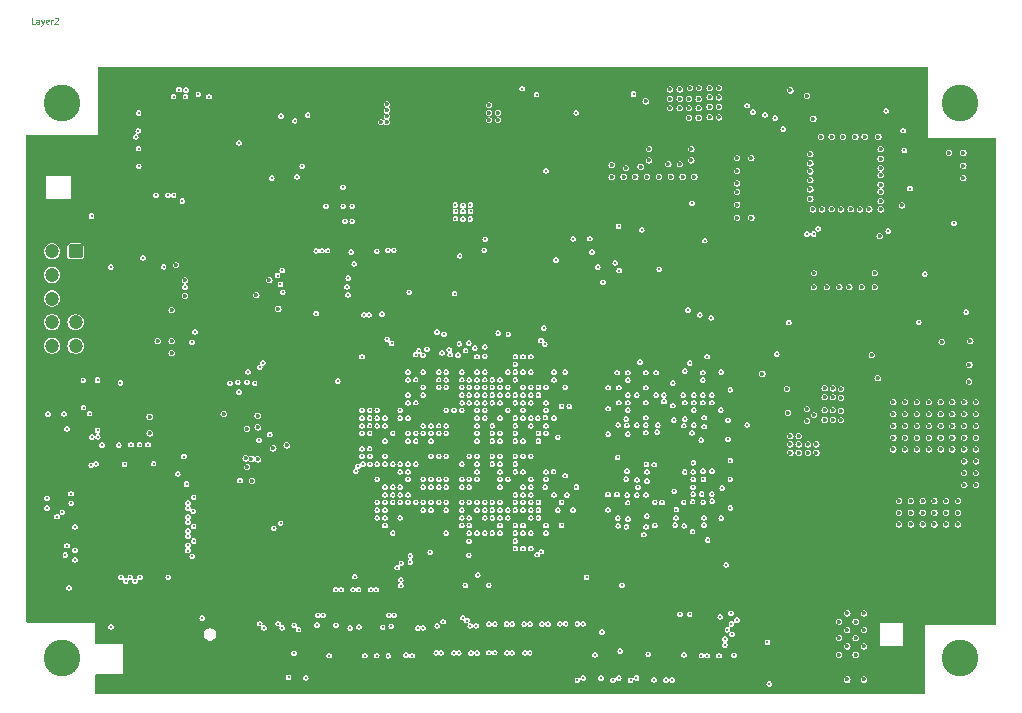
<source format=gbr>
%TF.GenerationSoftware,KiCad,Pcbnew,7.99.0-3958-g1df84f4d92*%
%TF.CreationDate,2023-12-24T00:45:37+01:00*%
%TF.ProjectId,SBC,5342432e-6b69-4636-9164-5f7063625858,rev?*%
%TF.SameCoordinates,Original*%
%TF.FileFunction,Copper,L2,Inr*%
%TF.FilePolarity,Positive*%
%FSLAX46Y46*%
G04 Gerber Fmt 4.6, Leading zero omitted, Abs format (unit mm)*
G04 Created by KiCad (PCBNEW 7.99.0-3958-g1df84f4d92) date 2023-12-24 00:45:37*
%MOMM*%
%LPD*%
G01*
G04 APERTURE LIST*
G04 Aperture macros list*
%AMRoundRect*
0 Rectangle with rounded corners*
0 $1 Rounding radius*
0 $2 $3 $4 $5 $6 $7 $8 $9 X,Y pos of 4 corners*
0 Add a 4 corners polygon primitive as box body*
4,1,4,$2,$3,$4,$5,$6,$7,$8,$9,$2,$3,0*
0 Add four circle primitives for the rounded corners*
1,1,$1+$1,$2,$3*
1,1,$1+$1,$4,$5*
1,1,$1+$1,$6,$7*
1,1,$1+$1,$8,$9*
0 Add four rect primitives between the rounded corners*
20,1,$1+$1,$2,$3,$4,$5,0*
20,1,$1+$1,$4,$5,$6,$7,0*
20,1,$1+$1,$6,$7,$8,$9,0*
20,1,$1+$1,$8,$9,$2,$3,0*%
G04 Aperture macros list end*
%ADD10C,0.100000*%
%TA.AperFunction,NonConductor*%
%ADD11C,0.100000*%
%TD*%
%TA.AperFunction,ComponentPad*%
%ADD12RoundRect,0.250000X-0.350000X0.350000X-0.350000X-0.350000X0.350000X-0.350000X0.350000X0.350000X0*%
%TD*%
%TA.AperFunction,ComponentPad*%
%ADD13C,1.200000*%
%TD*%
%TA.AperFunction,ComponentPad*%
%ADD14C,0.300000*%
%TD*%
%TA.AperFunction,ComponentPad*%
%ADD15C,3.100000*%
%TD*%
%TA.AperFunction,ComponentPad*%
%ADD16C,0.500000*%
%TD*%
%TA.AperFunction,ViaPad*%
%ADD17C,0.300000*%
%TD*%
%TA.AperFunction,ViaPad*%
%ADD18C,0.800000*%
%TD*%
%TA.AperFunction,ViaPad*%
%ADD19C,0.360000*%
%TD*%
G04 APERTURE END LIST*
D10*
D11*
X-2365069Y53693391D02*
X-2603164Y53693391D01*
X-2603164Y53693391D02*
X-2603164Y54193391D01*
X-1984116Y53693391D02*
X-1984116Y53955296D01*
X-1984116Y53955296D02*
X-2007926Y54002915D01*
X-2007926Y54002915D02*
X-2055545Y54026724D01*
X-2055545Y54026724D02*
X-2150783Y54026724D01*
X-2150783Y54026724D02*
X-2198402Y54002915D01*
X-1984116Y53717200D02*
X-2031735Y53693391D01*
X-2031735Y53693391D02*
X-2150783Y53693391D01*
X-2150783Y53693391D02*
X-2198402Y53717200D01*
X-2198402Y53717200D02*
X-2222211Y53764820D01*
X-2222211Y53764820D02*
X-2222211Y53812439D01*
X-2222211Y53812439D02*
X-2198402Y53860058D01*
X-2198402Y53860058D02*
X-2150783Y53883867D01*
X-2150783Y53883867D02*
X-2031735Y53883867D01*
X-2031735Y53883867D02*
X-1984116Y53907677D01*
X-1793640Y54026724D02*
X-1674592Y53693391D01*
X-1555545Y54026724D02*
X-1674592Y53693391D01*
X-1674592Y53693391D02*
X-1722211Y53574343D01*
X-1722211Y53574343D02*
X-1746021Y53550534D01*
X-1746021Y53550534D02*
X-1793640Y53526724D01*
X-1174593Y53717200D02*
X-1222212Y53693391D01*
X-1222212Y53693391D02*
X-1317450Y53693391D01*
X-1317450Y53693391D02*
X-1365069Y53717200D01*
X-1365069Y53717200D02*
X-1388878Y53764820D01*
X-1388878Y53764820D02*
X-1388878Y53955296D01*
X-1388878Y53955296D02*
X-1365069Y54002915D01*
X-1365069Y54002915D02*
X-1317450Y54026724D01*
X-1317450Y54026724D02*
X-1222212Y54026724D01*
X-1222212Y54026724D02*
X-1174593Y54002915D01*
X-1174593Y54002915D02*
X-1150783Y53955296D01*
X-1150783Y53955296D02*
X-1150783Y53907677D01*
X-1150783Y53907677D02*
X-1388878Y53860058D01*
X-936498Y53693391D02*
X-936498Y54026724D01*
X-936498Y53931486D02*
X-912688Y53979105D01*
X-912688Y53979105D02*
X-888879Y54002915D01*
X-888879Y54002915D02*
X-841260Y54026724D01*
X-841260Y54026724D02*
X-793641Y54026724D01*
X-650783Y54145772D02*
X-626974Y54169581D01*
X-626974Y54169581D02*
X-579355Y54193391D01*
X-579355Y54193391D02*
X-460307Y54193391D01*
X-460307Y54193391D02*
X-412688Y54169581D01*
X-412688Y54169581D02*
X-388879Y54145772D01*
X-388879Y54145772D02*
X-365069Y54098153D01*
X-365069Y54098153D02*
X-365069Y54050534D01*
X-365069Y54050534D02*
X-388879Y53979105D01*
X-388879Y53979105D02*
X-674593Y53693391D01*
X-674593Y53693391D02*
X-365069Y53693391D01*
D10*
D11*
X-2365069Y53693391D02*
X-2603164Y53693391D01*
X-2603164Y53693391D02*
X-2603164Y54193391D01*
X-1984116Y53693391D02*
X-1984116Y53955296D01*
X-1984116Y53955296D02*
X-2007926Y54002915D01*
X-2007926Y54002915D02*
X-2055545Y54026724D01*
X-2055545Y54026724D02*
X-2150783Y54026724D01*
X-2150783Y54026724D02*
X-2198402Y54002915D01*
X-1984116Y53717200D02*
X-2031735Y53693391D01*
X-2031735Y53693391D02*
X-2150783Y53693391D01*
X-2150783Y53693391D02*
X-2198402Y53717200D01*
X-2198402Y53717200D02*
X-2222211Y53764820D01*
X-2222211Y53764820D02*
X-2222211Y53812439D01*
X-2222211Y53812439D02*
X-2198402Y53860058D01*
X-2198402Y53860058D02*
X-2150783Y53883867D01*
X-2150783Y53883867D02*
X-2031735Y53883867D01*
X-2031735Y53883867D02*
X-1984116Y53907677D01*
X-1793640Y54026724D02*
X-1674592Y53693391D01*
X-1555545Y54026724D02*
X-1674592Y53693391D01*
X-1674592Y53693391D02*
X-1722211Y53574343D01*
X-1722211Y53574343D02*
X-1746021Y53550534D01*
X-1746021Y53550534D02*
X-1793640Y53526724D01*
X-1174593Y53717200D02*
X-1222212Y53693391D01*
X-1222212Y53693391D02*
X-1317450Y53693391D01*
X-1317450Y53693391D02*
X-1365069Y53717200D01*
X-1365069Y53717200D02*
X-1388878Y53764820D01*
X-1388878Y53764820D02*
X-1388878Y53955296D01*
X-1388878Y53955296D02*
X-1365069Y54002915D01*
X-1365069Y54002915D02*
X-1317450Y54026724D01*
X-1317450Y54026724D02*
X-1222212Y54026724D01*
X-1222212Y54026724D02*
X-1174593Y54002915D01*
X-1174593Y54002915D02*
X-1150783Y53955296D01*
X-1150783Y53955296D02*
X-1150783Y53907677D01*
X-1150783Y53907677D02*
X-1388878Y53860058D01*
X-936498Y53693391D02*
X-936498Y54026724D01*
X-936498Y53931486D02*
X-912688Y53979105D01*
X-912688Y53979105D02*
X-888879Y54002915D01*
X-888879Y54002915D02*
X-841260Y54026724D01*
X-841260Y54026724D02*
X-793641Y54026724D01*
X-650783Y54145772D02*
X-626974Y54169581D01*
X-626974Y54169581D02*
X-579355Y54193391D01*
X-579355Y54193391D02*
X-460307Y54193391D01*
X-460307Y54193391D02*
X-412688Y54169581D01*
X-412688Y54169581D02*
X-388879Y54145772D01*
X-388879Y54145772D02*
X-365069Y54098153D01*
X-365069Y54098153D02*
X-365069Y54050534D01*
X-365069Y54050534D02*
X-388879Y53979105D01*
X-388879Y53979105D02*
X-674593Y53693391D01*
X-674593Y53693391D02*
X-365069Y53693391D01*
D12*
%TO.N,Net-(J3-Pin_1)*%
%TO.C,J3*%
X1112000Y34427000D03*
D13*
%TO.N,JTAG_TMS*%
X-888000Y34427000D03*
%TO.N,GND*%
X1112000Y32427000D03*
%TO.N,JTAG_TCK*%
X-888000Y32427000D03*
%TO.N,GND*%
X1112000Y30427000D03*
%TO.N,JTAG_TDO*%
X-888000Y30427000D03*
%TO.N,Net-(J3-Pin_7)*%
X1112000Y28427000D03*
%TO.N,JTAG_TDI*%
X-888000Y28427000D03*
%TO.N,Net-(J3-Pin_9)*%
X1112000Y26427000D03*
%TO.N,Net-(D9-K)*%
X-888000Y26427000D03*
%TD*%
D14*
%TO.N,GND*%
%TO.C,U6*%
X7185800Y23386000D03*
X7685800Y23386000D03*
X8185800Y23386000D03*
X7185800Y24386000D03*
X7685800Y24386000D03*
X8185800Y24386000D03*
%TD*%
D15*
%TO.N,Net-(C289-Pad1)*%
%TO.C,H3*%
X0Y47000000D03*
%TD*%
%TO.N,Net-(C287-Pad1)*%
%TO.C,H1*%
X76000000Y47000000D03*
%TD*%
%TO.N,Net-(C288-Pad1)*%
%TO.C,H2*%
X0Y0D03*
%TD*%
D16*
%TO.N,GND*%
%TO.C,U1*%
X64327981Y43424986D03*
X64327981Y42249986D03*
X64327981Y41074986D03*
X64327981Y39899986D03*
X64327981Y38724986D03*
X65327981Y43424986D03*
X65327981Y42249986D03*
X65327981Y41074986D03*
X65327981Y39899986D03*
X65327981Y38724986D03*
X66327981Y43424986D03*
X66327981Y42249986D03*
X66327981Y41074986D03*
X66327981Y39899986D03*
X66327981Y38724986D03*
X67327981Y43424986D03*
X67327981Y42249986D03*
X67327981Y41074986D03*
X67327981Y39899986D03*
X67327981Y38724986D03*
X68327981Y43424986D03*
X68327981Y42249986D03*
X68327981Y41074986D03*
X68327981Y39899986D03*
X68327981Y38724986D03*
%TD*%
D15*
%TO.N,Net-(C290-Pad1)*%
%TO.C,H4*%
X76000000Y0D03*
%TD*%
D17*
%TO.N,/IO/RAM_CS*%
X11512000Y47727000D03*
D18*
%TO.N,GND*%
X61315000Y15809000D03*
D17*
X16412000Y47327000D03*
X78753200Y8135600D03*
X-2872019Y31824986D03*
X53329519Y18443614D03*
D19*
X67320000Y29779000D03*
X54977981Y36487486D03*
D17*
X17560000Y11799000D03*
D19*
X41085000Y39688000D03*
X3554519Y45114614D03*
D17*
X7054519Y12852114D03*
D19*
X3404735Y46041810D03*
D17*
X34454519Y19664614D03*
X43127981Y49824986D03*
D19*
X68327981Y18324986D03*
D17*
X11119600Y-2831600D03*
D19*
X61377981Y21774986D03*
D17*
X-2882400Y35642800D03*
X78777981Y20174986D03*
D19*
X64877981Y48174986D03*
D17*
X-2872019Y26824986D03*
X31204519Y15764614D03*
D18*
X53100000Y6088000D03*
D19*
X17524700Y33275700D03*
D17*
X10127981Y49824986D03*
X554519Y43914614D03*
X22045600Y32668800D03*
X35600000Y-1634500D03*
X50210919Y21815014D03*
X10734519Y6832114D03*
X78777981Y24174986D03*
D19*
X68627981Y29124986D03*
D17*
X55869519Y23396614D03*
X3812000Y43927000D03*
D19*
X18266840Y43086915D03*
X73252981Y38319986D03*
D17*
X78753200Y14135600D03*
X27954519Y17064614D03*
X41929519Y22589614D03*
X29904519Y20964614D03*
X39654519Y23564614D03*
D18*
X63600000Y3644500D03*
D17*
X17034519Y22320014D03*
D18*
X75800000Y8024986D03*
D17*
X39004519Y19664614D03*
X28478000Y37349000D03*
X51854519Y14564614D03*
D19*
X-2050000Y3475000D03*
X74304519Y38074614D03*
D17*
X51854519Y13314614D03*
X52104519Y114114D03*
X34454519Y12514614D03*
D19*
X24163500Y47135000D03*
D17*
X78753200Y11135600D03*
X37704519Y18364614D03*
X78753200Y6135600D03*
X30554519Y20314614D03*
X78777981Y27130000D03*
X78754519Y43314614D03*
X68127981Y-2825014D03*
X21112000Y36333000D03*
X78754519Y39114614D03*
X18034519Y22320014D03*
X-2872019Y30824986D03*
X27127981Y-2825014D03*
X37704519Y17064614D03*
X15212000Y45327000D03*
X44600000Y199000D03*
X5754519Y10252114D03*
X34454519Y20964614D03*
D19*
X10637000Y44672000D03*
X74325000Y4775000D03*
X5684000Y38153000D03*
D17*
X3662000Y24877000D03*
D18*
X61315000Y8824000D03*
D19*
X67677981Y29124986D03*
D17*
X29127981Y49824986D03*
D19*
X9367000Y43402000D03*
X3150000Y2825000D03*
D17*
X35754519Y15114614D03*
X-2882400Y34642800D03*
X30127981Y49824986D03*
X4454519Y12852114D03*
X47357519Y45292000D03*
X77277981Y7824986D03*
X35754519Y19014614D03*
X71184000Y48070000D03*
X31306000Y33347000D03*
X-2872019Y5824986D03*
X-2872019Y29824986D03*
X61127981Y49824986D03*
D19*
X24000000Y43714114D03*
D17*
X37900000Y28200000D03*
X16412000Y43327000D03*
X35754519Y16414614D03*
X-2872019Y10824986D03*
X25127981Y-2825014D03*
D19*
X63290481Y29724986D03*
X72871000Y49763000D03*
D18*
X75800000Y6150000D03*
D17*
X4154519Y6814614D03*
X52567519Y23015614D03*
X19127981Y-2825014D03*
X50354519Y12014614D03*
X48630519Y18951614D03*
X33800000Y35450000D03*
X78754519Y42314614D03*
X38600000Y-1634500D03*
D19*
X66777981Y48174986D03*
D17*
X3879000Y42640000D03*
X30554519Y10614614D03*
X55127981Y-2825014D03*
D19*
X3150000Y-2700000D03*
D18*
X50100000Y3312000D03*
D17*
X26654519Y14464614D03*
D19*
X75594710Y43573565D03*
D17*
X62127981Y49824986D03*
X34127981Y49824986D03*
D19*
X3421245Y47172745D03*
D17*
X26127981Y-2825014D03*
X70127981Y-2825014D03*
X47584000Y30544000D03*
X-2872019Y7824986D03*
X39654519Y24864614D03*
D19*
X6225000Y0D03*
X66027981Y16974986D03*
D17*
X66127981Y-2825014D03*
X29254519Y14464614D03*
X54218519Y20983614D03*
X49479200Y31025200D03*
X44626200Y3712800D03*
X31204519Y20314614D03*
D18*
X53600000Y-2200000D03*
D19*
X55477981Y37937486D03*
X63312981Y21811585D03*
D17*
X26078000Y41349000D03*
D19*
X75259519Y38074614D03*
D17*
X34454519Y24214614D03*
X77277981Y6824986D03*
X58127981Y-2825014D03*
X72275000Y33575000D03*
X-2882400Y37642800D03*
X28604519Y21614614D03*
X46100000Y-1601000D03*
D19*
X67327981Y18324986D03*
D17*
X40365019Y15109734D03*
D19*
X24417500Y45738000D03*
D17*
X20420000Y31043200D03*
X1588000Y43879000D03*
X40304519Y19664614D03*
X37704519Y13814614D03*
X46979519Y19078614D03*
D19*
X10662000Y43377000D03*
D17*
X68056000Y49797200D03*
D19*
X65827981Y48174986D03*
D17*
X71127981Y-2825014D03*
X69127981Y-2825014D03*
X7054519Y11552114D03*
X31196903Y23568297D03*
X78777981Y21174986D03*
X53338400Y12679000D03*
X78777981Y16174986D03*
X24127981Y49824986D03*
X28597554Y3696554D03*
D19*
X24112000Y46427000D03*
D17*
X40954519Y12514614D03*
X53371798Y22879845D03*
X41578200Y25314614D03*
D18*
X69800000Y-850000D03*
D17*
X64056000Y49797200D03*
X16379000Y35910000D03*
X57127981Y-2825014D03*
D19*
X55477981Y40787486D03*
D17*
X53127981Y49824986D03*
X25600000Y3699000D03*
X27557400Y31043200D03*
X18127981Y49824986D03*
D19*
X64690481Y29224986D03*
D17*
X41154519Y9314614D03*
X27954519Y11214614D03*
X11012000Y35927000D03*
D18*
X61527981Y2074986D03*
D17*
X47106519Y20983614D03*
D19*
X11907000Y42005000D03*
D17*
X78777981Y23174986D03*
X-2872019Y20824986D03*
X25854519Y9764614D03*
X38354519Y20964614D03*
X56127981Y49824986D03*
D19*
X30132500Y40277000D03*
D17*
X42127981Y-2825014D03*
X24280800Y24413800D03*
X78777981Y38174986D03*
X48127981Y-2825014D03*
X37100000Y3315000D03*
D18*
X37793000Y32322000D03*
D17*
X5754519Y12752114D03*
X7847000Y34650000D03*
X78754519Y39914614D03*
X35104519Y11214614D03*
D19*
X15534519Y15020014D03*
X63312981Y22648387D03*
D17*
X11127981Y49824986D03*
X32504519Y13814614D03*
X78753200Y5135600D03*
D19*
X4125000Y1850000D03*
X68327981Y21724986D03*
D17*
X55600000Y5599000D03*
D19*
X31656500Y39515000D03*
D17*
X30554519Y16414614D03*
X29904519Y24214614D03*
X35754519Y17064614D03*
X33804519Y19014614D03*
X78777981Y36174986D03*
X47762145Y24833621D03*
D19*
X70252981Y47579986D03*
D17*
X41600000Y254500D03*
D19*
X39688000Y40704000D03*
X65327981Y47474986D03*
D17*
X40510805Y43269400D03*
X54104519Y14464614D03*
D18*
X60045000Y12634000D03*
D17*
X35127981Y-2825014D03*
X56045600Y33931200D03*
X28127981Y49824986D03*
D19*
X3150000Y-1725000D03*
D17*
X34454519Y18364614D03*
D19*
X-252000Y41846000D03*
X63327981Y22224986D03*
D17*
X35754519Y13814614D03*
X55854519Y16064614D03*
X60100000Y5599000D03*
D19*
X69640481Y33974986D03*
D17*
X7127981Y49824986D03*
X48690200Y15752400D03*
D19*
X67090481Y45624986D03*
D17*
X-2872019Y32824986D03*
X9612000Y35927000D03*
X52700000Y35480000D03*
X33300000Y29250000D03*
X31127981Y-2825014D03*
X25204519Y10464614D03*
X4454519Y11452114D03*
D19*
X73282481Y39219986D03*
D17*
X38354519Y22914614D03*
X25127981Y49824986D03*
X54204519Y16414614D03*
D19*
X62677981Y21824986D03*
D17*
X28604519Y19664614D03*
X47904519Y14514614D03*
X37704519Y19664614D03*
X43350000Y30449000D03*
D19*
X9367000Y42132000D03*
X71057000Y46038000D03*
X11961800Y30357400D03*
D17*
X37704519Y10564614D03*
X-2872019Y25824986D03*
X18712000Y40333000D03*
D19*
X69127981Y29774986D03*
D17*
X20318400Y32795800D03*
D19*
X22774070Y40139880D03*
D17*
X68573110Y48323500D03*
D19*
X67227981Y47474986D03*
X13686206Y16170613D03*
X66327981Y47474986D03*
D17*
X-2872019Y11824986D03*
X45149000Y43761000D03*
X46217519Y23523614D03*
X30100000Y3699000D03*
X57750000Y30350000D03*
D19*
X67827981Y18924986D03*
D17*
X78777981Y28130000D03*
X36404519Y14464614D03*
D19*
X45911000Y35770500D03*
X74405990Y43573565D03*
D17*
X36404519Y15114614D03*
X17534519Y22320014D03*
X51805519Y20729614D03*
X31100000Y-1596481D03*
X-2872019Y15824986D03*
D19*
X69577981Y29124986D03*
D17*
X26004519Y25514614D03*
D19*
X4812000Y43127000D03*
D17*
X33804519Y18364614D03*
X28127981Y-2825014D03*
D19*
X55477981Y38837486D03*
D17*
X55804519Y14914614D03*
X41754519Y9714614D03*
X43127981Y-2825014D03*
X34127981Y-2825014D03*
D19*
X77154519Y38074614D03*
D18*
X63600000Y-1971000D03*
D17*
X54980519Y19078614D03*
D19*
X68127981Y29774986D03*
X72700000Y-2700000D03*
D18*
X71800000Y-850000D03*
D19*
X31656500Y38880000D03*
X62790481Y29174986D03*
D17*
X63127981Y-2825014D03*
X33700000Y27400000D03*
D19*
X33906805Y44260000D03*
D17*
X30460000Y27400000D03*
X78753200Y7135600D03*
X24600000Y199000D03*
X55107519Y20856614D03*
X26100000Y210000D03*
X27304519Y15764614D03*
X39004519Y24864614D03*
X-2872019Y28824986D03*
D18*
X71800000Y6150000D03*
D17*
X32504519Y18364614D03*
X20912000Y46727000D03*
X15127981Y-2825014D03*
X32600000Y176000D03*
D19*
X3437755Y48765960D03*
D17*
X-2882400Y36642800D03*
D18*
X61315000Y10729000D03*
D17*
X62127981Y-2825014D03*
X43100000Y199000D03*
D19*
X64190481Y29724986D03*
D17*
X38610000Y3580000D03*
D19*
X14837200Y32608200D03*
X10637000Y42132000D03*
D17*
X52127981Y-2825014D03*
X15600000Y199000D03*
D18*
X61218511Y-2061529D03*
D17*
X78777981Y35174986D03*
X-2730000Y40704000D03*
D19*
X30871000Y42690000D03*
X68327981Y20724986D03*
D17*
X-2872019Y27824986D03*
X56127981Y-2825014D03*
X44127981Y49824986D03*
X78777981Y18174986D03*
D19*
X4317019Y3654614D03*
X33338000Y43879000D03*
D17*
X41590000Y3529000D03*
X77277981Y8824986D03*
X9119600Y-2831600D03*
X22127981Y-2825014D03*
X37704519Y11214614D03*
X32127981Y-2825014D03*
X78777981Y26174986D03*
X43811086Y33446222D03*
D19*
X12034000Y44672000D03*
D17*
X39004519Y15114614D03*
X39127981Y-2825014D03*
X33127981Y-2825014D03*
X78700000Y30000000D03*
X59127981Y-2825014D03*
X-2872019Y8824986D03*
X39654519Y9914614D03*
D19*
X78046445Y43491015D03*
X65190481Y29724986D03*
D17*
X55100000Y-1601000D03*
D19*
X76940275Y43524035D03*
D17*
X77277981Y4824986D03*
D19*
X68327981Y19724986D03*
D17*
X-2872019Y18824986D03*
X32504519Y15764614D03*
D19*
X55477981Y42687486D03*
D17*
X22127981Y49824986D03*
X5892848Y29884049D03*
X47106519Y22253614D03*
D19*
X24750000Y44214000D03*
X72050000Y49763000D03*
D17*
X7054519Y10252114D03*
X46100000Y3700000D03*
D19*
X59000000Y42967486D03*
D17*
X33127981Y49824986D03*
X78777981Y15174986D03*
X26127981Y49824986D03*
X-2872019Y24824986D03*
D18*
X73800000Y6150000D03*
D17*
X16412000Y36927000D03*
D18*
X69800000Y8024986D03*
D17*
X40100000Y254500D03*
D19*
X41085000Y39180000D03*
X54977981Y37437486D03*
X54927981Y39337486D03*
D17*
X47700000Y29627000D03*
X59127981Y49824986D03*
D19*
X3150000Y1850000D03*
D17*
X14127981Y-2825014D03*
D19*
X5750000Y1200000D03*
X15981365Y20473168D03*
D17*
X40954519Y13814614D03*
X78753200Y12135600D03*
D19*
X22757560Y40915850D03*
D17*
X30925000Y28394000D03*
X16127981Y49824986D03*
X21127981Y-2825014D03*
X37127981Y-2825014D03*
X30554519Y13814614D03*
X20127981Y49824986D03*
X70056000Y49797200D03*
D19*
X3437755Y49657500D03*
D17*
X42482000Y48197000D03*
D19*
X55477981Y41787486D03*
D17*
X48080000Y36817986D03*
X54218519Y24920614D03*
X14127981Y49824986D03*
X36127981Y-2825014D03*
X78753200Y9135600D03*
X47127981Y-2825014D03*
D19*
X66620000Y29129000D03*
D17*
X47127981Y49824986D03*
X1074519Y18252114D03*
D19*
X33338000Y42990000D03*
D17*
X31854519Y18364614D03*
X5754519Y11552114D03*
X26008000Y31042700D03*
X25354519Y24864614D03*
X78777981Y25174986D03*
D19*
X72750000Y50000D03*
X41085000Y37656000D03*
D17*
X32504519Y20314614D03*
D19*
X70940481Y39324986D03*
D17*
X49127981Y-2825014D03*
X78777981Y19174986D03*
X40127981Y-2825014D03*
X26685500Y17052114D03*
D19*
X-252000Y37846000D03*
D17*
X41127981Y-2825014D03*
D19*
X1850000Y3475000D03*
X67327981Y16974986D03*
D18*
X60045000Y8824000D03*
D19*
X61690481Y37824986D03*
X3862000Y35777000D03*
D17*
X2754519Y43914614D03*
X35754519Y18364614D03*
D19*
X72700000Y4775000D03*
X25000000Y45357000D03*
X76214519Y38074614D03*
X11987200Y32608200D03*
X63327981Y23074986D03*
X5750000Y-1400000D03*
D17*
X29904519Y14464614D03*
X29254519Y17064614D03*
D18*
X35243000Y29922000D03*
D17*
X12127981Y49824986D03*
D19*
X54977981Y40337486D03*
D17*
X35000000Y34050000D03*
X28604519Y23564614D03*
X36404519Y24214614D03*
X47061319Y16328614D03*
D19*
X9367000Y44672000D03*
D17*
X16412000Y41327000D03*
X50290400Y23524800D03*
X28604519Y22264614D03*
X53490000Y17059000D03*
X17127981Y-2825014D03*
D19*
X59627981Y48047486D03*
X72900481Y43914986D03*
X72900481Y44864986D03*
X14837200Y30308200D03*
D17*
X17100000Y199000D03*
D19*
X68327981Y16974986D03*
D17*
X54304519Y12627741D03*
X38127981Y49824986D03*
X76500000Y32500000D03*
D19*
X19686700Y43755570D03*
D17*
X5127981Y49824986D03*
D19*
X32890805Y46723800D03*
D18*
X73800000Y8024986D03*
D19*
X69190481Y33974986D03*
D17*
X78777981Y17174986D03*
D19*
X59302981Y20374986D03*
D17*
X-2872019Y13824986D03*
X76518000Y30400600D03*
D19*
X33906805Y42736000D03*
D17*
X78700000Y29100000D03*
X77277981Y5824986D03*
X42127981Y49824986D03*
X27100000Y3699000D03*
D19*
X3862000Y37977000D03*
D17*
X31204519Y13814614D03*
X6127981Y49824986D03*
D19*
X875000Y3475000D03*
D17*
X9127981Y49824986D03*
X8127981Y49824986D03*
X54127981Y49824986D03*
X21600000Y199000D03*
X39654519Y11214614D03*
X44127981Y-2825014D03*
X51127981Y49824986D03*
D19*
X63077981Y36494986D03*
D17*
X404800Y22280200D03*
X37704519Y16414614D03*
X13127981Y49824986D03*
X4454519Y10252114D03*
X31854519Y20314614D03*
D18*
X58290000Y790000D03*
X71800000Y4150000D03*
X14025000Y6200000D03*
D17*
X37127981Y49824986D03*
D19*
X4852000Y41527000D03*
D17*
X31204519Y20964614D03*
D19*
X22229240Y41675310D03*
D17*
X30554519Y21614614D03*
X15054000Y35910000D03*
D19*
X71725000Y48832000D03*
D17*
X37704519Y25514614D03*
X6119600Y-2831600D03*
X35104519Y13814614D03*
D18*
X12958391Y-897209D03*
D17*
X45127981Y-2825014D03*
X47054519Y13114614D03*
X27481200Y32846600D03*
D19*
X61299872Y24294486D03*
D17*
X-2872019Y23824986D03*
D19*
X54977981Y41287486D03*
D17*
X21994800Y31043200D03*
X27304519Y19014614D03*
X50281519Y20602614D03*
X46054519Y12164614D03*
X61127981Y-2825014D03*
X-1145481Y22526552D03*
D19*
X24036500Y42944000D03*
D17*
X78777981Y34174986D03*
X55127981Y49824986D03*
X31854519Y13814614D03*
X52127981Y49824986D03*
D18*
X58600000Y-2200000D03*
D17*
X31854519Y15764614D03*
X53127981Y-2825014D03*
X39004519Y19014614D03*
X39654519Y16414614D03*
X38127981Y-2825014D03*
D19*
X19001535Y43070405D03*
D17*
X27954519Y20964614D03*
D19*
X66827981Y18924986D03*
X70140481Y33974986D03*
D17*
X37100000Y-1650000D03*
D19*
X10835400Y29544600D03*
D17*
X7119600Y-2831600D03*
D18*
X18600000Y6200000D03*
D17*
X37704519Y24864614D03*
D19*
X11677019Y5814614D03*
X4125000Y-2700000D03*
D17*
X36404519Y13814614D03*
X39127981Y49824986D03*
X3812000Y41127000D03*
X78777981Y22174986D03*
X47600000Y-1601000D03*
X40127981Y49824986D03*
X34454519Y15764614D03*
X16412000Y48527000D03*
X55869515Y19586614D03*
X36404519Y20964614D03*
X30554519Y17064614D03*
D18*
X71800000Y8024986D03*
D19*
X54927981Y43187486D03*
D17*
X50600000Y-1601000D03*
X78077981Y12674986D03*
X36404519Y11214614D03*
D19*
X13387200Y31370700D03*
X2354519Y4592114D03*
X-190000Y43625000D03*
D17*
X21974443Y35163043D03*
X69056000Y49797200D03*
D19*
X72928345Y45926240D03*
D17*
X-2872019Y17824986D03*
D19*
X3862000Y36927000D03*
D17*
X39004519Y11864614D03*
X39654519Y20964614D03*
X19023000Y22331000D03*
X33804519Y10564614D03*
D18*
X60045000Y10729000D03*
D17*
X38354519Y14464614D03*
X37704519Y13164614D03*
D19*
X18054519Y18814614D03*
D17*
X29127981Y-2825014D03*
X41127981Y49824986D03*
D18*
X69800000Y4150000D03*
D17*
X69573110Y48323500D03*
X78754519Y40714614D03*
D19*
X54977981Y38387486D03*
D17*
X-2872019Y12824986D03*
D19*
X11265800Y28706400D03*
D17*
X78777981Y33174986D03*
D19*
X66027981Y18324986D03*
D17*
X46127981Y49824986D03*
D19*
X16534519Y15020014D03*
D17*
X23100000Y199000D03*
X30127981Y-2825014D03*
D19*
X63740481Y29224986D03*
D17*
X21127981Y49824986D03*
X-2882400Y39642800D03*
X38354519Y11864614D03*
D19*
X61314519Y35514614D03*
D17*
X48127981Y49824986D03*
X50127981Y49824986D03*
D19*
X41085000Y38164000D03*
D17*
X55742519Y21618614D03*
X8119600Y-2831600D03*
D19*
X67727981Y48174986D03*
D17*
X60127981Y49824986D03*
X65056000Y49797200D03*
X67056000Y49797200D03*
D19*
X31656500Y37356000D03*
D18*
X60730000Y1070000D03*
D17*
X27127981Y49824986D03*
X60127981Y-2825014D03*
X25931800Y32643400D03*
X24100000Y3699000D03*
X40954519Y17064614D03*
X39004519Y9914614D03*
X16127981Y-2825014D03*
X32127981Y49824986D03*
X47584000Y31494000D03*
X-317000Y42736000D03*
X78753200Y13135600D03*
X29904519Y20314614D03*
D19*
X67727981Y21224986D03*
D17*
X78754519Y41514614D03*
X72127981Y-2825014D03*
D19*
X54977981Y42237486D03*
D17*
X40950000Y43100000D03*
X8680000Y38710000D03*
X16412000Y44127000D03*
X19127981Y49824986D03*
X9091600Y31170200D03*
X63056000Y49797200D03*
X46127981Y-2825014D03*
X40100000Y3599000D03*
D18*
X20100000Y6200000D03*
D17*
X4884519Y27425014D03*
X77277981Y10824986D03*
D19*
X33271805Y47612800D03*
D17*
X66056000Y49797200D03*
X50127981Y-2825014D03*
D18*
X69800000Y6150000D03*
D19*
X19134519Y17120014D03*
D17*
X17127981Y49824986D03*
X76500000Y35000000D03*
X15127981Y49824986D03*
X45709519Y21237614D03*
X31912000Y3402000D03*
X27954519Y15764614D03*
D19*
X9320200Y18343200D03*
X31656500Y37864000D03*
D17*
X18127981Y-2825014D03*
X10119600Y-2831600D03*
X78700000Y31000000D03*
X23127981Y-2825014D03*
D18*
X61315000Y12634000D03*
D17*
X-2872019Y14824986D03*
X36127981Y49824986D03*
X54127981Y-2825014D03*
X28604519Y17064614D03*
D19*
X72073000Y46038000D03*
D17*
X-2872019Y6824986D03*
D19*
X67727981Y20224986D03*
D17*
X78753200Y10135600D03*
X51737519Y22170814D03*
X71056000Y49797200D03*
X48639400Y22889800D03*
X49100000Y-1601000D03*
D19*
X72800000Y4000000D03*
D17*
X29904519Y15114614D03*
X-2882400Y33642800D03*
X33487000Y3377000D03*
X51127981Y-2825014D03*
X-2882400Y38642800D03*
X30554519Y20964614D03*
D18*
X15600000Y6200000D03*
D17*
X-2872019Y16824986D03*
X45127981Y49824986D03*
X35127981Y49824986D03*
X30554519Y18364614D03*
X28600000Y-1580500D03*
D19*
X33271805Y45961800D03*
D17*
X54091519Y19078614D03*
D19*
X67727981Y22224986D03*
D17*
X20100000Y199000D03*
X48630519Y20348614D03*
X49127981Y49824986D03*
X1379519Y22236552D03*
D19*
X72454000Y48832000D03*
D17*
X-2872019Y3824986D03*
D19*
X65640481Y29224986D03*
D17*
X28604519Y18364614D03*
D19*
X-1075000Y3475000D03*
D17*
X58127981Y49824986D03*
X34100000Y200000D03*
X18515000Y22331000D03*
D19*
X12034000Y43402000D03*
D17*
X-2872019Y4824986D03*
X54854519Y17014614D03*
D19*
X55477981Y36937486D03*
D17*
X-2872019Y19824986D03*
X50154519Y15064614D03*
D19*
X4125000Y-1725000D03*
D17*
X47725000Y43425000D03*
X37704519Y20314614D03*
X37704519Y15764614D03*
X-2872019Y22824986D03*
D19*
X19084519Y20170014D03*
D17*
X9497019Y5504614D03*
X18600000Y199000D03*
X33804519Y15764614D03*
D19*
X41974000Y35304000D03*
D17*
X23127981Y49824986D03*
X57127981Y49824986D03*
X37704519Y19014614D03*
X50204519Y13864614D03*
X22600000Y3699000D03*
D19*
X73327981Y43267486D03*
D17*
X43100000Y3625500D03*
D18*
X17100000Y6200000D03*
D17*
X31127981Y49824986D03*
X77277981Y9824986D03*
X55969400Y27962200D03*
X35754519Y15764614D03*
X5119600Y-2831600D03*
X16412000Y38127000D03*
X39004519Y16414614D03*
X41812000Y29627000D03*
D19*
X2697000Y40716000D03*
X67827981Y17674986D03*
D17*
X13119600Y-2831600D03*
X20127981Y-2825014D03*
X3904519Y22526552D03*
D18*
X58600000Y6200000D03*
D17*
X12119600Y-2831600D03*
D19*
X5112000Y35777000D03*
X33906805Y43498000D03*
D17*
X46904519Y15064614D03*
X29904519Y17064614D03*
X55754519Y13764614D03*
D19*
X-100000Y3475000D03*
D17*
X78700000Y32100000D03*
X33804519Y20314614D03*
D19*
X33846000Y45530000D03*
D17*
X-2872019Y9824986D03*
X-2872019Y21824986D03*
X57100000Y5599000D03*
X16412000Y42327000D03*
X24127981Y-2825014D03*
D19*
X66827981Y17674986D03*
D17*
X78777981Y37174986D03*
%TO.N,GBE0_MDI3_N*%
X10620319Y9089614D03*
%TO.N,GBE0_MDI3_P*%
X10621319Y9539614D03*
%TO.N,/IO/LED0*%
X5754519Y6814614D03*
%TO.N,/IO/LED1*%
X5354519Y6514614D03*
%TO.N,GBE0_MDI2_N*%
X10621319Y10289614D03*
%TO.N,GBE0_MDI2_P*%
X10621319Y10739614D03*
%TO.N,/MPU/VDDA_0P9*%
X36405417Y19666220D03*
%TO.N,GBE0_MDI1_N*%
X10621319Y11489614D03*
%TO.N,GBE0_MDI1_P*%
X10621319Y11939614D03*
%TO.N,GBE0_MDI0_N*%
X10621319Y12689614D03*
%TO.N,GBE0_MDI0_P*%
X10621319Y13139614D03*
%TO.N,3.3V_SW*%
X53300000Y38500000D03*
D19*
X53855500Y45742000D03*
X75827981Y12299986D03*
X72352981Y19649986D03*
X67127981Y44137486D03*
X73352981Y17649986D03*
X53855500Y46542000D03*
X75352981Y18649986D03*
X72352981Y21649986D03*
X70352981Y18649986D03*
X65927981Y37987486D03*
X69277981Y43074986D03*
X67927981Y44137486D03*
X53855500Y47342000D03*
X77352981Y15649986D03*
X71827981Y11299986D03*
X76352981Y14649986D03*
X76352981Y17649986D03*
X77352981Y16649986D03*
X69277981Y37987486D03*
X72827981Y12299986D03*
X63327981Y38874986D03*
X77352981Y14649986D03*
X52255500Y47342000D03*
X71352981Y17649986D03*
X55591000Y45770000D03*
X61627981Y48047486D03*
X74352981Y21649986D03*
X66073357Y44141248D03*
X74352981Y20649986D03*
X72352981Y18649986D03*
X71827981Y13299986D03*
X77352981Y18649986D03*
X70827981Y13299986D03*
X75352981Y20649986D03*
X54791000Y47470000D03*
X73352981Y21649986D03*
X70352981Y20649986D03*
X73827981Y11299986D03*
X69277981Y41487486D03*
X55591000Y48270000D03*
X61327981Y22774986D03*
X52255500Y46542000D03*
X70352981Y19649986D03*
X75352981Y17649986D03*
X74827981Y11299986D03*
X54791000Y46670000D03*
X51455500Y48142000D03*
X53902000Y48270000D03*
X51455500Y46542000D03*
X76352981Y18649986D03*
X63327981Y40474986D03*
D17*
X56200000Y7900000D03*
D19*
X75352981Y19649986D03*
X74827981Y12299986D03*
X70352981Y17649986D03*
X69277981Y40874986D03*
X73827981Y12299986D03*
X68327981Y37987486D03*
X64227981Y44124986D03*
X63327981Y41187486D03*
D17*
X60350000Y45725000D03*
D19*
X77352981Y20649986D03*
X53055500Y47342000D03*
X76352981Y20649986D03*
X51455500Y47342000D03*
X72827981Y13299986D03*
X76352981Y15649986D03*
X67527981Y37987486D03*
X55591000Y47470000D03*
X70352981Y21649986D03*
X75827981Y11299986D03*
X76352981Y19649986D03*
X54791000Y45770000D03*
D17*
X37704519Y20964614D03*
D19*
X70827981Y12299986D03*
X54791000Y48270000D03*
X55591000Y46670000D03*
X69275162Y38674986D03*
X63327981Y42674986D03*
X53055500Y45742000D03*
X53140000Y48270000D03*
D17*
X75500000Y36800000D03*
D19*
X73352981Y19649986D03*
X73827981Y13299986D03*
X59268019Y24081218D03*
X65127981Y44137486D03*
D17*
X40138286Y47698000D03*
D19*
X74827981Y13299986D03*
X66727981Y37987486D03*
X65127981Y37991073D03*
X71352981Y19649986D03*
X77352981Y19649986D03*
X74352981Y17649986D03*
X74352981Y18649986D03*
X69275162Y39474986D03*
X75352981Y21649986D03*
X75827981Y13299986D03*
X70827981Y11299986D03*
D17*
X47150000Y32800000D03*
D19*
X73352981Y20649986D03*
X72352981Y20649986D03*
X72827981Y11299986D03*
X63327981Y41874986D03*
X69077981Y44137486D03*
X71352981Y18649986D03*
D17*
X48350000Y47750000D03*
D19*
X63327981Y39674986D03*
X72352981Y17649986D03*
X64327981Y37987486D03*
X76352981Y16649986D03*
X71352981Y21649986D03*
X77352981Y17649986D03*
X76352981Y21649986D03*
X74352981Y19649986D03*
X69277981Y42274986D03*
X73352981Y18649986D03*
D17*
X72504800Y28419400D03*
D19*
X52255500Y48142000D03*
X69275162Y40074986D03*
X71827981Y12299986D03*
X53055500Y46542000D03*
X63527981Y37987486D03*
X71352981Y20649986D03*
X77352981Y21649986D03*
D17*
%TO.N,VBAT*%
X71184000Y44650000D03*
X59694519Y1325014D03*
%TO.N,I2C1_SCL*%
X27954519Y13814614D03*
X45100000Y277000D03*
%TO.N,I2C1_SDA*%
X27954519Y14464614D03*
X45600000Y-1698000D03*
%TO.N,I2C2_SCL*%
X47100000Y-1698000D03*
X11225200Y27627000D03*
X24462000Y34377000D03*
X18212000Y32377000D03*
X29254519Y13164614D03*
%TO.N,I2C2_SDA*%
X10972000Y26727000D03*
X18462000Y31627000D03*
X46600000Y-1886000D03*
X11839502Y3377000D03*
X24202000Y32167000D03*
X28604519Y13164614D03*
%TO.N,I2C3_SCL*%
X48100000Y-1886000D03*
X29254519Y13814614D03*
%TO.N,I2C3_SDA*%
X48600000Y-1698000D03*
X28604519Y14464614D03*
%TO.N,USB1_OC*%
X33884863Y3402000D03*
X31204519Y12514614D03*
%TO.N,USB1_PWR_EN*%
X35047069Y2737069D03*
X31854519Y13164614D03*
%TO.N,UART2_TXD*%
X27304519Y13164614D03*
X25600000Y199000D03*
%TO.N,UART2_RXD*%
X25099319Y2637214D03*
%TO.N,UART1_TXD*%
X21567500Y2782500D03*
%TO.N,UART1_RXD*%
X26654519Y13164614D03*
X22600000Y199000D03*
%TO.N,/IO/ENET_2.5V_A*%
X11084085Y12410230D03*
X9754519Y15602114D03*
X10279519Y17052114D03*
X11105000Y11129600D03*
X10996600Y8615000D03*
%TO.N,USB2_RX_N*%
X19991296Y2397837D03*
%TO.N,USB2_RX_P*%
X19637742Y2751391D03*
%TO.N,USB2_TX_N*%
X18621296Y2557837D03*
%TO.N,USB2_TX_P*%
X18267742Y2911391D03*
%TO.N,USB2_DP*%
X16697742Y2911391D03*
%TO.N,VDD_1V*%
X2436800Y16311200D03*
X125400Y20680000D03*
X10504519Y14714614D03*
X387075Y19405457D03*
X-1220800Y20654600D03*
%TO.N,UART3_RXD*%
X24372600Y2535614D03*
%TO.N,UART3_TXD*%
X23153319Y2764214D03*
%TO.N,UART4_RXD*%
X43600000Y-1886000D03*
X26654519Y12514614D03*
%TO.N,NVCC_DRAM_1V1*%
X56554519Y22714614D03*
X39004519Y15764614D03*
X39654519Y10564614D03*
X47754519Y11114614D03*
D19*
X66627981Y31387486D03*
D17*
X52641519Y11192014D03*
X51879519Y11242814D03*
X56554519Y16714614D03*
D19*
X67677981Y31387486D03*
D17*
X43522217Y14468899D03*
X50408519Y19713614D03*
X54218519Y24158614D03*
X39004519Y24214614D03*
X54091519Y18443614D03*
X40304519Y18364614D03*
X50922119Y21713414D03*
X39654519Y14464614D03*
X40304519Y12514614D03*
X47868519Y20983614D03*
X39654519Y22264614D03*
X52567519Y22253614D03*
X38354519Y16414614D03*
X46179619Y12543485D03*
X50154519Y11214614D03*
X51804519Y14114614D03*
X50773000Y13161600D03*
X56354519Y18514614D03*
X47064519Y19753614D03*
X51982919Y12565414D03*
X50281519Y24158614D03*
X39654519Y19664614D03*
X56554519Y12714614D03*
X52694519Y24285614D03*
X40304519Y22264614D03*
X51758431Y20140114D03*
X39654519Y20314614D03*
X39004519Y10564614D03*
X46217519Y22888614D03*
X49223600Y10443800D03*
X38354519Y18364614D03*
X48737719Y14449014D03*
X47868519Y24158614D03*
X39654519Y24214614D03*
X40893900Y20354823D03*
X48912000Y25057000D03*
X39654519Y13814614D03*
X47868519Y18951614D03*
X54114719Y13884414D03*
D19*
X68777981Y32587486D03*
X68777981Y31387486D03*
D17*
X51678519Y21364614D03*
X39654519Y12514614D03*
X38354519Y17064614D03*
X50916519Y22253614D03*
D19*
X71082981Y38324986D03*
D17*
X46217519Y18951614D03*
X54304519Y11256600D03*
X56554519Y15114614D03*
X54218519Y21618614D03*
X56354519Y20114614D03*
X47001100Y16971600D03*
%TO.N,DRAM_DQ21*%
X38354519Y9264614D03*
X50152319Y13173214D03*
%TO.N,DRAM_DQ19*%
X41929519Y12514614D03*
X46959719Y13839414D03*
%TO.N,DRAM_DQ25*%
X55791119Y11852414D03*
X38354519Y11214614D03*
%TO.N,DRAM_DQ24*%
X54622719Y9972814D03*
X39004519Y11214614D03*
%TO.N,DRAM_DQ26*%
X38354519Y10564614D03*
X55029119Y13274814D03*
%TO.N,DRAM_DQ28*%
X53403519Y13884414D03*
X39004519Y13814614D03*
%TO.N,DRAM_DQ27*%
X38354519Y12514614D03*
X54978319Y13884414D03*
%TO.N,DRAM_DQ30*%
X39004519Y13164614D03*
X53346945Y10689945D03*
%TO.N,DRAM_VREF*%
X71753319Y39743414D03*
%TO.N,DRAM_DQ15*%
X51678519Y23269614D03*
X39004519Y20314614D03*
%TO.N,DRAM_DQ12*%
X39004519Y20964614D03*
X52694519Y21618614D03*
%TO.N,DRAM_DQ14*%
X53106519Y24964614D03*
X39004519Y21614614D03*
%TO.N,DRAM_DQ11*%
X54980519Y21618614D03*
X38354519Y22264614D03*
D19*
%TO.N,Net-(U13-VDDI)*%
X13645787Y20670014D03*
D17*
%TO.N,DRAM_DQ9*%
X55773519Y24202614D03*
X38354519Y23564614D03*
%TO.N,DRAM_DQ10*%
X38354519Y24214614D03*
X54980519Y22253614D03*
%TO.N,DRAM_DQ4*%
X38354519Y24864614D03*
X49392519Y21618614D03*
%TO.N,DRAM_DQ6*%
X39004519Y25514614D03*
X49392519Y22888614D03*
%TO.N,DRAM_DQ22*%
X39004519Y9264614D03*
X49466519Y12004814D03*
%TO.N,DRAM_DQ23*%
X49398119Y11115814D03*
X39654519Y9264614D03*
%TO.N,DRAM_DQS3_P*%
X39654519Y11864614D03*
X54267119Y13173214D03*
%TO.N,DRAM_DM3*%
X39004519Y12514614D03*
X54304519Y11865542D03*
%TO.N,DRAMREF*%
X39004519Y18364614D03*
%TO.N,DRAM_DQ13*%
X39654519Y21614614D03*
X53456519Y21618614D03*
%TO.N,DRAM_DM1*%
X39004519Y22264614D03*
X54218519Y23523614D03*
%TO.N,DRAM_DQS1_P*%
X39654519Y22914614D03*
X54218519Y22253614D03*
%TO.N,DRAM_DQ8*%
X39004519Y22914614D03*
X54604519Y25514614D03*
%TO.N,DRAM_DQ7*%
X49392519Y24158614D03*
X39654519Y25514614D03*
%TO.N,DRAM_DQS2_N*%
X40195519Y8753614D03*
X48628319Y13782814D03*
%TO.N,DRAM_DQS2_P*%
X40551119Y9007614D03*
X47851619Y13150714D03*
%TO.N,DRAM_DQS3_N*%
X53352719Y13224014D03*
X40304519Y11864614D03*
%TO.N,Net-(U15-VDD1.8_1)*%
X29360800Y30967000D03*
X24180753Y30745636D03*
%TO.N,DRAM_nCS0_B*%
X39654519Y15114614D03*
X49499719Y15769814D03*
%TO.N,DRAM_CKE0_A*%
X40304519Y19014614D03*
X49392519Y19078614D03*
%TO.N,DRAM_DQS1_N*%
X40304519Y22914614D03*
X53456519Y22253614D03*
%TO.N,DRAM_DQS0_P*%
X40833083Y26565250D03*
X47868519Y22253614D03*
%TO.N,DRAM_DQS0_N*%
X48630519Y22253614D03*
X40521955Y26876378D03*
%TO.N,DRAM_DQ16*%
X42254519Y11214614D03*
X47061319Y11197814D03*
%TO.N,DRAM_DM2*%
X40954519Y11214614D03*
X47874119Y11756614D03*
%TO.N,DRAM_DQ18*%
X43229519Y12514614D03*
X47823319Y13788614D03*
%TO.N,PMIC_SCL*%
X28604519Y13814614D03*
X58454519Y46214614D03*
%TO.N,DRAM_nCS1_B*%
X48654519Y15089614D03*
X40883809Y14464614D03*
%TO.N,DRAM_CKE0_B*%
X49448919Y16379414D03*
X40954519Y15764614D03*
%TO.N,DRAM_CA0_A*%
X40954519Y19664614D03*
X47741519Y20221614D03*
%TO.N,DRAM_CA2_A*%
X42904519Y21289614D03*
X52694519Y20221614D03*
%TO.N,DRAM_DQ3*%
X40954519Y22914614D03*
X47106519Y21618614D03*
%TO.N,DRAM_DM0*%
X47868519Y23523614D03*
X41604519Y23564614D03*
%TO.N,DRAM_DQ1*%
X47106519Y22888614D03*
X41604519Y24214614D03*
%TO.N,DRAM_DQ17*%
X47010519Y11858214D03*
X40954519Y10564614D03*
%TO.N,DRAM_CA1_A*%
X40954519Y19014614D03*
X47772519Y19681414D03*
%TO.N,DRAM_CKE1_A*%
X41929519Y18689614D03*
X50355519Y19116814D03*
%TO.N,DRAM_CA5_A*%
X40954519Y20964614D03*
X54345519Y19586614D03*
%TO.N,DRAM_DQ2*%
X47868519Y21618614D03*
X42579519Y22914614D03*
%TO.N,DRAM_DQ0*%
X46979519Y24158614D03*
X42579519Y24214614D03*
%TO.N,SPI1_MOSI*%
X30072000Y2544400D03*
%TO.N,SPI2_SSO*%
X27105919Y2595200D03*
%TO.N,UART4_TXD*%
X44100000Y-1698000D03*
X27954519Y13164614D03*
%TO.N,Net-(U9A-MIPI_VDD1)*%
X27954519Y19014614D03*
D19*
%TO.N,Net-(L6-Pad1)*%
X68524519Y25665014D03*
X65227981Y22074986D03*
X76864519Y26845014D03*
X65927981Y20124986D03*
X65927981Y22024986D03*
X65227981Y20174986D03*
X64527981Y22824986D03*
X65227981Y22824986D03*
X76744519Y23405014D03*
X64527981Y20174986D03*
X76784519Y24825014D03*
X64527981Y22074986D03*
X65927981Y20924986D03*
X69014519Y23675014D03*
X74444519Y26765014D03*
X64527981Y20974986D03*
X65927981Y22774986D03*
X65227981Y20974986D03*
D17*
%TO.N,SPI1_MISO*%
X30544719Y2561014D03*
%TO.N,HDMI_TX3_P*%
X36600000Y2860000D03*
%TO.N,PCIE2_RXN*%
X33145000Y436200D03*
%TO.N,SPI2_MISO*%
X27842519Y2688014D03*
%TO.N,SPI2_SCLK*%
X26600000Y199000D03*
X26654519Y11864614D03*
%TO.N,PCIE2_RXP*%
X33555000Y436200D03*
%TO.N,PCIE1_TXN*%
X27861177Y26624623D03*
X38055000Y436200D03*
%TO.N,SPI1_SSO*%
X29600000Y199000D03*
X27304519Y11214614D03*
%TO.N,Net-(U9B-ZQ_{slash}_ZQ_{slash}_ZQ)*%
X39004519Y17064614D03*
%TO.N,PCIE1_TXP*%
X27507623Y26978177D03*
X37645000Y436200D03*
%TO.N,HDMI_TX2_P*%
X37600000Y2880000D03*
%TO.N,Net-(U9M-USB1_RESREF)*%
X25012650Y16221075D03*
%TO.N,Net-(U9K-PCIE2_RESREF)*%
X25354519Y25514614D03*
%TO.N,Net-(U9M-USB2_RESREF)*%
X24831040Y15800070D03*
D19*
%TO.N,QSPIA_SCLK*%
X10387000Y31957600D03*
D17*
X29254519Y21614614D03*
%TO.N,Net-(U9J-HDMI_REXT)*%
X34405227Y8685500D03*
%TO.N,NAND_DATA0*%
X29254519Y22264614D03*
D19*
X16414700Y30735700D03*
D17*
%TO.N,Net-(U9L-MIPI_DSI_REXT)*%
X26654519Y20314614D03*
%TO.N,QSPIA_nSS0 *%
X29904519Y21614614D03*
D19*
X18282681Y29560700D03*
%TO.N,NAND_DATA2*%
X10387264Y30680001D03*
D17*
X29904519Y23564614D03*
%TO.N,PCIE1_RXP*%
X30154519Y26004614D03*
X39145000Y436200D03*
D19*
%TO.N,NAND_DATA1*%
X17524700Y32005700D03*
D17*
X30554519Y22264614D03*
%TO.N,SPI1_SCLK*%
X27304519Y12514614D03*
X29087000Y252000D03*
%TO.N,NAND_DATA3*%
X30554519Y22914614D03*
D19*
X9634573Y33261595D03*
D17*
%TO.N,SPI2_MOSI*%
X27600000Y185614D03*
X27304519Y11864614D03*
%TO.N,SD2_nCD*%
X56600000Y3770000D03*
X31854519Y22914614D03*
%TO.N,SD2_CLK*%
X31854519Y23564614D03*
X56870000Y220000D03*
D19*
%TO.N,SD1_CMD*%
X16000400Y16870000D03*
D17*
X31854519Y24214614D03*
%TO.N,SD1_CLK*%
X32129556Y25836044D03*
D19*
X16534519Y16820014D03*
D17*
%TO.N,SD2_WP*%
X56639000Y2860000D03*
X32504519Y22914614D03*
%TO.N,HDMI_REFCLK_N*%
X39100000Y2860000D03*
%TO.N,HDMI_REFCLK_P*%
X39600000Y2860000D03*
%TO.N,USB2_PWR_EN*%
X20600000Y-1667000D03*
X34252112Y3167355D03*
X31204519Y13164614D03*
%TO.N,SD2_CMD*%
X32504519Y23564614D03*
X56100000Y1110000D03*
%TO.N,SD1_D1*%
X32760769Y26108364D03*
X15632011Y23347853D03*
%TO.N,SD1_D0*%
X14954519Y22514614D03*
X32829519Y25689614D03*
%TO.N,ENET_MDIO*%
X33154519Y20964614D03*
X252400Y8714614D03*
%TO.N,ENET_MDC*%
X379400Y9514614D03*
X33854519Y21614614D03*
%TO.N,SD2_D1*%
X33804519Y22914614D03*
X56700000Y1999000D03*
%TO.N,HDMI_TX0_P*%
X40600000Y2880000D03*
%TO.N,GPIO9*%
X32504519Y12514614D03*
X50087000Y-1848000D03*
%TO.N,GPIO10*%
X49600000Y299000D03*
X32504519Y13164614D03*
%TO.N,GPIO6*%
X33804519Y11864614D03*
X51637000Y-1873000D03*
%TO.N,SD2_D0*%
X56100000Y1599000D03*
X33804519Y23564614D03*
%TO.N,SD1_D4*%
X14832000Y23347000D03*
X33610503Y26612617D03*
%TO.N,SD1_D2*%
X16269661Y23259487D03*
X33479519Y25650105D03*
%TO.N,ENET_TX_CTL*%
X33804519Y20964614D03*
X2868600Y16438200D03*
%TO.N,ENET_TD3*%
X33804519Y22264614D03*
X-458800Y11967800D03*
%TO.N,Net-(U9H-TEST_MODE)*%
X37054519Y13164614D03*
%TO.N,GPIO8*%
X33804519Y13164614D03*
X51112000Y-1873000D03*
%TO.N,GPIO3*%
X52300000Y3699000D03*
X33804519Y11214614D03*
X54600000Y199000D03*
%TO.N,SD2_D3*%
X34454519Y22914614D03*
X57100000Y3199000D03*
%TO.N,SD2_D2*%
X56300000Y2399000D03*
X34454519Y23564614D03*
%TO.N,SD1_D5*%
X15721000Y24236000D03*
X34392619Y26660027D03*
%TO.N,SD1_D3*%
X34129519Y26020000D03*
X14197000Y23249614D03*
%TO.N,ENET_TD2*%
X34454519Y21614614D03*
X-1600Y12323400D03*
%TO.N,ENET_TD0*%
X-1300481Y13514614D03*
X34454519Y22264614D03*
%TO.N,HDMI_TX1_P*%
X42600000Y2890000D03*
%TO.N,GPIO4*%
X53100000Y3699000D03*
X34454519Y11864614D03*
X55600000Y199000D03*
%TO.N,ENET_TD1*%
X-1300481Y12704400D03*
X35104519Y22264614D03*
%TO.N,SD2_nRST*%
X55700000Y3499000D03*
X35104519Y22914614D03*
%TO.N,CLK1_P*%
X35104519Y23564614D03*
%TO.N,SD1_nRST*%
X35104519Y25514614D03*
X17554519Y18914614D03*
%TO.N,SD1_D6*%
X16696000Y24617000D03*
X34904519Y26252114D03*
%TO.N,JTAG_TCK*%
X35754519Y11864614D03*
X8562000Y33127000D03*
%TO.N,ENET_TXC*%
X717019Y13914614D03*
X35104519Y21614614D03*
%TO.N,ENET_RXC*%
X35754519Y22264614D03*
X3351200Y18038400D03*
%TO.N,GPIO5*%
X52620000Y279000D03*
X34454519Y13164614D03*
%TO.N,ENET_RX_CTL*%
X4914519Y23296200D03*
X35754519Y22914614D03*
%TO.N,CLK2_P*%
X35754519Y23564614D03*
%TO.N,CLK1_N*%
X35104519Y24214614D03*
%TO.N,SD1_STROBE*%
X35754519Y25537000D03*
X16654519Y18414614D03*
%TO.N,SD1_D7*%
X16991000Y24998000D03*
X35748654Y26344043D03*
%TO.N,JTAG_TDO*%
X36404519Y11864614D03*
%TO.N,JTAG_nTRS*%
X35754519Y13164614D03*
X6812000Y33877000D03*
%TO.N,ENET_RD0*%
X4773600Y18038400D03*
X35754519Y21614614D03*
%TO.N,ENET_RD2*%
X36404519Y22264614D03*
X6526200Y18063800D03*
%TO.N,ENET_RD1*%
X5815000Y18063800D03*
X36404519Y22914614D03*
%TO.N,CLK2_N*%
X36404519Y23564614D03*
%TO.N,JTAG_TMS*%
X36404519Y12514614D03*
%TO.N,BOOT_MODE1*%
X37054519Y12514614D03*
X54928000Y28800400D03*
%TO.N,Net-(U9H-JTAG_MOD)*%
X44372200Y6815000D03*
X36404519Y13164614D03*
%TO.N,ENET_RD3*%
X7237400Y18063800D03*
X36404519Y21614614D03*
%TO.N,PMIC_ON_REQ*%
X36901371Y27501562D03*
X47080000Y36549000D03*
X37054519Y21614614D03*
%TO.N,PMIC_STBY_REQ*%
X43498000Y46165000D03*
X45327257Y33109000D03*
X37054519Y22914614D03*
%TO.N,JTAG_TDI*%
X37704519Y11864614D03*
%TO.N,BOOT_MODE0*%
X37704519Y12514614D03*
X53962800Y29054400D03*
%TO.N,POR_B*%
X44830000Y34379500D03*
X2462000Y37427000D03*
X37054519Y22264614D03*
%TO.N,ONOFF*%
X37760500Y27395635D03*
X61500000Y28400000D03*
X37704519Y22914614D03*
%TO.N,/MPU/RTC_nRST*%
X37704519Y22264614D03*
X46810600Y33456200D03*
%TO.N,DRAM_DQ20*%
X38354519Y9914614D03*
X49422873Y13815368D03*
%TO.N,DRAM_DQ5*%
X50281519Y22253614D03*
X38354519Y25514614D03*
%TO.N,DRAM_nRST*%
X39654519Y17064614D03*
X54986119Y15820614D03*
%TO.N,/POWER/PMIC_ON*%
X38926000Y48206000D03*
X59479519Y45989614D03*
%TO.N,Net-(U15-VDDA1.8)*%
X26601803Y34431003D03*
X27049400Y29133334D03*
%TO.N,Net-(U16-VDD1.8_1)*%
X18642000Y30967000D03*
X24078900Y31429283D03*
%TO.N,Net-(U16-VDDA1.8)*%
X21486800Y34472200D03*
X21486165Y29159368D03*
%TO.N,PMIC_SDA*%
X29254519Y15114614D03*
X57986519Y46764614D03*
%TO.N,PMIC_nINT*%
X61034519Y44772614D03*
X57986519Y19753614D03*
X33804519Y12514614D03*
X45682400Y2202066D03*
D19*
%TO.N,VIN*%
X63627981Y20574986D03*
X66450000Y974986D03*
X67850000Y-1825014D03*
X67850000Y3774986D03*
X62327981Y17374986D03*
X63827981Y18074986D03*
X67150000Y3074986D03*
X65750000Y274986D03*
X62327981Y18074986D03*
X66450000Y3774986D03*
X63827981Y17374986D03*
X61627981Y18774986D03*
X67850000Y2374986D03*
X67150000Y1674986D03*
X67850000Y974986D03*
X65750000Y1674986D03*
D17*
X60475964Y25741800D03*
D19*
X66450000Y2374986D03*
X61627981Y17374986D03*
X63027981Y20074986D03*
X62327981Y18774986D03*
X63127981Y17374986D03*
X67150000Y274986D03*
X63127981Y18074986D03*
X63027981Y21074986D03*
X61627981Y18074986D03*
X61427981Y20774986D03*
X66450000Y-1825014D03*
X65750000Y3074986D03*
D17*
%TO.N,VDDA_1V8*%
X35754519Y24214614D03*
X35754519Y20314614D03*
X37054519Y20314614D03*
X37704519Y24214614D03*
X31204519Y18364614D03*
X35104519Y20314614D03*
X38354519Y15764614D03*
X41800000Y33700000D03*
X33804519Y16414614D03*
X69914000Y36141000D03*
%TO.N,DRAM_CA2_B*%
X53411319Y15769814D03*
X40304519Y13164614D03*
%TO.N,DRAM_nCS1_A*%
X48630519Y19713614D03*
X40249019Y20314614D03*
%TO.N,DRAM_CA5_B*%
X42703419Y13782814D03*
X54224119Y15820614D03*
%TO.N,DRAM_CA4_A*%
X54345519Y20348614D03*
X40954519Y21614614D03*
%TO.N,DRAM_CA4_B*%
X54274919Y15109414D03*
X42254519Y13164614D03*
%TO.N,DRAM_CA3_B*%
X53411319Y15109414D03*
X41604519Y13814614D03*
%TO.N,DRAM_CA0_B*%
X47739741Y15164714D03*
X42579519Y15439614D03*
%TO.N,DRAM_CA1_B*%
X40947067Y15122067D03*
X47786532Y15816614D03*
%TO.N,DRAM_CKE1_B*%
X41578200Y15764614D03*
X50101519Y16373614D03*
%TO.N,DRAM_nCS0_A*%
X49392519Y19713614D03*
X41604519Y20314614D03*
%TO.N,DRAM_CA3_A*%
X42254519Y21289614D03*
X53456519Y19713614D03*
%TO.N,VDD_PHY_0V9*%
X36404519Y10564614D03*
X29254519Y23564614D03*
X27954519Y16414614D03*
X63047981Y35900000D03*
X27304519Y17064614D03*
X63997981Y36350000D03*
X27304519Y16414614D03*
X29254519Y24214614D03*
X28604519Y20964614D03*
X28604519Y20314614D03*
X63597981Y35900000D03*
X35754519Y10564614D03*
X29254519Y20314614D03*
X26654519Y16414614D03*
%TO.N,VDD_PHY_1V8*%
X34424019Y9884054D03*
X47228464Y574664D03*
X26654519Y20964614D03*
D19*
X69190481Y35734986D03*
D17*
X27304519Y20314614D03*
%TO.N,VDD_PHY_3V3*%
X29254519Y16414614D03*
X29254519Y15764614D03*
X30554519Y24214614D03*
X71274519Y42965014D03*
X29904519Y16414614D03*
X28604519Y16414614D03*
X28604519Y15764614D03*
%TO.N,VDD_ARM_0V9*%
X24544500Y36975000D03*
X31204519Y19664614D03*
X30554519Y19664614D03*
X32504519Y19664614D03*
X29254519Y18364614D03*
X31854519Y19664614D03*
X23300000Y23450000D03*
X29254519Y19014614D03*
X23909500Y36975000D03*
X23782500Y38245000D03*
X31204519Y19014614D03*
X29904519Y19014614D03*
X30554519Y19014614D03*
X31854519Y19014614D03*
X24544500Y38245000D03*
X29904519Y18364614D03*
X32504519Y19014614D03*
D19*
%TO.N,VDD_GPU_0V9*%
X57127981Y42337486D03*
X57127981Y41237486D03*
X58327981Y42337486D03*
D17*
X31724144Y27605501D03*
X31854519Y15114614D03*
X31204519Y14464614D03*
X40950000Y41250000D03*
X32504519Y15114614D03*
X32504519Y14464614D03*
X35800000Y35450000D03*
X30554519Y15114614D03*
D19*
X57127981Y40187486D03*
D17*
X31854519Y14464614D03*
X31204519Y15114614D03*
X30554519Y14464614D03*
%TO.N,VDD_SOC_0V9*%
X34550286Y37799919D03*
X33200000Y30850000D03*
X34454519Y17064614D03*
X33628000Y34050000D03*
X34541805Y37164919D03*
X35104519Y19664614D03*
X33271805Y38341800D03*
X35104519Y19014614D03*
X32504519Y17064614D03*
X32301581Y27400873D03*
X31854519Y17064614D03*
X35104519Y16414614D03*
X31204519Y17064614D03*
X33906805Y38307919D03*
X33280286Y37799919D03*
X35104519Y15764614D03*
X34541805Y38341800D03*
X33906805Y37164919D03*
X35104519Y17064614D03*
X35104519Y18364614D03*
X33915286Y37799919D03*
X35104519Y15114614D03*
X33271805Y37198800D03*
%TO.N,NVCC_SD1_1V8*%
X32504519Y24214614D03*
%TO.N,VDD_VPU_0V9*%
X49050000Y36250000D03*
D19*
X57127981Y38387486D03*
D17*
X34454519Y14464614D03*
X33804519Y15114614D03*
X34454519Y15114614D03*
D19*
X57127981Y37287486D03*
X57127981Y39437486D03*
D17*
X33804519Y14464614D03*
D19*
X58327981Y37287486D03*
D17*
%TO.N,NVCC_SD2*%
X33804519Y24214614D03*
%TO.N,VDD_SNVS_0V9*%
X19662000Y45477000D03*
X20762000Y45977000D03*
X69752981Y46339986D03*
X35104519Y20964614D03*
X18512000Y45877000D03*
%TO.N,NVCC_ENET_2V5*%
X36087000Y6152000D03*
X741768Y13089865D03*
X1054519Y11114614D03*
D19*
X7385800Y20423500D03*
D17*
X7716424Y16452570D03*
D19*
X7381000Y19009200D03*
D17*
X4954519Y6814614D03*
X5256200Y16387400D03*
X35754519Y20964614D03*
%TO.N,VDD_DRAM_0V9*%
X38354519Y21614614D03*
X38354519Y20314614D03*
X37054519Y16414614D03*
X36404519Y18364614D03*
X37054519Y17064614D03*
D19*
X76277981Y41687486D03*
D17*
X37054519Y19014614D03*
X38354519Y13814614D03*
X36404519Y19014614D03*
X37054519Y14464614D03*
X38354519Y19014614D03*
X36404519Y17064614D03*
D19*
X75077981Y42787486D03*
X76277981Y42787486D03*
D17*
X38354519Y13164614D03*
X37704519Y15114614D03*
X38354519Y19664614D03*
D19*
X76277981Y40637486D03*
D17*
X37054519Y15764614D03*
X36404519Y16414614D03*
X37054519Y18364614D03*
X37054519Y15114614D03*
%TO.N,USB1_DP*%
X25354519Y17714614D03*
X28649600Y6129800D03*
%TO.N,USB1_DN*%
X28649600Y6629800D03*
X26004519Y17714614D03*
%TO.N,USB1_ID1*%
X24737000Y6877000D03*
X17887000Y10977000D03*
X34537000Y2727000D03*
%TO.N,USB1_VBUS*%
X27304519Y18364614D03*
X34116112Y6135614D03*
%TO.N,HDMI_SDA*%
X34454519Y10564614D03*
%TO.N,HDMI_SCL*%
X35104519Y10564614D03*
D19*
%TO.N,VDD_1V8*%
X15517800Y16895400D03*
D17*
X49392519Y20348614D03*
D19*
X16534519Y20520014D03*
D17*
X46217519Y21110614D03*
X53456519Y20983614D03*
D19*
X49377519Y47117014D03*
D17*
X18614519Y32805014D03*
X24712000Y33377000D03*
D19*
X15634519Y16170014D03*
X65777981Y31387486D03*
X64727981Y31387486D03*
D17*
X49485499Y14988822D03*
X46197719Y13839414D03*
X55869519Y14379614D03*
D19*
X16034519Y15020014D03*
D17*
X55742519Y20983614D03*
X35710800Y34523000D03*
X15034519Y15020014D03*
X22325000Y38231400D03*
D19*
X63627981Y32587486D03*
X63627981Y31387486D03*
D17*
X53395276Y14450000D03*
%TO.N,DRAM_DQ29*%
X39654519Y13164614D03*
X52590719Y13173214D03*
%TO.N,/IO/VDD1A*%
X2487600Y18698800D03*
X2970200Y19257600D03*
X8954519Y6814614D03*
X11105000Y13593400D03*
X11105000Y9910400D03*
X2995600Y18724200D03*
%TO.N,GPIO0*%
X54100000Y199000D03*
D19*
%TO.N,3.3V_SW_DELAYED*%
X51505500Y40742000D03*
X36132000Y46165000D03*
D17*
X18469919Y11400214D03*
X8912000Y39177000D03*
X28604519Y11864614D03*
D19*
X49505500Y40742000D03*
X63577981Y45662486D03*
D17*
X557200Y5948000D03*
X6446000Y43127000D03*
D19*
X8054519Y26814614D03*
X15634519Y19420014D03*
D17*
X1784075Y21183457D03*
X10387000Y31398800D03*
D19*
X36132000Y45530000D03*
D17*
X2292075Y20675457D03*
X32504519Y20964614D03*
D19*
X53505500Y40742000D03*
D17*
X1776400Y23499400D03*
D19*
X48505500Y40742000D03*
X63037981Y47609986D03*
D17*
X29904519Y13164614D03*
X4084519Y33095014D03*
D19*
X9254519Y25814614D03*
X36894000Y45530000D03*
D17*
X9412000Y39177000D03*
X20312000Y41627000D03*
X14962000Y43627000D03*
D19*
X36132000Y46800000D03*
D17*
X19868310Y40742495D03*
X50541200Y32915200D03*
X7912000Y39177000D03*
D19*
X26957500Y45357000D03*
X46508180Y40734392D03*
X27465500Y45865000D03*
X17848829Y17734324D03*
X36894000Y46165000D03*
X49675000Y42125000D03*
X53250000Y42125000D03*
X9249700Y29465700D03*
X49675000Y43100000D03*
X27465500Y46881000D03*
X52275000Y41800000D03*
D17*
X2970200Y23524800D03*
X35104519Y12514614D03*
D19*
X18972200Y17987600D03*
X53250000Y43100000D03*
X47505500Y40742000D03*
X47725000Y41475000D03*
D17*
X30554519Y13164614D03*
X27954519Y10564614D03*
X54380000Y35329000D03*
X10160000Y38700000D03*
D19*
X48959000Y41593000D03*
X16534519Y19520014D03*
X46508180Y41734392D03*
X50505500Y40742000D03*
X51300000Y41800000D03*
X27465500Y45357000D03*
D17*
X27304519Y13814614D03*
D19*
X27465500Y46373000D03*
D17*
X6449000Y41627000D03*
D19*
X9254519Y26814614D03*
D17*
X37054519Y11864614D03*
D19*
X52505500Y40742000D03*
D17*
X6446000Y46127000D03*
X32504519Y10570800D03*
%TO.N,ENET_INT*%
X1054519Y8314614D03*
X31152769Y8942769D03*
X4104519Y2652114D03*
%TO.N,DSI_D3_N*%
X26125000Y5788800D03*
X25354519Y19014614D03*
%TO.N,DSI_D1_N*%
X24625000Y5788800D03*
X25354519Y19664614D03*
%TO.N,DSI_D0_N*%
X23125000Y5788800D03*
X25354519Y20314614D03*
%TO.N,DSI_D2_N*%
X21625000Y3611200D03*
X25354519Y20964614D03*
%TO.N,DSI_D3_P*%
X26004519Y19014614D03*
X26575000Y5788800D03*
%TO.N,DSI_D1_P*%
X25075000Y5788800D03*
X26004519Y19664614D03*
%TO.N,DSI_D0_P*%
X26004519Y20314614D03*
X23575000Y5788800D03*
%TO.N,DSI_D2_P*%
X26004519Y20964614D03*
X22075000Y3611200D03*
%TO.N,DSI_CLK_N*%
X27625000Y3611200D03*
X26654519Y19664614D03*
%TO.N,DSI_CLK_P*%
X27304519Y19664614D03*
X28075000Y3611200D03*
%TO.N,USB2_DN*%
X17051296Y2557837D03*
%TO.N,USB2_ID1*%
X19140000Y-1651000D03*
X31737000Y2727000D03*
X26654519Y15114614D03*
%TO.N,/IO/VDDMDIO*%
X1054519Y9114614D03*
%TO.N,DRAM_DQ31*%
X39004519Y14464614D03*
X51946362Y11864335D03*
%TO.N,/MPU/RTC_CLK*%
X45769200Y31805200D03*
X37054519Y23564614D03*
%TO.N,DRAM_CKB_P*%
X52673777Y15734146D03*
%TO.N,DRAM_CKA_P*%
X52601800Y19664000D03*
%TO.N,DRAM_CKB_N*%
X53426643Y16532400D03*
%TO.N,DRAM_CKA_N*%
X53313000Y19063614D03*
%TO.N,HDMI_AUX_P*%
X43600000Y2890000D03*
%TO.N,HDMI_HDP*%
X37054519Y10564614D03*
%TO.N,HDMI_CEC*%
X37054519Y11214614D03*
%TO.N,HDMI_TX3_N*%
X36100000Y2860000D03*
%TO.N,HDMI_TX2_N*%
X38100000Y2880000D03*
%TO.N,HDMI_TX0_N*%
X41100000Y2880000D03*
%TO.N,HDMI_TX1_N*%
X42100000Y2890000D03*
%TO.N,HDMI_AUX_N*%
X44100000Y2890000D03*
%TO.N,USB2_OC*%
X30554519Y12514614D03*
X35162000Y7027000D03*
X32237000Y3077000D03*
%TO.N,USB2_VBUS*%
X27304519Y14464614D03*
X19600000Y399000D03*
%TO.N,PCIE2_TXN*%
X31645000Y436200D03*
%TO.N,PCIE2_TXP*%
X32055000Y436200D03*
%TO.N,PCIE1_RXN*%
X29894519Y25674114D03*
X39555000Y436200D03*
%TO.N,Net-(U17-REFCLK_SEL_0)*%
X6554519Y6814614D03*
%TO.N,SYS_NRST*%
X73000000Y32500000D03*
X44641000Y35506000D03*
X59855600Y-2187600D03*
%TO.N,NWDOG*%
X43250000Y35500000D03*
X34454519Y11214614D03*
%TO.N,Net-(U17-REFCLK_SEL_1)*%
X6154519Y6477114D03*
%TO.N,BOOT_SEL*%
X47390911Y6147311D03*
%TO.N,PG_VIN*%
X76518000Y29283000D03*
X23762000Y39840000D03*
%TO.N,/IO/SIO1*%
X12412000Y47527000D03*
%TO.N,/IO/SIO3*%
X9862000Y48127000D03*
%TO.N,/IO/SCLK*%
X10412000Y47527000D03*
%TO.N,/IO/SIO2*%
X10462000Y48077000D03*
%TO.N,/IO/SIO0*%
X9412000Y47527000D03*
%TO.N,ESP32_RX*%
X6424600Y44632200D03*
%TO.N,ESP32_TX*%
X6196000Y44124200D03*
%TO.N,/MPU/U1_TX_P*%
X28345823Y7650823D03*
X25354519Y17065114D03*
%TO.N,/MPU/U1_TX_N*%
X28699377Y8004377D03*
X26054519Y17065114D03*
%TO.N,/MPU/U1_RX_P*%
X29462400Y8136400D03*
X25443108Y16417962D03*
%TO.N,/MPU/U1_RX_N*%
X29462400Y8636400D03*
X26050616Y16402114D03*
%TO.N,HOST_PCIE1_CLK_P*%
X36600000Y454000D03*
X25535000Y29051252D03*
%TO.N,HOST_PCIE2_CLK_P*%
X35100000Y429870D03*
%TO.N,/IO/25MHZ_P1I*%
X28040000Y34523000D03*
%TO.N,/IO/25MHZ_P1O*%
X27532000Y34523000D03*
%TO.N,/IO/25MHZ_P2I*%
X22452000Y34482500D03*
%TO.N,/IO/25MHZ_P2O*%
X21944000Y34482500D03*
%TO.N,HOST_PCIE2_CLK_N*%
X34600000Y429870D03*
%TO.N,HOST_PCIE1_CLK_N*%
X36100000Y454000D03*
X25985000Y29051252D03*
%TO.N,/MPU/pi_P*%
X30533230Y25626611D03*
%TO.N,/MPU/pi_N*%
X30873488Y26120290D03*
%TO.N,PCIE2_nCLKREQ*%
X35754519Y12514614D03*
X17712000Y40627000D03*
X52957400Y29468400D03*
%TO.N,PCIE1_nCLKREQ*%
X35104519Y13164614D03*
X40751697Y27925706D03*
%TD*%
%TA.AperFunction,Conductor*%
%TO.N,GND*%
G36*
X-1725000Y6562500D02*
G01*
X-1725000Y6285420D01*
X-1707690Y6153940D01*
X-1656941Y6031420D01*
X-1576210Y5926210D01*
X401210Y3948790D01*
X506420Y3868059D01*
X628940Y3817310D01*
X760420Y3800000D01*
X4267000Y3800000D01*
X4775000Y3800000D01*
X4775000Y3292000D01*
X4775000Y2358000D01*
X4792310Y2226520D01*
X4843059Y2104000D01*
X4923790Y1998790D01*
X5029000Y1918059D01*
X5151520Y1867310D01*
X5283000Y1850000D01*
X7192000Y1850000D01*
X7700000Y1850000D01*
X7700000Y-2500000D01*
X4600000Y-2500000D01*
X4600000Y-3000000D01*
X7700000Y-3000000D01*
X7700000Y-3025000D01*
X7192000Y-3025000D01*
X2751864Y-3025000D01*
X2750000Y-3020500D01*
X2750000Y-1454000D01*
X2765816Y-1415816D01*
X2804000Y-1400000D01*
X5100000Y-1400000D01*
X5100000Y1200000D01*
X2804000Y1200000D01*
X2765816Y1215816D01*
X2750000Y1254000D01*
X2750000Y2652112D01*
X3859307Y2652112D01*
X3877972Y2558276D01*
X3931125Y2478726D01*
X3931130Y2478721D01*
X4010680Y2425568D01*
X4104517Y2406902D01*
X4104519Y2406902D01*
X4104521Y2406902D01*
X4167078Y2419346D01*
X4198358Y2425568D01*
X4277910Y2478723D01*
X4331065Y2558275D01*
X4349731Y2652114D01*
X4349731Y2652117D01*
X4331065Y2745953D01*
X4277912Y2825503D01*
X4277907Y2825508D01*
X4198357Y2878661D01*
X4104521Y2897326D01*
X4104517Y2897326D01*
X4010680Y2878661D01*
X3931130Y2825508D01*
X3931125Y2825503D01*
X3877972Y2745953D01*
X3859307Y2652117D01*
X3859307Y2652112D01*
X2750000Y2652112D01*
X2750000Y3000000D01*
X-3020500Y3000000D01*
X-3025000Y3001864D01*
X-3025000Y7050000D01*
X-1725000Y7050000D01*
X-1725000Y6562500D01*
G37*
%TD.AperFunction*%
%TD*%
%TA.AperFunction,Conductor*%
%TO.N,GND*%
G36*
X72892519Y-3021014D02*
G01*
X72384519Y-3021014D01*
X68935981Y-3021014D01*
X68427981Y-3021014D01*
X68427981Y-3000000D01*
X72892519Y-3000000D01*
X72892519Y-3021014D01*
G37*
%TD.AperFunction*%
%TA.AperFunction,Conductor*%
G36*
X78500000Y4632014D02*
G01*
X78411981Y4632014D01*
X73400519Y4632014D01*
X73269039Y4614704D01*
X73146519Y4563955D01*
X73041309Y4483224D01*
X72960578Y4378014D01*
X72909829Y4255494D01*
X72892519Y4124014D01*
X72892519Y-2500000D01*
X68427981Y-2500000D01*
X68427981Y3000000D01*
X69200000Y3000000D01*
X69200000Y1000000D01*
X71200000Y1000000D01*
X71200000Y3000000D01*
X69200000Y3000000D01*
X68427981Y3000000D01*
X68427981Y9874986D01*
X78500000Y9874986D01*
X78500000Y4632014D01*
G37*
%TD.AperFunction*%
%TD*%
%TA.AperFunction,Conductor*%
%TO.N,GND*%
G36*
X-2500000Y7050000D02*
G01*
X-3000000Y7050000D01*
X-3000000Y40903000D01*
X-2500000Y40903000D01*
X-2500000Y7050000D01*
G37*
%TD.AperFunction*%
%TD*%
%TA.AperFunction,Conductor*%
%TO.N,GND*%
G36*
X73216000Y49500000D02*
G01*
X72966000Y49500000D01*
X3450600Y49500000D01*
X3200600Y49500000D01*
X3200600Y50000000D01*
X73216000Y50000000D01*
X73216000Y49500000D01*
G37*
%TD.AperFunction*%
%TD*%
%TA.AperFunction,Conductor*%
%TO.N,GND*%
G36*
X79000000Y4604000D02*
G01*
X78750000Y4604000D01*
X78500000Y4604000D01*
X78500000Y43954800D01*
X79000000Y43954800D01*
X79000000Y4604000D01*
G37*
%TD.AperFunction*%
%TD*%
%TA.AperFunction,Conductor*%
%TO.N,GND*%
G36*
X72920000Y-3000000D02*
G01*
X72670000Y-3000000D01*
X4850000Y-3000000D01*
X4600000Y-3000000D01*
X4600000Y-2500000D01*
X72920000Y-2500000D01*
X72920000Y-3000000D01*
G37*
%TD.AperFunction*%
%TD*%
%TA.AperFunction,Conductor*%
%TO.N,GND*%
G36*
X73234184Y50058684D02*
G01*
X73250000Y50020500D01*
X73250000Y44000000D01*
X79020500Y44000000D01*
X79058684Y43984184D01*
X79074500Y43946000D01*
X79074500Y2804000D01*
X79058684Y2765816D01*
X79020500Y2750000D01*
X73000000Y2750000D01*
X73000000Y-3020500D01*
X72984184Y-3058684D01*
X72946000Y-3074500D01*
X2804000Y-3074500D01*
X2765816Y-3058684D01*
X2751864Y-3025000D01*
X7700000Y-3025000D01*
X7700000Y-3000000D01*
X68427981Y-3000000D01*
X68427981Y-3021014D01*
X72892519Y-3021014D01*
X72892519Y-3000000D01*
X72920000Y-3000000D01*
X72920000Y-2500000D01*
X72892519Y-2500000D01*
X72892519Y4632014D01*
X78500000Y4632014D01*
X78500000Y4604000D01*
X79000000Y4604000D01*
X79000000Y43954800D01*
X78500000Y43954800D01*
X78500000Y9874986D01*
X68427981Y9874986D01*
X68427981Y-2500000D01*
X7700000Y-2500000D01*
X7700000Y-2187602D01*
X59610388Y-2187602D01*
X59629053Y-2281438D01*
X59682206Y-2360988D01*
X59682211Y-2360993D01*
X59761761Y-2414146D01*
X59855598Y-2432812D01*
X59855600Y-2432812D01*
X59855602Y-2432812D01*
X59918159Y-2420368D01*
X59949439Y-2414146D01*
X60028991Y-2360991D01*
X60082146Y-2281439D01*
X60100812Y-2187600D01*
X60100812Y-2187597D01*
X60082146Y-2093761D01*
X60028993Y-2014211D01*
X60028988Y-2014206D01*
X59949438Y-1961053D01*
X59855602Y-1942388D01*
X59855598Y-1942388D01*
X59761761Y-1961053D01*
X59682211Y-2014206D01*
X59682206Y-2014211D01*
X59629053Y-2093761D01*
X59610388Y-2187597D01*
X59610388Y-2187602D01*
X7700000Y-2187602D01*
X7700000Y-1651002D01*
X18894788Y-1651002D01*
X18913453Y-1744838D01*
X18966606Y-1824388D01*
X18966611Y-1824393D01*
X19046161Y-1877546D01*
X19139998Y-1896212D01*
X19140000Y-1896212D01*
X19140002Y-1896212D01*
X19202559Y-1883768D01*
X19233839Y-1877546D01*
X19313391Y-1824391D01*
X19366546Y-1744839D01*
X19379515Y-1679639D01*
X19382029Y-1667002D01*
X20354788Y-1667002D01*
X20373453Y-1760838D01*
X20426606Y-1840388D01*
X20426611Y-1840393D01*
X20506161Y-1893546D01*
X20599998Y-1912212D01*
X20600000Y-1912212D01*
X20600002Y-1912212D01*
X20680436Y-1896212D01*
X20693839Y-1893546D01*
X20705129Y-1886002D01*
X43354788Y-1886002D01*
X43373453Y-1979838D01*
X43426606Y-2059388D01*
X43426611Y-2059393D01*
X43506161Y-2112546D01*
X43599998Y-2131212D01*
X43600000Y-2131212D01*
X43600002Y-2131212D01*
X43665354Y-2118212D01*
X43693839Y-2112546D01*
X43773391Y-2059391D01*
X43826546Y-1979839D01*
X43841560Y-1904361D01*
X43864521Y-1869997D01*
X43905057Y-1861934D01*
X43924523Y-1869997D01*
X43926608Y-1871390D01*
X43926609Y-1871391D01*
X43948473Y-1886000D01*
X44006161Y-1924546D01*
X44099998Y-1943212D01*
X44100000Y-1943212D01*
X44100002Y-1943212D01*
X44163620Y-1930557D01*
X44193839Y-1924546D01*
X44273391Y-1871391D01*
X44326546Y-1791839D01*
X44340425Y-1722065D01*
X44345212Y-1698002D01*
X45354788Y-1698002D01*
X45373453Y-1791838D01*
X45426606Y-1871388D01*
X45426611Y-1871393D01*
X45506161Y-1924546D01*
X45599998Y-1943212D01*
X45600000Y-1943212D01*
X45600002Y-1943212D01*
X45663620Y-1930557D01*
X45693839Y-1924546D01*
X45751524Y-1886002D01*
X46354788Y-1886002D01*
X46373453Y-1979838D01*
X46426606Y-2059388D01*
X46426611Y-2059393D01*
X46506161Y-2112546D01*
X46599998Y-2131212D01*
X46600000Y-2131212D01*
X46600002Y-2131212D01*
X46665354Y-2118212D01*
X46693839Y-2112546D01*
X46773391Y-2059391D01*
X46826546Y-1979839D01*
X46841560Y-1904361D01*
X46864521Y-1869997D01*
X46905057Y-1861934D01*
X46924523Y-1869997D01*
X46926608Y-1871390D01*
X46926609Y-1871391D01*
X46948473Y-1886000D01*
X47006161Y-1924546D01*
X47099998Y-1943212D01*
X47100000Y-1943212D01*
X47100002Y-1943212D01*
X47163620Y-1930557D01*
X47193839Y-1924546D01*
X47251524Y-1886002D01*
X47854788Y-1886002D01*
X47873453Y-1979838D01*
X47926606Y-2059388D01*
X47926611Y-2059393D01*
X48006161Y-2112546D01*
X48099998Y-2131212D01*
X48100000Y-2131212D01*
X48100002Y-2131212D01*
X48165354Y-2118212D01*
X48193839Y-2112546D01*
X48273391Y-2059391D01*
X48326546Y-1979839D01*
X48341560Y-1904361D01*
X48364521Y-1869997D01*
X48405057Y-1861934D01*
X48424523Y-1869997D01*
X48426608Y-1871390D01*
X48426609Y-1871391D01*
X48448473Y-1886000D01*
X48506161Y-1924546D01*
X48599998Y-1943212D01*
X48600000Y-1943212D01*
X48600002Y-1943212D01*
X48663620Y-1930557D01*
X48693839Y-1924546D01*
X48773391Y-1871391D01*
X48789019Y-1848002D01*
X49841788Y-1848002D01*
X49860453Y-1941838D01*
X49913606Y-2021388D01*
X49913611Y-2021393D01*
X49993161Y-2074546D01*
X50086998Y-2093212D01*
X50087000Y-2093212D01*
X50087002Y-2093212D01*
X50154330Y-2079819D01*
X50180839Y-2074546D01*
X50260391Y-2021391D01*
X50313546Y-1941839D01*
X50327239Y-1873002D01*
X50866788Y-1873002D01*
X50885453Y-1966838D01*
X50938606Y-2046388D01*
X50938611Y-2046393D01*
X51018161Y-2099546D01*
X51111998Y-2118212D01*
X51112000Y-2118212D01*
X51112002Y-2118212D01*
X51199469Y-2100813D01*
X51205839Y-2099546D01*
X51285391Y-2046391D01*
X51329600Y-1980226D01*
X51363965Y-1957265D01*
X51404500Y-1965327D01*
X51419400Y-1980227D01*
X51463608Y-2046390D01*
X51463611Y-2046393D01*
X51543161Y-2099546D01*
X51636998Y-2118212D01*
X51637000Y-2118212D01*
X51637002Y-2118212D01*
X51724469Y-2100813D01*
X51730839Y-2099546D01*
X51810391Y-2046391D01*
X51863546Y-1966839D01*
X51882212Y-1873000D01*
X51882212Y-1872997D01*
X51872668Y-1825016D01*
X66174201Y-1825016D01*
X66195194Y-1930557D01*
X66203650Y-1943212D01*
X66254981Y-2020033D01*
X66344456Y-2079819D01*
X66449998Y-2100813D01*
X66450000Y-2100813D01*
X66450002Y-2100813D01*
X66520362Y-2086817D01*
X66555544Y-2079819D01*
X66645019Y-2020033D01*
X66704805Y-1930558D01*
X66718455Y-1861934D01*
X66725799Y-1825016D01*
X67574201Y-1825016D01*
X67595194Y-1930557D01*
X67603650Y-1943212D01*
X67654981Y-2020033D01*
X67744456Y-2079819D01*
X67849998Y-2100813D01*
X67850000Y-2100813D01*
X67850002Y-2100813D01*
X67920362Y-2086817D01*
X67955544Y-2079819D01*
X68045019Y-2020033D01*
X68104805Y-1930558D01*
X68118455Y-1861934D01*
X68125799Y-1825016D01*
X68125799Y-1825011D01*
X68104805Y-1719470D01*
X68074827Y-1674606D01*
X68045019Y-1629995D01*
X68006356Y-1604161D01*
X67955543Y-1570208D01*
X67850002Y-1549215D01*
X67849998Y-1549215D01*
X67744456Y-1570208D01*
X67654983Y-1629993D01*
X67654979Y-1629997D01*
X67595194Y-1719470D01*
X67574201Y-1825011D01*
X67574201Y-1825016D01*
X66725799Y-1825016D01*
X66725799Y-1825011D01*
X66704805Y-1719470D01*
X66674827Y-1674606D01*
X66645019Y-1629995D01*
X66606356Y-1604161D01*
X66555543Y-1570208D01*
X66450002Y-1549215D01*
X66449998Y-1549215D01*
X66344456Y-1570208D01*
X66254983Y-1629993D01*
X66254979Y-1629997D01*
X66195194Y-1719470D01*
X66174201Y-1825011D01*
X66174201Y-1825016D01*
X51872668Y-1825016D01*
X51863546Y-1779161D01*
X51810393Y-1699611D01*
X51810388Y-1699606D01*
X51730838Y-1646453D01*
X51637002Y-1627788D01*
X51636998Y-1627788D01*
X51543161Y-1646453D01*
X51463611Y-1699606D01*
X51463606Y-1699611D01*
X51419399Y-1765773D01*
X51385035Y-1788734D01*
X51344499Y-1780671D01*
X51329601Y-1765773D01*
X51285393Y-1699611D01*
X51285388Y-1699606D01*
X51205838Y-1646453D01*
X51112002Y-1627788D01*
X51111998Y-1627788D01*
X51018161Y-1646453D01*
X50938611Y-1699606D01*
X50938606Y-1699611D01*
X50885453Y-1779161D01*
X50866788Y-1872997D01*
X50866788Y-1873002D01*
X50327239Y-1873002D01*
X50327560Y-1871388D01*
X50332212Y-1848002D01*
X50332212Y-1847997D01*
X50313546Y-1754161D01*
X50260393Y-1674611D01*
X50260388Y-1674606D01*
X50180838Y-1621453D01*
X50087002Y-1602788D01*
X50086998Y-1602788D01*
X49993161Y-1621453D01*
X49913611Y-1674606D01*
X49913606Y-1674611D01*
X49860453Y-1754161D01*
X49841788Y-1847997D01*
X49841788Y-1848002D01*
X48789019Y-1848002D01*
X48826546Y-1791839D01*
X48840425Y-1722065D01*
X48845212Y-1698002D01*
X48845212Y-1697997D01*
X48826546Y-1604161D01*
X48773393Y-1524611D01*
X48773388Y-1524606D01*
X48693838Y-1471453D01*
X48600002Y-1452788D01*
X48599998Y-1452788D01*
X48506161Y-1471453D01*
X48426611Y-1524606D01*
X48426606Y-1524611D01*
X48373453Y-1604161D01*
X48358439Y-1679639D01*
X48335477Y-1714003D01*
X48294941Y-1722065D01*
X48275476Y-1714002D01*
X48193838Y-1659453D01*
X48100002Y-1640788D01*
X48099998Y-1640788D01*
X48006161Y-1659453D01*
X47926611Y-1712606D01*
X47926606Y-1712611D01*
X47873453Y-1792161D01*
X47854788Y-1885997D01*
X47854788Y-1886002D01*
X47251524Y-1886002D01*
X47273391Y-1871391D01*
X47326546Y-1791839D01*
X47340425Y-1722065D01*
X47345212Y-1698002D01*
X47345212Y-1697997D01*
X47326546Y-1604161D01*
X47273393Y-1524611D01*
X47273388Y-1524606D01*
X47193838Y-1471453D01*
X47100002Y-1452788D01*
X47099998Y-1452788D01*
X47006161Y-1471453D01*
X46926611Y-1524606D01*
X46926606Y-1524611D01*
X46873453Y-1604161D01*
X46858439Y-1679639D01*
X46835477Y-1714003D01*
X46794941Y-1722065D01*
X46775476Y-1714002D01*
X46693838Y-1659453D01*
X46600002Y-1640788D01*
X46599998Y-1640788D01*
X46506161Y-1659453D01*
X46426611Y-1712606D01*
X46426606Y-1712611D01*
X46373453Y-1792161D01*
X46354788Y-1885997D01*
X46354788Y-1886002D01*
X45751524Y-1886002D01*
X45773391Y-1871391D01*
X45826546Y-1791839D01*
X45840425Y-1722065D01*
X45845212Y-1698002D01*
X45845212Y-1697997D01*
X45826546Y-1604161D01*
X45773393Y-1524611D01*
X45773388Y-1524606D01*
X45693838Y-1471453D01*
X45600002Y-1452788D01*
X45599998Y-1452788D01*
X45506161Y-1471453D01*
X45426611Y-1524606D01*
X45426606Y-1524611D01*
X45373453Y-1604161D01*
X45354788Y-1697997D01*
X45354788Y-1698002D01*
X44345212Y-1698002D01*
X44345212Y-1697997D01*
X44326546Y-1604161D01*
X44273393Y-1524611D01*
X44273388Y-1524606D01*
X44193838Y-1471453D01*
X44100002Y-1452788D01*
X44099998Y-1452788D01*
X44006161Y-1471453D01*
X43926611Y-1524606D01*
X43926606Y-1524611D01*
X43873453Y-1604161D01*
X43858439Y-1679639D01*
X43835477Y-1714003D01*
X43794941Y-1722065D01*
X43775476Y-1714002D01*
X43693838Y-1659453D01*
X43600002Y-1640788D01*
X43599998Y-1640788D01*
X43506161Y-1659453D01*
X43426611Y-1712606D01*
X43426606Y-1712611D01*
X43373453Y-1792161D01*
X43354788Y-1885997D01*
X43354788Y-1886002D01*
X20705129Y-1886002D01*
X20773391Y-1840391D01*
X20826546Y-1760839D01*
X20843698Y-1674611D01*
X20845212Y-1667002D01*
X20845212Y-1666997D01*
X20826546Y-1573161D01*
X20773393Y-1493611D01*
X20773388Y-1493606D01*
X20693838Y-1440453D01*
X20600002Y-1421788D01*
X20599998Y-1421788D01*
X20506161Y-1440453D01*
X20426611Y-1493606D01*
X20426606Y-1493611D01*
X20373453Y-1573161D01*
X20354788Y-1666997D01*
X20354788Y-1667002D01*
X19382029Y-1667002D01*
X19385212Y-1651002D01*
X19385212Y-1650997D01*
X19366546Y-1557161D01*
X19313393Y-1477611D01*
X19313388Y-1477606D01*
X19233838Y-1424453D01*
X19140002Y-1405788D01*
X19139998Y-1405788D01*
X19046161Y-1424453D01*
X18966611Y-1477606D01*
X18966606Y-1477611D01*
X18913453Y-1557161D01*
X18894788Y-1650997D01*
X18894788Y-1651002D01*
X7700000Y-1651002D01*
X7700000Y398998D01*
X19354788Y398998D01*
X19373453Y305162D01*
X19426606Y225612D01*
X19426611Y225607D01*
X19506161Y172454D01*
X19599998Y153788D01*
X19600000Y153788D01*
X19600002Y153788D01*
X19662559Y166232D01*
X19693839Y172454D01*
X19733565Y198998D01*
X22354788Y198998D01*
X22373453Y105162D01*
X22426606Y25612D01*
X22426611Y25607D01*
X22506161Y-27546D01*
X22599998Y-46212D01*
X22600000Y-46212D01*
X22600002Y-46212D01*
X22662559Y-33768D01*
X22693839Y-27546D01*
X22773391Y25609D01*
X22826546Y105161D01*
X22837089Y158162D01*
X22845212Y198998D01*
X25354788Y198998D01*
X25373453Y105162D01*
X25426606Y25612D01*
X25426611Y25607D01*
X25506161Y-27546D01*
X25599998Y-46212D01*
X25600000Y-46212D01*
X25600002Y-46212D01*
X25662559Y-33768D01*
X25693839Y-27546D01*
X25773391Y25609D01*
X25826546Y105161D01*
X25837089Y158162D01*
X25845212Y198998D01*
X26354788Y198998D01*
X26373453Y105162D01*
X26426606Y25612D01*
X26426611Y25607D01*
X26506161Y-27546D01*
X26599998Y-46212D01*
X26600000Y-46212D01*
X26600002Y-46212D01*
X26662559Y-33768D01*
X26693839Y-27546D01*
X26773391Y25609D01*
X26826546Y105161D01*
X26837089Y158162D01*
X26842549Y185612D01*
X27354788Y185612D01*
X27373453Y91776D01*
X27426606Y12226D01*
X27426611Y12221D01*
X27506161Y-40932D01*
X27599998Y-59598D01*
X27600000Y-59598D01*
X27600002Y-59598D01*
X27667295Y-46212D01*
X27693839Y-40932D01*
X27773391Y12223D01*
X27826546Y91775D01*
X27834598Y132255D01*
X27845212Y185612D01*
X27845212Y185617D01*
X27832007Y251998D01*
X28841788Y251998D01*
X28860453Y158162D01*
X28913606Y78612D01*
X28913611Y78607D01*
X28993161Y25454D01*
X29086998Y6788D01*
X29087000Y6788D01*
X29087002Y6788D01*
X29154330Y20181D01*
X29180839Y25454D01*
X29260391Y78609D01*
X29280893Y109294D01*
X29315257Y132255D01*
X29355793Y124193D01*
X29370692Y109294D01*
X29426606Y25612D01*
X29426611Y25607D01*
X29506161Y-27546D01*
X29599998Y-46212D01*
X29600000Y-46212D01*
X29600002Y-46212D01*
X29662559Y-33768D01*
X29693839Y-27546D01*
X29773391Y25609D01*
X29826546Y105161D01*
X29837089Y158162D01*
X29845212Y198998D01*
X29845212Y199003D01*
X29826546Y292839D01*
X29773393Y372389D01*
X29773388Y372394D01*
X29693838Y425547D01*
X29640291Y436198D01*
X31399788Y436198D01*
X31418453Y342362D01*
X31471606Y262812D01*
X31471611Y262807D01*
X31551161Y209654D01*
X31644998Y190988D01*
X31645000Y190988D01*
X31645002Y190988D01*
X31716251Y205161D01*
X31738839Y209654D01*
X31818391Y262809D01*
X31818391Y262811D01*
X31819999Y263884D01*
X31860534Y271947D01*
X31880001Y263884D01*
X31881608Y262811D01*
X31881609Y262809D01*
X31937278Y225612D01*
X31961161Y209654D01*
X32054998Y190988D01*
X32055000Y190988D01*
X32055002Y190988D01*
X32126251Y205161D01*
X32148839Y209654D01*
X32228391Y262809D01*
X32281546Y342361D01*
X32292812Y398998D01*
X32300212Y436198D01*
X32899788Y436198D01*
X32918453Y342362D01*
X32971606Y262812D01*
X32971611Y262807D01*
X33051161Y209654D01*
X33144998Y190988D01*
X33145000Y190988D01*
X33145002Y190988D01*
X33216251Y205161D01*
X33238839Y209654D01*
X33318391Y262809D01*
X33318391Y262811D01*
X33319999Y263884D01*
X33360534Y271947D01*
X33380001Y263884D01*
X33381608Y262811D01*
X33381609Y262809D01*
X33437278Y225612D01*
X33461161Y209654D01*
X33554998Y190988D01*
X33555000Y190988D01*
X33555002Y190988D01*
X33626251Y205161D01*
X33648839Y209654D01*
X33728391Y262809D01*
X33781546Y342361D01*
X33792812Y398998D01*
X33798953Y429868D01*
X34354788Y429868D01*
X34373453Y336032D01*
X34426606Y256482D01*
X34426611Y256477D01*
X34506161Y203324D01*
X34599998Y184658D01*
X34600000Y184658D01*
X34600002Y184658D01*
X34672116Y199003D01*
X34693839Y203324D01*
X34773391Y256479D01*
X34805101Y303937D01*
X34839465Y326897D01*
X34880001Y318835D01*
X34894897Y303939D01*
X34922381Y262807D01*
X34926610Y256478D01*
X34926611Y256477D01*
X35006161Y203324D01*
X35099998Y184658D01*
X35100000Y184658D01*
X35100002Y184658D01*
X35172116Y199003D01*
X35193839Y203324D01*
X35273391Y256479D01*
X35326546Y336031D01*
X35337846Y392839D01*
X35345212Y429868D01*
X35345212Y429873D01*
X35340413Y453998D01*
X35854788Y453998D01*
X35873453Y360162D01*
X35926606Y280612D01*
X35926611Y280607D01*
X36006161Y227454D01*
X36099998Y208788D01*
X36100000Y208788D01*
X36100002Y208788D01*
X36162559Y221232D01*
X36193839Y227454D01*
X36273391Y280609D01*
X36305101Y328067D01*
X36339465Y351027D01*
X36380001Y342965D01*
X36394897Y328069D01*
X36426607Y280612D01*
X36426610Y280608D01*
X36426611Y280607D01*
X36506161Y227454D01*
X36599998Y208788D01*
X36600000Y208788D01*
X36600002Y208788D01*
X36662559Y221232D01*
X36693839Y227454D01*
X36773391Y280609D01*
X36826546Y360161D01*
X36834724Y401276D01*
X36841671Y436198D01*
X37399788Y436198D01*
X37418453Y342362D01*
X37471606Y262812D01*
X37471611Y262807D01*
X37551161Y209654D01*
X37644998Y190988D01*
X37645000Y190988D01*
X37645002Y190988D01*
X37716251Y205161D01*
X37738839Y209654D01*
X37818391Y262809D01*
X37818391Y262811D01*
X37819999Y263884D01*
X37860534Y271947D01*
X37880001Y263884D01*
X37881608Y262811D01*
X37881609Y262809D01*
X37937278Y225612D01*
X37961161Y209654D01*
X38054998Y190988D01*
X38055000Y190988D01*
X38055002Y190988D01*
X38126251Y205161D01*
X38148839Y209654D01*
X38228391Y262809D01*
X38281546Y342361D01*
X38292812Y398998D01*
X38300212Y436198D01*
X38899788Y436198D01*
X38918453Y342362D01*
X38971606Y262812D01*
X38971611Y262807D01*
X39051161Y209654D01*
X39144998Y190988D01*
X39145000Y190988D01*
X39145002Y190988D01*
X39216251Y205161D01*
X39238839Y209654D01*
X39318391Y262809D01*
X39318391Y262811D01*
X39319999Y263884D01*
X39360534Y271947D01*
X39380001Y263884D01*
X39381608Y262811D01*
X39381609Y262809D01*
X39437278Y225612D01*
X39461161Y209654D01*
X39554998Y190988D01*
X39555000Y190988D01*
X39555002Y190988D01*
X39626251Y205161D01*
X39648839Y209654D01*
X39728391Y262809D01*
X39737872Y276998D01*
X44854788Y276998D01*
X44873453Y183162D01*
X44926606Y103612D01*
X44926611Y103607D01*
X45006161Y50454D01*
X45099998Y31788D01*
X45100000Y31788D01*
X45100002Y31788D01*
X45174524Y46612D01*
X45193839Y50454D01*
X45273391Y103609D01*
X45326546Y183161D01*
X45342389Y262807D01*
X45345212Y276998D01*
X45345212Y277003D01*
X45340837Y298998D01*
X49354788Y298998D01*
X49373453Y205162D01*
X49426606Y125612D01*
X49426611Y125607D01*
X49506161Y72454D01*
X49599998Y53788D01*
X49600000Y53788D01*
X49600002Y53788D01*
X49662559Y66232D01*
X49693839Y72454D01*
X49773391Y125609D01*
X49826546Y205161D01*
X49840436Y274989D01*
X49841233Y278998D01*
X52374788Y278998D01*
X52393453Y185162D01*
X52446606Y105612D01*
X52446611Y105607D01*
X52526161Y52454D01*
X52619998Y33788D01*
X52620000Y33788D01*
X52620002Y33788D01*
X52682559Y46232D01*
X52713839Y52454D01*
X52793391Y105609D01*
X52846546Y185161D01*
X52849298Y198998D01*
X53854788Y198998D01*
X53873453Y105162D01*
X53926606Y25612D01*
X53926611Y25607D01*
X54006161Y-27546D01*
X54099998Y-46212D01*
X54100000Y-46212D01*
X54100002Y-46212D01*
X54162559Y-33768D01*
X54193839Y-27546D01*
X54273391Y25609D01*
X54305101Y73067D01*
X54339465Y96027D01*
X54380001Y87965D01*
X54394897Y73069D01*
X54426607Y25612D01*
X54426610Y25608D01*
X54426611Y25607D01*
X54506161Y-27546D01*
X54599998Y-46212D01*
X54600000Y-46212D01*
X54600002Y-46212D01*
X54662559Y-33768D01*
X54693839Y-27546D01*
X54773391Y25609D01*
X54826546Y105161D01*
X54837089Y158162D01*
X54845212Y198998D01*
X55354788Y198998D01*
X55373453Y105162D01*
X55426606Y25612D01*
X55426611Y25607D01*
X55506161Y-27546D01*
X55599998Y-46212D01*
X55600000Y-46212D01*
X55600002Y-46212D01*
X55662559Y-33768D01*
X55693839Y-27546D01*
X55773391Y25609D01*
X55826546Y105161D01*
X55837089Y158162D01*
X55845212Y198998D01*
X55845212Y199003D01*
X55841036Y219998D01*
X56624788Y219998D01*
X56643453Y126162D01*
X56696606Y46612D01*
X56696611Y46607D01*
X56776161Y-6546D01*
X56869998Y-25212D01*
X56870000Y-25212D01*
X56870002Y-25212D01*
X56932559Y-12768D01*
X56963839Y-6546D01*
X57043391Y46609D01*
X57096546Y126161D01*
X57105155Y169442D01*
X57115212Y219998D01*
X57115212Y220003D01*
X57104275Y274984D01*
X65474201Y274984D01*
X65495194Y169443D01*
X65524485Y125607D01*
X65554981Y79967D01*
X65644456Y20181D01*
X65749998Y-813D01*
X65750000Y-813D01*
X65750002Y-813D01*
X65820362Y13183D01*
X65855544Y20181D01*
X65945019Y79967D01*
X66004805Y169442D01*
X66016344Y227454D01*
X66025799Y274984D01*
X66874201Y274984D01*
X66895194Y169443D01*
X66924485Y125607D01*
X66954981Y79967D01*
X67044456Y20181D01*
X67149998Y-813D01*
X67150000Y-813D01*
X67150002Y-813D01*
X67220362Y13183D01*
X67255544Y20181D01*
X67345019Y79967D01*
X67404805Y169442D01*
X67416344Y227454D01*
X67425799Y274984D01*
X67425799Y274989D01*
X67404805Y380530D01*
X67383670Y412160D01*
X67345019Y470005D01*
X67328826Y480825D01*
X67255543Y529792D01*
X67150002Y550785D01*
X67149998Y550785D01*
X67044456Y529792D01*
X66954983Y470007D01*
X66954979Y470003D01*
X66895194Y380530D01*
X66874201Y274989D01*
X66874201Y274984D01*
X66025799Y274984D01*
X66025799Y274989D01*
X66004805Y380530D01*
X65983670Y412160D01*
X65945019Y470005D01*
X65928826Y480825D01*
X65855543Y529792D01*
X65750002Y550785D01*
X65749998Y550785D01*
X65644456Y529792D01*
X65554983Y470007D01*
X65554979Y470003D01*
X65495194Y380530D01*
X65474201Y274989D01*
X65474201Y274984D01*
X57104275Y274984D01*
X57096546Y313839D01*
X57043393Y393389D01*
X57043388Y393394D01*
X56963838Y446547D01*
X56870002Y465212D01*
X56869998Y465212D01*
X56776161Y446547D01*
X56696611Y393394D01*
X56696606Y393389D01*
X56643453Y313839D01*
X56624788Y220003D01*
X56624788Y219998D01*
X55841036Y219998D01*
X55826546Y292839D01*
X55773393Y372389D01*
X55773388Y372394D01*
X55693838Y425547D01*
X55600002Y444212D01*
X55599998Y444212D01*
X55506161Y425547D01*
X55426611Y372394D01*
X55426606Y372389D01*
X55373453Y292839D01*
X55354788Y199003D01*
X55354788Y198998D01*
X54845212Y198998D01*
X54845212Y199003D01*
X54826546Y292839D01*
X54773393Y372389D01*
X54773388Y372394D01*
X54693838Y425547D01*
X54600002Y444212D01*
X54599998Y444212D01*
X54506161Y425547D01*
X54426611Y372394D01*
X54426606Y372389D01*
X54394899Y324935D01*
X54360535Y301974D01*
X54319999Y310037D01*
X54305101Y324935D01*
X54273393Y372389D01*
X54273388Y372394D01*
X54193838Y425547D01*
X54100002Y444212D01*
X54099998Y444212D01*
X54006161Y425547D01*
X53926611Y372394D01*
X53926606Y372389D01*
X53873453Y292839D01*
X53854788Y199003D01*
X53854788Y198998D01*
X52849298Y198998D01*
X52859841Y251998D01*
X52865212Y278998D01*
X52865212Y279003D01*
X52846546Y372839D01*
X52793393Y452389D01*
X52793388Y452394D01*
X52713838Y505547D01*
X52620002Y524212D01*
X52619998Y524212D01*
X52526161Y505547D01*
X52446611Y452394D01*
X52446606Y452389D01*
X52393453Y372839D01*
X52374788Y279003D01*
X52374788Y278998D01*
X49841233Y278998D01*
X49845212Y298998D01*
X49845212Y299003D01*
X49826546Y392839D01*
X49773393Y472389D01*
X49773388Y472394D01*
X49693838Y525547D01*
X49600002Y544212D01*
X49599998Y544212D01*
X49506161Y525547D01*
X49426611Y472394D01*
X49426606Y472389D01*
X49373453Y392839D01*
X49354788Y299003D01*
X49354788Y298998D01*
X45340837Y298998D01*
X45326546Y370839D01*
X45273393Y450389D01*
X45273388Y450394D01*
X45193838Y503547D01*
X45100002Y522212D01*
X45099998Y522212D01*
X45006161Y503547D01*
X44926611Y450394D01*
X44926606Y450389D01*
X44873453Y370839D01*
X44854788Y277003D01*
X44854788Y276998D01*
X39737872Y276998D01*
X39781546Y342361D01*
X39792812Y398998D01*
X39800212Y436198D01*
X39800212Y436203D01*
X39781546Y530039D01*
X39751730Y574662D01*
X46983252Y574662D01*
X47001917Y480826D01*
X47055070Y401276D01*
X47055075Y401271D01*
X47134625Y348118D01*
X47228462Y329452D01*
X47228464Y329452D01*
X47228466Y329452D01*
X47296397Y342965D01*
X47322303Y348118D01*
X47401855Y401273D01*
X47455010Y480825D01*
X47464750Y529792D01*
X47473676Y574662D01*
X47473676Y574667D01*
X47455010Y668503D01*
X47401857Y748053D01*
X47401852Y748058D01*
X47322302Y801211D01*
X47228466Y819876D01*
X47228462Y819876D01*
X47134625Y801211D01*
X47055075Y748058D01*
X47055070Y748053D01*
X47001917Y668503D01*
X46983252Y574667D01*
X46983252Y574662D01*
X39751730Y574662D01*
X39728393Y609589D01*
X39728388Y609594D01*
X39648838Y662747D01*
X39555002Y681412D01*
X39554998Y681412D01*
X39461162Y662747D01*
X39380000Y608517D01*
X39339465Y600455D01*
X39320000Y608517D01*
X39257836Y650053D01*
X39238839Y662746D01*
X39238838Y662747D01*
X39238837Y662747D01*
X39145002Y681412D01*
X39144998Y681412D01*
X39051161Y662747D01*
X38971611Y609594D01*
X38971606Y609589D01*
X38918453Y530039D01*
X38899788Y436203D01*
X38899788Y436198D01*
X38300212Y436198D01*
X38300212Y436203D01*
X38281546Y530039D01*
X38228393Y609589D01*
X38228388Y609594D01*
X38148838Y662747D01*
X38055002Y681412D01*
X38054998Y681412D01*
X37961162Y662747D01*
X37880000Y608517D01*
X37839465Y600455D01*
X37820000Y608517D01*
X37757836Y650053D01*
X37738839Y662746D01*
X37738838Y662747D01*
X37738837Y662747D01*
X37645002Y681412D01*
X37644998Y681412D01*
X37551161Y662747D01*
X37471611Y609594D01*
X37471606Y609589D01*
X37418453Y530039D01*
X37399788Y436203D01*
X37399788Y436198D01*
X36841671Y436198D01*
X36845212Y453998D01*
X36845212Y454003D01*
X36826546Y547839D01*
X36773393Y627389D01*
X36773388Y627394D01*
X36693838Y680547D01*
X36600002Y699212D01*
X36599998Y699212D01*
X36506161Y680547D01*
X36426611Y627394D01*
X36426606Y627389D01*
X36394899Y579935D01*
X36360535Y556974D01*
X36319999Y565037D01*
X36305101Y579935D01*
X36273393Y627389D01*
X36273388Y627394D01*
X36193838Y680547D01*
X36100002Y699212D01*
X36099998Y699212D01*
X36006161Y680547D01*
X35926611Y627394D01*
X35926606Y627389D01*
X35873453Y547839D01*
X35854788Y454003D01*
X35854788Y453998D01*
X35340413Y453998D01*
X35326546Y523709D01*
X35273393Y603259D01*
X35273388Y603264D01*
X35193838Y656417D01*
X35100002Y675082D01*
X35099998Y675082D01*
X35006161Y656417D01*
X34926611Y603264D01*
X34926606Y603259D01*
X34894899Y555805D01*
X34860535Y532844D01*
X34819999Y540907D01*
X34805101Y555805D01*
X34773393Y603259D01*
X34773388Y603264D01*
X34693838Y656417D01*
X34600002Y675082D01*
X34599998Y675082D01*
X34506161Y656417D01*
X34426611Y603264D01*
X34426606Y603259D01*
X34373453Y523709D01*
X34354788Y429873D01*
X34354788Y429868D01*
X33798953Y429868D01*
X33800212Y436198D01*
X33800212Y436203D01*
X33781546Y530039D01*
X33728393Y609589D01*
X33728388Y609594D01*
X33648838Y662747D01*
X33555002Y681412D01*
X33554998Y681412D01*
X33461162Y662747D01*
X33380000Y608517D01*
X33339465Y600455D01*
X33320000Y608517D01*
X33257836Y650053D01*
X33238839Y662746D01*
X33238838Y662747D01*
X33238837Y662747D01*
X33145002Y681412D01*
X33144998Y681412D01*
X33051161Y662747D01*
X32971611Y609594D01*
X32971606Y609589D01*
X32918453Y530039D01*
X32899788Y436203D01*
X32899788Y436198D01*
X32300212Y436198D01*
X32300212Y436203D01*
X32281546Y530039D01*
X32228393Y609589D01*
X32228388Y609594D01*
X32148838Y662747D01*
X32055002Y681412D01*
X32054998Y681412D01*
X31961162Y662747D01*
X31880000Y608517D01*
X31839465Y600455D01*
X31820000Y608517D01*
X31757836Y650053D01*
X31738839Y662746D01*
X31738838Y662747D01*
X31738837Y662747D01*
X31645002Y681412D01*
X31644998Y681412D01*
X31551161Y662747D01*
X31471611Y609594D01*
X31471606Y609589D01*
X31418453Y530039D01*
X31399788Y436203D01*
X31399788Y436198D01*
X29640291Y436198D01*
X29600002Y444212D01*
X29599998Y444212D01*
X29506161Y425547D01*
X29426611Y372394D01*
X29426608Y372391D01*
X29406105Y341706D01*
X29371740Y318745D01*
X29331204Y326809D01*
X29316307Y341707D01*
X29260392Y425390D01*
X29260388Y425394D01*
X29180838Y478547D01*
X29087002Y497212D01*
X29086998Y497212D01*
X28993161Y478547D01*
X28913611Y425394D01*
X28913606Y425389D01*
X28860453Y345839D01*
X28841788Y252003D01*
X28841788Y251998D01*
X27832007Y251998D01*
X27826546Y279453D01*
X27773393Y359003D01*
X27773388Y359008D01*
X27693838Y412161D01*
X27600002Y430826D01*
X27599998Y430826D01*
X27506161Y412161D01*
X27426611Y359008D01*
X27426606Y359003D01*
X27373453Y279453D01*
X27354788Y185617D01*
X27354788Y185612D01*
X26842549Y185612D01*
X26845212Y198998D01*
X26845212Y199003D01*
X26826546Y292839D01*
X26773393Y372389D01*
X26773388Y372394D01*
X26693838Y425547D01*
X26600002Y444212D01*
X26599998Y444212D01*
X26506161Y425547D01*
X26426611Y372394D01*
X26426606Y372389D01*
X26373453Y292839D01*
X26354788Y199003D01*
X26354788Y198998D01*
X25845212Y198998D01*
X25845212Y199003D01*
X25826546Y292839D01*
X25773393Y372389D01*
X25773388Y372394D01*
X25693838Y425547D01*
X25600002Y444212D01*
X25599998Y444212D01*
X25506161Y425547D01*
X25426611Y372394D01*
X25426606Y372389D01*
X25373453Y292839D01*
X25354788Y199003D01*
X25354788Y198998D01*
X22845212Y198998D01*
X22845212Y199003D01*
X22826546Y292839D01*
X22773393Y372389D01*
X22773388Y372394D01*
X22693838Y425547D01*
X22600002Y444212D01*
X22599998Y444212D01*
X22506161Y425547D01*
X22426611Y372394D01*
X22426606Y372389D01*
X22373453Y292839D01*
X22354788Y199003D01*
X22354788Y198998D01*
X19733565Y198998D01*
X19773391Y225609D01*
X19826546Y305161D01*
X19834066Y342965D01*
X19845212Y398998D01*
X19845212Y399003D01*
X19826546Y492839D01*
X19773393Y572389D01*
X19773388Y572394D01*
X19693838Y625547D01*
X19600002Y644212D01*
X19599998Y644212D01*
X19506161Y625547D01*
X19426611Y572394D01*
X19426606Y572389D01*
X19373453Y492839D01*
X19354788Y399003D01*
X19354788Y398998D01*
X7700000Y398998D01*
X7700000Y1109998D01*
X55854788Y1109998D01*
X55873453Y1016162D01*
X55926606Y936612D01*
X55926611Y936607D01*
X56006161Y883454D01*
X56099998Y864788D01*
X56100000Y864788D01*
X56100002Y864788D01*
X56162559Y877232D01*
X56193839Y883454D01*
X56273391Y936609D01*
X56299032Y974984D01*
X66174201Y974984D01*
X66195194Y869443D01*
X66228314Y819876D01*
X66254981Y779967D01*
X66302736Y748058D01*
X66344456Y720181D01*
X66449998Y699187D01*
X66450000Y699187D01*
X66450002Y699187D01*
X66520362Y713183D01*
X66555544Y720181D01*
X66645019Y779967D01*
X66704805Y869442D01*
X66718165Y936607D01*
X66725799Y974984D01*
X67574201Y974984D01*
X67595194Y869443D01*
X67628314Y819876D01*
X67654981Y779967D01*
X67702736Y748058D01*
X67744456Y720181D01*
X67849998Y699187D01*
X67850000Y699187D01*
X67850002Y699187D01*
X67920362Y713183D01*
X67955544Y720181D01*
X68045019Y779967D01*
X68104805Y869442D01*
X68118165Y936607D01*
X68125799Y974984D01*
X68125799Y974989D01*
X68104805Y1080530D01*
X68085115Y1109998D01*
X68045019Y1170005D01*
X68000129Y1200000D01*
X67955543Y1229792D01*
X67850002Y1250785D01*
X67849998Y1250785D01*
X67744456Y1229792D01*
X67654983Y1170007D01*
X67654979Y1170003D01*
X67595194Y1080530D01*
X67574201Y974989D01*
X67574201Y974984D01*
X66725799Y974984D01*
X66725799Y974989D01*
X66704805Y1080530D01*
X66685115Y1109998D01*
X66645019Y1170005D01*
X66600129Y1200000D01*
X66555543Y1229792D01*
X66450002Y1250785D01*
X66449998Y1250785D01*
X66344456Y1229792D01*
X66254983Y1170007D01*
X66254979Y1170003D01*
X66195194Y1080530D01*
X66174201Y974989D01*
X66174201Y974984D01*
X56299032Y974984D01*
X56326546Y1016161D01*
X56345212Y1110000D01*
X56345212Y1110003D01*
X56326546Y1203839D01*
X56273393Y1283389D01*
X56273390Y1283392D01*
X56234166Y1309600D01*
X56223868Y1325012D01*
X59449307Y1325012D01*
X59467972Y1231176D01*
X59521125Y1151626D01*
X59521130Y1151621D01*
X59600680Y1098468D01*
X59694517Y1079802D01*
X59694519Y1079802D01*
X59694521Y1079802D01*
X59757078Y1092246D01*
X59788358Y1098468D01*
X59867910Y1151623D01*
X59921065Y1231175D01*
X59939731Y1325014D01*
X59939731Y1325017D01*
X59921065Y1418853D01*
X59867912Y1498403D01*
X59867907Y1498408D01*
X59788357Y1551561D01*
X59694521Y1570226D01*
X59694517Y1570226D01*
X59600680Y1551561D01*
X59521130Y1498408D01*
X59521125Y1498403D01*
X59467972Y1418853D01*
X59449307Y1325017D01*
X59449307Y1325012D01*
X56223868Y1325012D01*
X56211204Y1343965D01*
X56219266Y1384500D01*
X56234166Y1399400D01*
X56273391Y1425609D01*
X56326546Y1505161D01*
X56332768Y1536441D01*
X56345212Y1598998D01*
X56345212Y1599003D01*
X56330098Y1674984D01*
X65474201Y1674984D01*
X65495194Y1569443D01*
X65535638Y1508915D01*
X65554981Y1479967D01*
X65565408Y1473000D01*
X65644456Y1420181D01*
X65749998Y1399187D01*
X65750000Y1399187D01*
X65750002Y1399187D01*
X65820362Y1413183D01*
X65855544Y1420181D01*
X65945019Y1479967D01*
X66004805Y1569442D01*
X66025799Y1674984D01*
X66874201Y1674984D01*
X66895194Y1569443D01*
X66935638Y1508915D01*
X66954981Y1479967D01*
X66965408Y1473000D01*
X67044456Y1420181D01*
X67149998Y1399187D01*
X67150000Y1399187D01*
X67150002Y1399187D01*
X67220362Y1413183D01*
X67255544Y1420181D01*
X67345019Y1479967D01*
X67404805Y1569442D01*
X67425799Y1674986D01*
X67425799Y1674989D01*
X67404805Y1780530D01*
X67374682Y1825612D01*
X67345019Y1870005D01*
X67292405Y1905161D01*
X67255543Y1929792D01*
X67150002Y1950785D01*
X67149998Y1950785D01*
X67044456Y1929792D01*
X66954983Y1870007D01*
X66954979Y1870003D01*
X66895194Y1780530D01*
X66874201Y1674989D01*
X66874201Y1674984D01*
X66025799Y1674984D01*
X66025799Y1674986D01*
X66025799Y1674989D01*
X66004805Y1780530D01*
X65974682Y1825612D01*
X65945019Y1870005D01*
X65892405Y1905161D01*
X65855543Y1929792D01*
X65750002Y1950785D01*
X65749998Y1950785D01*
X65644456Y1929792D01*
X65554983Y1870007D01*
X65554979Y1870003D01*
X65495194Y1780530D01*
X65474201Y1674989D01*
X65474201Y1674984D01*
X56330098Y1674984D01*
X56326546Y1692839D01*
X56273393Y1772389D01*
X56273388Y1772394D01*
X56193838Y1825547D01*
X56100002Y1844212D01*
X56099998Y1844212D01*
X56006161Y1825547D01*
X55926611Y1772394D01*
X55926606Y1772389D01*
X55873453Y1692839D01*
X55854788Y1599003D01*
X55854788Y1598998D01*
X55873453Y1505162D01*
X55926606Y1425612D01*
X55926611Y1425607D01*
X55965834Y1399399D01*
X55988795Y1365035D01*
X55980732Y1324499D01*
X55965834Y1309601D01*
X55926611Y1283394D01*
X55926606Y1283389D01*
X55873453Y1203839D01*
X55854788Y1110003D01*
X55854788Y1109998D01*
X7700000Y1109998D01*
X7700000Y1850000D01*
X4775000Y1850000D01*
X4775000Y1930620D01*
X11973000Y1930620D01*
X12001154Y1825547D01*
X12008915Y1796586D01*
X12078295Y1676415D01*
X12176415Y1578295D01*
X12296586Y1508915D01*
X12430619Y1473000D01*
X12430620Y1473000D01*
X12569380Y1473000D01*
X12569381Y1473000D01*
X12703414Y1508915D01*
X12823585Y1578295D01*
X12921705Y1676415D01*
X12991085Y1796586D01*
X13027000Y1930619D01*
X13027000Y2069381D01*
X12991085Y2203414D01*
X12921705Y2323585D01*
X12823585Y2421705D01*
X12703414Y2491085D01*
X12703413Y2491086D01*
X12703412Y2491086D01*
X12615560Y2514626D01*
X12569381Y2527000D01*
X12430619Y2527000D01*
X12422577Y2524845D01*
X12296587Y2491086D01*
X12176413Y2421704D01*
X12078296Y2323587D01*
X12008914Y2203413D01*
X11973000Y2069381D01*
X11973000Y1930620D01*
X4775000Y1930620D01*
X4775000Y2911389D01*
X16452530Y2911389D01*
X16471195Y2817553D01*
X16524348Y2738003D01*
X16524353Y2737998D01*
X16603903Y2684845D01*
X16697740Y2666179D01*
X16697742Y2666179D01*
X16697744Y2666179D01*
X16753721Y2677314D01*
X16794256Y2669252D01*
X16817218Y2634887D01*
X16817219Y2613818D01*
X16812646Y2590826D01*
X16806172Y2558276D01*
X16806084Y2557836D01*
X16806084Y2557835D01*
X16824749Y2463999D01*
X16877902Y2384449D01*
X16877907Y2384444D01*
X16957457Y2331291D01*
X17051294Y2312625D01*
X17051296Y2312625D01*
X17051298Y2312625D01*
X17113855Y2325069D01*
X17145135Y2331291D01*
X17224687Y2384446D01*
X17277842Y2463998D01*
X17285274Y2501362D01*
X17296508Y2557835D01*
X17296508Y2557840D01*
X17277842Y2651676D01*
X17224689Y2731226D01*
X17224684Y2731231D01*
X17145134Y2784384D01*
X17051298Y2803049D01*
X17051297Y2803049D01*
X17051296Y2803049D01*
X17035857Y2799978D01*
X16995315Y2791914D01*
X16954780Y2799978D01*
X16931818Y2834343D01*
X16931819Y2855412D01*
X16942954Y2911389D01*
X18022530Y2911389D01*
X18041195Y2817553D01*
X18094348Y2738003D01*
X18094353Y2737998D01*
X18173903Y2684845D01*
X18267740Y2666179D01*
X18267742Y2666179D01*
X18267744Y2666179D01*
X18323721Y2677314D01*
X18364256Y2669252D01*
X18387218Y2634887D01*
X18387219Y2613818D01*
X18382646Y2590826D01*
X18376172Y2558276D01*
X18376084Y2557836D01*
X18376084Y2557835D01*
X18394749Y2463999D01*
X18447902Y2384449D01*
X18447907Y2384444D01*
X18527457Y2331291D01*
X18621294Y2312625D01*
X18621296Y2312625D01*
X18621298Y2312625D01*
X18683855Y2325069D01*
X18715135Y2331291D01*
X18794687Y2384446D01*
X18847842Y2463998D01*
X18855274Y2501362D01*
X18866508Y2557835D01*
X18866508Y2557840D01*
X18847842Y2651676D01*
X18794689Y2731226D01*
X18794684Y2731231D01*
X18764515Y2751389D01*
X19392530Y2751389D01*
X19411195Y2657553D01*
X19464348Y2578003D01*
X19464353Y2577998D01*
X19543903Y2524845D01*
X19637740Y2506179D01*
X19637742Y2506179D01*
X19637744Y2506179D01*
X19693721Y2517314D01*
X19734256Y2509252D01*
X19757218Y2474887D01*
X19757219Y2453818D01*
X19750743Y2421258D01*
X19746316Y2399000D01*
X19746084Y2397836D01*
X19746084Y2397835D01*
X19764749Y2303999D01*
X19817902Y2224449D01*
X19817907Y2224444D01*
X19897457Y2171291D01*
X19991294Y2152625D01*
X19991296Y2152625D01*
X19991298Y2152625D01*
X20063819Y2167051D01*
X20085135Y2171291D01*
X20131190Y2202064D01*
X45437188Y2202064D01*
X45455853Y2108228D01*
X45509006Y2028678D01*
X45509011Y2028673D01*
X45588561Y1975520D01*
X45682398Y1956854D01*
X45682400Y1956854D01*
X45682402Y1956854D01*
X45744959Y1969298D01*
X45776239Y1975520D01*
X45855791Y2028675D01*
X45908946Y2108227D01*
X45915168Y2139507D01*
X45927612Y2202064D01*
X45927612Y2202069D01*
X45908946Y2295905D01*
X45855793Y2375455D01*
X45855788Y2375460D01*
X45820560Y2398998D01*
X56054788Y2398998D01*
X56073453Y2305162D01*
X56126606Y2225612D01*
X56126611Y2225607D01*
X56206161Y2172454D01*
X56299998Y2153788D01*
X56300000Y2153788D01*
X56300002Y2153788D01*
X56366677Y2167051D01*
X56393839Y2172454D01*
X56408046Y2181948D01*
X56448581Y2190012D01*
X56482946Y2167051D01*
X56491011Y2126516D01*
X56482948Y2107050D01*
X56473454Y2092841D01*
X56473453Y2092839D01*
X56454788Y1999003D01*
X56454788Y1998998D01*
X56473453Y1905162D01*
X56526606Y1825612D01*
X56526611Y1825607D01*
X56606161Y1772454D01*
X56699998Y1753788D01*
X56700000Y1753788D01*
X56700002Y1753788D01*
X56762559Y1766232D01*
X56793839Y1772454D01*
X56873391Y1825609D01*
X56926546Y1905161D01*
X56936829Y1956854D01*
X56945212Y1998998D01*
X56945212Y1999003D01*
X56926546Y2092839D01*
X56873393Y2172389D01*
X56873388Y2172394D01*
X56793838Y2225547D01*
X56700002Y2244212D01*
X56699998Y2244212D01*
X56606161Y2225547D01*
X56606159Y2225546D01*
X56591950Y2216052D01*
X56551414Y2207990D01*
X56517051Y2230953D01*
X56508989Y2271489D01*
X56517053Y2290954D01*
X56522555Y2299188D01*
X56526546Y2305161D01*
X56537896Y2362221D01*
X56540435Y2374984D01*
X66174201Y2374984D01*
X66195194Y2269443D01*
X66224485Y2225607D01*
X66254981Y2179967D01*
X66274311Y2167051D01*
X66344456Y2120181D01*
X66449998Y2099187D01*
X66450000Y2099187D01*
X66450002Y2099187D01*
X66520362Y2113183D01*
X66555544Y2120181D01*
X66645019Y2179967D01*
X66704805Y2269442D01*
X66717108Y2331291D01*
X66725799Y2374984D01*
X67574201Y2374984D01*
X67595194Y2269443D01*
X67624485Y2225607D01*
X67654981Y2179967D01*
X67674311Y2167051D01*
X67744456Y2120181D01*
X67849998Y2099187D01*
X67850000Y2099187D01*
X67850002Y2099187D01*
X67920362Y2113183D01*
X67955544Y2120181D01*
X68045019Y2179967D01*
X68104805Y2269442D01*
X68117108Y2331291D01*
X68125799Y2374984D01*
X68125799Y2374989D01*
X68104805Y2480530D01*
X68087667Y2506179D01*
X68045019Y2570005D01*
X68012974Y2591417D01*
X67955543Y2629792D01*
X67850002Y2650785D01*
X67849998Y2650785D01*
X67744456Y2629792D01*
X67654983Y2570007D01*
X67654979Y2570003D01*
X67595194Y2480530D01*
X67574201Y2374989D01*
X67574201Y2374984D01*
X66725799Y2374984D01*
X66725799Y2374989D01*
X66704805Y2480530D01*
X66687667Y2506179D01*
X66645019Y2570005D01*
X66612974Y2591417D01*
X66555543Y2629792D01*
X66450002Y2650785D01*
X66449998Y2650785D01*
X66344456Y2629792D01*
X66254983Y2570007D01*
X66254979Y2570003D01*
X66195194Y2480530D01*
X66174201Y2374989D01*
X66174201Y2374984D01*
X56540435Y2374984D01*
X56545212Y2398998D01*
X56545212Y2399003D01*
X56526546Y2492839D01*
X56487764Y2550881D01*
X56479701Y2591417D01*
X56502662Y2625781D01*
X56543198Y2633844D01*
X56638998Y2614788D01*
X56639000Y2614788D01*
X56639002Y2614788D01*
X56714429Y2629792D01*
X56732839Y2633454D01*
X56812391Y2686609D01*
X56865546Y2766161D01*
X56874387Y2810608D01*
X56884212Y2859998D01*
X56884212Y2860003D01*
X56865156Y2955802D01*
X56873219Y2996338D01*
X56907583Y3019299D01*
X56948119Y3011236D01*
X57006161Y2972454D01*
X57099998Y2953788D01*
X57100000Y2953788D01*
X57100002Y2953788D01*
X57162559Y2966232D01*
X57193839Y2972454D01*
X57273391Y3025609D01*
X57306382Y3074984D01*
X65474201Y3074984D01*
X65495194Y2969443D01*
X65531866Y2914561D01*
X65554981Y2879967D01*
X65623261Y2834343D01*
X65644456Y2820181D01*
X65749998Y2799187D01*
X65750000Y2799187D01*
X65750002Y2799187D01*
X65820362Y2813183D01*
X65855544Y2820181D01*
X65945019Y2879967D01*
X66004805Y2969442D01*
X66021503Y3053389D01*
X66025799Y3074984D01*
X66874201Y3074984D01*
X66895194Y2969443D01*
X66931866Y2914561D01*
X66954981Y2879967D01*
X67023261Y2834343D01*
X67044456Y2820181D01*
X67149998Y2799187D01*
X67150000Y2799187D01*
X67150002Y2799187D01*
X67220362Y2813183D01*
X67255544Y2820181D01*
X67345019Y2879967D01*
X67404805Y2969442D01*
X67421503Y3053389D01*
X67425799Y3074984D01*
X67425799Y3074989D01*
X67404805Y3180530D01*
X67389382Y3203612D01*
X67345019Y3270005D01*
X67294822Y3303546D01*
X67255543Y3329792D01*
X67150002Y3350785D01*
X67149998Y3350785D01*
X67044456Y3329792D01*
X66954983Y3270007D01*
X66954979Y3270003D01*
X66895194Y3180530D01*
X66874201Y3074989D01*
X66874201Y3074984D01*
X66025799Y3074984D01*
X66025799Y3074989D01*
X66004805Y3180530D01*
X65989382Y3203612D01*
X65945019Y3270005D01*
X65894822Y3303546D01*
X65855543Y3329792D01*
X65750002Y3350785D01*
X65749998Y3350785D01*
X65644456Y3329792D01*
X65554983Y3270007D01*
X65554979Y3270003D01*
X65495194Y3180530D01*
X65474201Y3074989D01*
X65474201Y3074984D01*
X57306382Y3074984D01*
X57326546Y3105161D01*
X57333066Y3137938D01*
X57345212Y3198998D01*
X57345212Y3199003D01*
X57326546Y3292839D01*
X57273393Y3372389D01*
X57273388Y3372394D01*
X57193838Y3425547D01*
X57100002Y3444212D01*
X57099998Y3444212D01*
X57006161Y3425547D01*
X56926611Y3372394D01*
X56926606Y3372389D01*
X56873453Y3292839D01*
X56854788Y3199003D01*
X56854788Y3198998D01*
X56873843Y3103199D01*
X56865780Y3062663D01*
X56831416Y3039702D01*
X56790880Y3047764D01*
X56747128Y3076998D01*
X56732839Y3086546D01*
X56732838Y3086547D01*
X56732836Y3086548D01*
X56639002Y3105212D01*
X56638998Y3105212D01*
X56545161Y3086547D01*
X56465611Y3033394D01*
X56465606Y3033389D01*
X56412453Y2953839D01*
X56393788Y2860003D01*
X56393788Y2859998D01*
X56412452Y2766164D01*
X56412453Y2766162D01*
X56412454Y2766161D01*
X56450644Y2709005D01*
X56451236Y2708120D01*
X56459298Y2667584D01*
X56436337Y2633219D01*
X56395801Y2625157D01*
X56300003Y2644212D01*
X56299998Y2644212D01*
X56206161Y2625547D01*
X56126611Y2572394D01*
X56126606Y2572389D01*
X56073453Y2492839D01*
X56054788Y2399003D01*
X56054788Y2398998D01*
X45820560Y2398998D01*
X45776238Y2428613D01*
X45682402Y2447278D01*
X45682398Y2447278D01*
X45588561Y2428613D01*
X45509011Y2375460D01*
X45509006Y2375455D01*
X45455853Y2295905D01*
X45437188Y2202069D01*
X45437188Y2202064D01*
X20131190Y2202064D01*
X20164687Y2224446D01*
X20217842Y2303998D01*
X20226990Y2349988D01*
X20236508Y2397835D01*
X20236508Y2397840D01*
X20217842Y2491676D01*
X20164689Y2571226D01*
X20164684Y2571231D01*
X20085134Y2624384D01*
X19991298Y2643049D01*
X19991297Y2643049D01*
X19991296Y2643049D01*
X19975857Y2639978D01*
X19935315Y2631914D01*
X19894780Y2639978D01*
X19871818Y2674343D01*
X19871819Y2695412D01*
X19882954Y2751389D01*
X19882954Y2751394D01*
X19876767Y2782498D01*
X21322288Y2782498D01*
X21340953Y2688662D01*
X21394106Y2609112D01*
X21394111Y2609107D01*
X21473661Y2555954D01*
X21567498Y2537288D01*
X21567500Y2537288D01*
X21567502Y2537288D01*
X21630059Y2549732D01*
X21661339Y2555954D01*
X21740891Y2609109D01*
X21794046Y2688661D01*
X21805442Y2745953D01*
X21809074Y2764212D01*
X22908107Y2764212D01*
X22926772Y2670376D01*
X22979925Y2590826D01*
X22979930Y2590821D01*
X23059480Y2537668D01*
X23153317Y2519002D01*
X23153319Y2519002D01*
X23153321Y2519002D01*
X23215878Y2531446D01*
X23236822Y2535612D01*
X24127388Y2535612D01*
X24146053Y2441776D01*
X24199206Y2362226D01*
X24199211Y2362221D01*
X24278761Y2309068D01*
X24372598Y2290402D01*
X24372600Y2290402D01*
X24372602Y2290402D01*
X24446802Y2305162D01*
X24466439Y2309068D01*
X24545991Y2362223D01*
X24599146Y2441775D01*
X24609108Y2491857D01*
X24617812Y2535612D01*
X24617812Y2535617D01*
X24599146Y2629453D01*
X24593962Y2637212D01*
X24854107Y2637212D01*
X24872772Y2543376D01*
X24925925Y2463826D01*
X24925930Y2463821D01*
X25005480Y2410668D01*
X25099317Y2392002D01*
X25099319Y2392002D01*
X25099321Y2392002D01*
X25174225Y2406902D01*
X25193158Y2410668D01*
X25272710Y2463823D01*
X25325865Y2543375D01*
X25335970Y2594176D01*
X25336173Y2595198D01*
X26860707Y2595198D01*
X26879372Y2501362D01*
X26932525Y2421812D01*
X26932530Y2421807D01*
X27012080Y2368654D01*
X27105917Y2349988D01*
X27105919Y2349988D01*
X27105921Y2349988D01*
X27168478Y2362432D01*
X27199758Y2368654D01*
X27279310Y2421809D01*
X27332465Y2501361D01*
X27342859Y2553612D01*
X27351131Y2595198D01*
X27351131Y2595203D01*
X27332669Y2688012D01*
X27597307Y2688012D01*
X27615972Y2594176D01*
X27669125Y2514626D01*
X27669130Y2514621D01*
X27748680Y2461468D01*
X27842517Y2442802D01*
X27842519Y2442802D01*
X27842521Y2442802D01*
X27905078Y2455246D01*
X27936358Y2461468D01*
X28015910Y2514623D01*
X28035805Y2544398D01*
X29826788Y2544398D01*
X29845453Y2450562D01*
X29898606Y2371012D01*
X29898611Y2371007D01*
X29978161Y2317854D01*
X30071998Y2299188D01*
X30072000Y2299188D01*
X30072002Y2299188D01*
X30139551Y2312625D01*
X30165839Y2317854D01*
X30245391Y2371009D01*
X30269010Y2406358D01*
X30303372Y2429320D01*
X30343908Y2421258D01*
X30358808Y2406359D01*
X30371325Y2387626D01*
X30371330Y2387621D01*
X30450880Y2334468D01*
X30544717Y2315802D01*
X30544719Y2315802D01*
X30544721Y2315802D01*
X30622586Y2331291D01*
X30638558Y2334468D01*
X30718110Y2387623D01*
X30771265Y2467175D01*
X30778065Y2501362D01*
X30789931Y2561012D01*
X30789931Y2561017D01*
X30771265Y2654853D01*
X30723060Y2726998D01*
X31491788Y2726998D01*
X31510453Y2633162D01*
X31563606Y2553612D01*
X31563611Y2553607D01*
X31643161Y2500454D01*
X31736998Y2481788D01*
X31737000Y2481788D01*
X31737002Y2481788D01*
X31799559Y2494232D01*
X31830839Y2500454D01*
X31910391Y2553609D01*
X31963546Y2633161D01*
X31974177Y2686607D01*
X31982212Y2726998D01*
X31982212Y2727003D01*
X31963546Y2820839D01*
X31910393Y2900389D01*
X31910388Y2900394D01*
X31830838Y2953547D01*
X31737002Y2972212D01*
X31736998Y2972212D01*
X31643161Y2953547D01*
X31563611Y2900394D01*
X31563606Y2900389D01*
X31510453Y2820839D01*
X31491788Y2727003D01*
X31491788Y2726998D01*
X30723060Y2726998D01*
X30718112Y2734403D01*
X30718107Y2734408D01*
X30638557Y2787561D01*
X30544721Y2806226D01*
X30544717Y2806226D01*
X30450880Y2787561D01*
X30371330Y2734408D01*
X30371325Y2734403D01*
X30347707Y2699056D01*
X30313342Y2676094D01*
X30272807Y2684158D01*
X30257908Y2699058D01*
X30245393Y2717789D01*
X30245388Y2717794D01*
X30165838Y2770947D01*
X30072002Y2789612D01*
X30071998Y2789612D01*
X29978161Y2770947D01*
X29898611Y2717794D01*
X29898606Y2717789D01*
X29845453Y2638239D01*
X29826788Y2544403D01*
X29826788Y2544398D01*
X28035805Y2544398D01*
X28069065Y2594175D01*
X28080591Y2652117D01*
X28087731Y2688012D01*
X28087731Y2688017D01*
X28069065Y2781853D01*
X28015912Y2861403D01*
X28015907Y2861408D01*
X27936357Y2914561D01*
X27842521Y2933226D01*
X27842517Y2933226D01*
X27748680Y2914561D01*
X27669130Y2861408D01*
X27669125Y2861403D01*
X27615972Y2781853D01*
X27597307Y2688017D01*
X27597307Y2688012D01*
X27332669Y2688012D01*
X27332465Y2689039D01*
X27279312Y2768589D01*
X27279307Y2768594D01*
X27199757Y2821747D01*
X27105921Y2840412D01*
X27105917Y2840412D01*
X27012080Y2821747D01*
X26932530Y2768594D01*
X26932525Y2768589D01*
X26879372Y2689039D01*
X26860707Y2595203D01*
X26860707Y2595198D01*
X25336173Y2595198D01*
X25344531Y2637212D01*
X25344531Y2637217D01*
X25325865Y2731053D01*
X25272712Y2810603D01*
X25272707Y2810608D01*
X25193157Y2863761D01*
X25099321Y2882426D01*
X25099317Y2882426D01*
X25005480Y2863761D01*
X24925930Y2810608D01*
X24925925Y2810603D01*
X24872772Y2731053D01*
X24854107Y2637217D01*
X24854107Y2637212D01*
X24593962Y2637212D01*
X24545993Y2709003D01*
X24545988Y2709008D01*
X24466438Y2762161D01*
X24372602Y2780826D01*
X24372598Y2780826D01*
X24278761Y2762161D01*
X24199211Y2709008D01*
X24199206Y2709003D01*
X24146053Y2629453D01*
X24127388Y2535617D01*
X24127388Y2535612D01*
X23236822Y2535612D01*
X23247158Y2537668D01*
X23326710Y2590823D01*
X23379865Y2670375D01*
X23387072Y2706608D01*
X23398531Y2764212D01*
X23398531Y2764217D01*
X23379865Y2858053D01*
X23326712Y2937603D01*
X23326707Y2937608D01*
X23247157Y2990761D01*
X23153321Y3009426D01*
X23153317Y3009426D01*
X23059480Y2990761D01*
X22979930Y2937608D01*
X22979925Y2937603D01*
X22926772Y2858053D01*
X22908107Y2764217D01*
X22908107Y2764212D01*
X21809074Y2764212D01*
X21812712Y2782498D01*
X21812712Y2782503D01*
X21794046Y2876339D01*
X21740893Y2955889D01*
X21740888Y2955894D01*
X21661338Y3009047D01*
X21567502Y3027712D01*
X21567498Y3027712D01*
X21473661Y3009047D01*
X21394111Y2955894D01*
X21394106Y2955889D01*
X21340953Y2876339D01*
X21322288Y2782503D01*
X21322288Y2782498D01*
X19876767Y2782498D01*
X19864288Y2845230D01*
X19811135Y2924780D01*
X19811130Y2924785D01*
X19731580Y2977938D01*
X19637744Y2996603D01*
X19637740Y2996603D01*
X19543903Y2977938D01*
X19464353Y2924785D01*
X19464348Y2924780D01*
X19411195Y2845230D01*
X19392530Y2751394D01*
X19392530Y2751389D01*
X18764515Y2751389D01*
X18715134Y2784384D01*
X18621298Y2803049D01*
X18621297Y2803049D01*
X18621296Y2803049D01*
X18605857Y2799978D01*
X18565315Y2791914D01*
X18524780Y2799978D01*
X18501818Y2834343D01*
X18501819Y2855412D01*
X18512954Y2911389D01*
X18512954Y2911394D01*
X18494288Y3005230D01*
X18446335Y3076998D01*
X31991788Y3076998D01*
X32010453Y2983162D01*
X32063606Y2903612D01*
X32063611Y2903607D01*
X32143161Y2850454D01*
X32236998Y2831788D01*
X32237000Y2831788D01*
X32237002Y2831788D01*
X32299559Y2844232D01*
X32330839Y2850454D01*
X32410391Y2903609D01*
X32463546Y2983161D01*
X32477179Y3051699D01*
X32482212Y3076998D01*
X32482212Y3077003D01*
X32463546Y3170839D01*
X32410393Y3250389D01*
X32410388Y3250394D01*
X32330838Y3303547D01*
X32237002Y3322212D01*
X32236998Y3322212D01*
X32143161Y3303547D01*
X32063611Y3250394D01*
X32063606Y3250389D01*
X32010453Y3170839D01*
X31991788Y3077003D01*
X31991788Y3076998D01*
X18446335Y3076998D01*
X18441135Y3084780D01*
X18441130Y3084785D01*
X18361580Y3137938D01*
X18267744Y3156603D01*
X18267740Y3156603D01*
X18173903Y3137938D01*
X18094353Y3084785D01*
X18094348Y3084780D01*
X18041195Y3005230D01*
X18022530Y2911394D01*
X18022530Y2911389D01*
X16942954Y2911389D01*
X16942954Y2911394D01*
X16924288Y3005230D01*
X16871135Y3084780D01*
X16871130Y3084785D01*
X16791580Y3137938D01*
X16697744Y3156603D01*
X16697740Y3156603D01*
X16603903Y3137938D01*
X16524353Y3084785D01*
X16524348Y3084780D01*
X16471195Y3005230D01*
X16452530Y2911394D01*
X16452530Y2911389D01*
X4775000Y2911389D01*
X4775000Y3376998D01*
X11594290Y3376998D01*
X11612955Y3283162D01*
X11666108Y3203612D01*
X11666113Y3203607D01*
X11745663Y3150454D01*
X11839500Y3131788D01*
X11839502Y3131788D01*
X11839504Y3131788D01*
X11902061Y3144232D01*
X11933341Y3150454D01*
X12012893Y3203609D01*
X12066048Y3283161D01*
X12074492Y3325612D01*
X12084714Y3376998D01*
X12084714Y3377003D01*
X12066048Y3470839D01*
X12012895Y3550389D01*
X12012890Y3550394D01*
X11933340Y3603547D01*
X11894876Y3611198D01*
X21379788Y3611198D01*
X21398453Y3517362D01*
X21451606Y3437812D01*
X21451611Y3437807D01*
X21531161Y3384654D01*
X21624998Y3365988D01*
X21625000Y3365988D01*
X21625002Y3365988D01*
X21687559Y3378432D01*
X21718839Y3384654D01*
X21798391Y3437809D01*
X21805100Y3447851D01*
X21839464Y3470812D01*
X21880000Y3462750D01*
X21894899Y3447851D01*
X21901609Y3437809D01*
X21955201Y3402000D01*
X21981161Y3384654D01*
X22074998Y3365988D01*
X22075000Y3365988D01*
X22075002Y3365988D01*
X22137559Y3378432D01*
X22168839Y3384654D01*
X22248391Y3437809D01*
X22301546Y3517361D01*
X22316560Y3592839D01*
X22320212Y3611198D01*
X27379788Y3611198D01*
X27398453Y3517362D01*
X27451606Y3437812D01*
X27451611Y3437807D01*
X27531161Y3384654D01*
X27624998Y3365988D01*
X27625000Y3365988D01*
X27625002Y3365988D01*
X27687559Y3378432D01*
X27718839Y3384654D01*
X27798391Y3437809D01*
X27805100Y3447851D01*
X27839464Y3470812D01*
X27880000Y3462750D01*
X27894899Y3447851D01*
X27901609Y3437809D01*
X27955201Y3402000D01*
X27981161Y3384654D01*
X28074998Y3365988D01*
X28075000Y3365988D01*
X28075002Y3365988D01*
X28137559Y3378432D01*
X28168839Y3384654D01*
X28194796Y3401998D01*
X33639651Y3401998D01*
X33658316Y3308162D01*
X33711469Y3228612D01*
X33711474Y3228607D01*
X33791024Y3175454D01*
X33884861Y3156788D01*
X33884863Y3156788D01*
X33884865Y3156788D01*
X33951314Y3170006D01*
X33991849Y3161944D01*
X34014811Y3127579D01*
X34025565Y3073517D01*
X34078718Y2993967D01*
X34078723Y2993962D01*
X34158273Y2940809D01*
X34252110Y2922143D01*
X34252112Y2922143D01*
X34252113Y2922143D01*
X34269597Y2925621D01*
X34310133Y2917559D01*
X34333095Y2883195D01*
X34325033Y2842659D01*
X34310453Y2820839D01*
X34291788Y2727003D01*
X34291788Y2726998D01*
X34310453Y2633162D01*
X34363606Y2553612D01*
X34363611Y2553607D01*
X34443161Y2500454D01*
X34536998Y2481788D01*
X34537000Y2481788D01*
X34537002Y2481788D01*
X34599559Y2494232D01*
X34630839Y2500454D01*
X34710391Y2553609D01*
X34750498Y2613635D01*
X34784863Y2636596D01*
X34825398Y2628534D01*
X34840297Y2613635D01*
X34873675Y2563681D01*
X34873680Y2563676D01*
X34953230Y2510523D01*
X35047067Y2491857D01*
X35047069Y2491857D01*
X35047071Y2491857D01*
X35109628Y2504301D01*
X35140908Y2510523D01*
X35220460Y2563678D01*
X35273615Y2643230D01*
X35288446Y2717789D01*
X35292281Y2737067D01*
X35292281Y2737072D01*
X35273615Y2830908D01*
X35254178Y2859998D01*
X35854788Y2859998D01*
X35873453Y2766162D01*
X35926606Y2686612D01*
X35926611Y2686607D01*
X36006161Y2633454D01*
X36099998Y2614788D01*
X36100000Y2614788D01*
X36100002Y2614788D01*
X36175429Y2629792D01*
X36193839Y2633454D01*
X36273391Y2686609D01*
X36305101Y2734067D01*
X36339465Y2757027D01*
X36380001Y2748965D01*
X36394897Y2734069D01*
X36425672Y2688012D01*
X36426610Y2686608D01*
X36426611Y2686607D01*
X36506161Y2633454D01*
X36599998Y2614788D01*
X36600000Y2614788D01*
X36600002Y2614788D01*
X36675429Y2629792D01*
X36693839Y2633454D01*
X36773391Y2686609D01*
X36826546Y2766161D01*
X36835387Y2810608D01*
X36845212Y2859998D01*
X36845212Y2860003D01*
X36841235Y2879998D01*
X37354788Y2879998D01*
X37373453Y2786162D01*
X37426606Y2706612D01*
X37426611Y2706607D01*
X37506161Y2653454D01*
X37599998Y2634788D01*
X37600000Y2634788D01*
X37600002Y2634788D01*
X37680421Y2650785D01*
X37693839Y2653454D01*
X37773391Y2706609D01*
X37805101Y2754067D01*
X37839465Y2777027D01*
X37880001Y2768965D01*
X37894897Y2754069D01*
X37926607Y2706612D01*
X37926610Y2706608D01*
X37926611Y2706607D01*
X38006161Y2653454D01*
X38099998Y2634788D01*
X38100000Y2634788D01*
X38100002Y2634788D01*
X38180421Y2650785D01*
X38193839Y2653454D01*
X38273391Y2706609D01*
X38326546Y2786161D01*
X38340321Y2855412D01*
X38341233Y2859998D01*
X38854788Y2859998D01*
X38873453Y2766162D01*
X38926606Y2686612D01*
X38926611Y2686607D01*
X39006161Y2633454D01*
X39099998Y2614788D01*
X39100000Y2614788D01*
X39100002Y2614788D01*
X39175429Y2629792D01*
X39193839Y2633454D01*
X39273391Y2686609D01*
X39305101Y2734067D01*
X39339465Y2757027D01*
X39380001Y2748965D01*
X39394897Y2734069D01*
X39425672Y2688012D01*
X39426610Y2686608D01*
X39426611Y2686607D01*
X39506161Y2633454D01*
X39599998Y2614788D01*
X39600000Y2614788D01*
X39600002Y2614788D01*
X39675429Y2629792D01*
X39693839Y2633454D01*
X39773391Y2686609D01*
X39826546Y2766161D01*
X39835387Y2810608D01*
X39845212Y2859998D01*
X39845212Y2860003D01*
X39841235Y2879998D01*
X40354788Y2879998D01*
X40373453Y2786162D01*
X40426606Y2706612D01*
X40426611Y2706607D01*
X40506161Y2653454D01*
X40599998Y2634788D01*
X40600000Y2634788D01*
X40600002Y2634788D01*
X40680421Y2650785D01*
X40693839Y2653454D01*
X40773391Y2706609D01*
X40805101Y2754067D01*
X40839465Y2777027D01*
X40880001Y2768965D01*
X40894897Y2754069D01*
X40926607Y2706612D01*
X40926610Y2706608D01*
X40926611Y2706607D01*
X41006161Y2653454D01*
X41099998Y2634788D01*
X41100000Y2634788D01*
X41100002Y2634788D01*
X41180421Y2650785D01*
X41193839Y2653454D01*
X41273391Y2706609D01*
X41326546Y2786161D01*
X41340321Y2855412D01*
X41345212Y2879998D01*
X41345212Y2880003D01*
X41343224Y2889998D01*
X41854788Y2889998D01*
X41873453Y2796162D01*
X41926606Y2716612D01*
X41926611Y2716607D01*
X42006161Y2663454D01*
X42099998Y2644788D01*
X42100000Y2644788D01*
X42100002Y2644788D01*
X42164173Y2657553D01*
X42193839Y2663454D01*
X42273391Y2716609D01*
X42305101Y2764067D01*
X42339465Y2787027D01*
X42380001Y2778965D01*
X42394897Y2764069D01*
X42425821Y2717789D01*
X42426610Y2716608D01*
X42426611Y2716607D01*
X42506161Y2663454D01*
X42599998Y2644788D01*
X42600000Y2644788D01*
X42600002Y2644788D01*
X42664173Y2657553D01*
X42693839Y2663454D01*
X42773391Y2716609D01*
X42826546Y2796161D01*
X42834141Y2834343D01*
X42845212Y2889998D01*
X43354788Y2889998D01*
X43373453Y2796162D01*
X43426606Y2716612D01*
X43426611Y2716607D01*
X43506161Y2663454D01*
X43599998Y2644788D01*
X43600000Y2644788D01*
X43600002Y2644788D01*
X43664173Y2657553D01*
X43693839Y2663454D01*
X43773391Y2716609D01*
X43805101Y2764067D01*
X43839465Y2787027D01*
X43880001Y2778965D01*
X43894897Y2764069D01*
X43925821Y2717789D01*
X43926610Y2716608D01*
X43926611Y2716607D01*
X44006161Y2663454D01*
X44099998Y2644788D01*
X44100000Y2644788D01*
X44100002Y2644788D01*
X44164173Y2657553D01*
X44193839Y2663454D01*
X44273391Y2716609D01*
X44326546Y2796161D01*
X44334141Y2834343D01*
X44345212Y2889998D01*
X44345212Y2890003D01*
X44326546Y2983839D01*
X44273393Y3063389D01*
X44273388Y3063394D01*
X44193838Y3116547D01*
X44100002Y3135212D01*
X44099998Y3135212D01*
X44006161Y3116547D01*
X43926611Y3063394D01*
X43926606Y3063389D01*
X43894899Y3015935D01*
X43860535Y2992974D01*
X43819999Y3001037D01*
X43805101Y3015935D01*
X43773393Y3063389D01*
X43773388Y3063394D01*
X43693838Y3116547D01*
X43600002Y3135212D01*
X43599998Y3135212D01*
X43506161Y3116547D01*
X43426611Y3063394D01*
X43426606Y3063389D01*
X43373453Y2983839D01*
X43354788Y2890003D01*
X43354788Y2889998D01*
X42845212Y2889998D01*
X42845212Y2890003D01*
X42826546Y2983839D01*
X42773393Y3063389D01*
X42773388Y3063394D01*
X42693838Y3116547D01*
X42600002Y3135212D01*
X42599998Y3135212D01*
X42506161Y3116547D01*
X42426611Y3063394D01*
X42426606Y3063389D01*
X42394899Y3015935D01*
X42360535Y2992974D01*
X42319999Y3001037D01*
X42305101Y3015935D01*
X42273393Y3063389D01*
X42273388Y3063394D01*
X42193838Y3116547D01*
X42100002Y3135212D01*
X42099998Y3135212D01*
X42006161Y3116547D01*
X41926611Y3063394D01*
X41926606Y3063389D01*
X41873453Y2983839D01*
X41854788Y2890003D01*
X41854788Y2889998D01*
X41343224Y2889998D01*
X41326546Y2973839D01*
X41273393Y3053389D01*
X41273388Y3053394D01*
X41193838Y3106547D01*
X41100002Y3125212D01*
X41099998Y3125212D01*
X41006161Y3106547D01*
X40926611Y3053394D01*
X40926606Y3053389D01*
X40894899Y3005935D01*
X40860535Y2982974D01*
X40819999Y2991037D01*
X40805101Y3005935D01*
X40773393Y3053389D01*
X40773388Y3053394D01*
X40693838Y3106547D01*
X40600002Y3125212D01*
X40599998Y3125212D01*
X40506161Y3106547D01*
X40426611Y3053394D01*
X40426606Y3053389D01*
X40373453Y2973839D01*
X40354788Y2880003D01*
X40354788Y2879998D01*
X39841235Y2879998D01*
X39826546Y2953839D01*
X39773393Y3033389D01*
X39773388Y3033394D01*
X39693838Y3086547D01*
X39600002Y3105212D01*
X39599998Y3105212D01*
X39506161Y3086547D01*
X39426611Y3033394D01*
X39426606Y3033389D01*
X39394899Y2985935D01*
X39360535Y2962974D01*
X39319999Y2971037D01*
X39305101Y2985935D01*
X39273393Y3033389D01*
X39273388Y3033394D01*
X39193838Y3086547D01*
X39100002Y3105212D01*
X39099998Y3105212D01*
X39006161Y3086547D01*
X38926611Y3033394D01*
X38926606Y3033389D01*
X38873453Y2953839D01*
X38854788Y2860003D01*
X38854788Y2859998D01*
X38341233Y2859998D01*
X38345212Y2879998D01*
X38345212Y2880003D01*
X38326546Y2973839D01*
X38273393Y3053389D01*
X38273388Y3053394D01*
X38193838Y3106547D01*
X38100002Y3125212D01*
X38099998Y3125212D01*
X38006161Y3106547D01*
X37926611Y3053394D01*
X37926606Y3053389D01*
X37894899Y3005935D01*
X37860535Y2982974D01*
X37819999Y2991037D01*
X37805101Y3005935D01*
X37773393Y3053389D01*
X37773388Y3053394D01*
X37693838Y3106547D01*
X37600002Y3125212D01*
X37599998Y3125212D01*
X37506161Y3106547D01*
X37426611Y3053394D01*
X37426606Y3053389D01*
X37373453Y2973839D01*
X37354788Y2880003D01*
X37354788Y2879998D01*
X36841235Y2879998D01*
X36826546Y2953839D01*
X36773393Y3033389D01*
X36773388Y3033394D01*
X36693838Y3086547D01*
X36600002Y3105212D01*
X36599998Y3105212D01*
X36506161Y3086547D01*
X36426611Y3033394D01*
X36426606Y3033389D01*
X36394899Y2985935D01*
X36360535Y2962974D01*
X36319999Y2971037D01*
X36305101Y2985935D01*
X36273393Y3033389D01*
X36273388Y3033394D01*
X36193838Y3086547D01*
X36100002Y3105212D01*
X36099998Y3105212D01*
X36006161Y3086547D01*
X35926611Y3033394D01*
X35926606Y3033389D01*
X35873453Y2953839D01*
X35854788Y2860003D01*
X35854788Y2859998D01*
X35254178Y2859998D01*
X35220462Y2910458D01*
X35220457Y2910463D01*
X35140907Y2963616D01*
X35047071Y2982281D01*
X35047067Y2982281D01*
X34953230Y2963616D01*
X34873680Y2910463D01*
X34873675Y2910458D01*
X34833569Y2850435D01*
X34799204Y2827473D01*
X34758669Y2835537D01*
X34743771Y2850435D01*
X34710393Y2900389D01*
X34710388Y2900394D01*
X34630838Y2953547D01*
X34537002Y2972212D01*
X34537000Y2972212D01*
X34519511Y2968734D01*
X34478975Y2976799D01*
X34456015Y3011164D01*
X34464078Y3051697D01*
X34478658Y3073516D01*
X34493962Y3150454D01*
X34497324Y3167353D01*
X34497324Y3167358D01*
X34478658Y3261194D01*
X34425505Y3340744D01*
X34425500Y3340749D01*
X34345950Y3393902D01*
X34252114Y3412567D01*
X34252108Y3412567D01*
X34185659Y3399350D01*
X34145124Y3407413D01*
X34122163Y3441777D01*
X34111409Y3495839D01*
X34058256Y3575389D01*
X34058251Y3575394D01*
X33978701Y3628547D01*
X33884865Y3647212D01*
X33884861Y3647212D01*
X33791024Y3628547D01*
X33711474Y3575394D01*
X33711469Y3575389D01*
X33658316Y3495839D01*
X33639651Y3402003D01*
X33639651Y3401998D01*
X28194796Y3401998D01*
X28248391Y3437809D01*
X28301546Y3517361D01*
X28316560Y3592839D01*
X28320212Y3611198D01*
X28320212Y3611203D01*
X28302748Y3698998D01*
X52054788Y3698998D01*
X52073453Y3605162D01*
X52126606Y3525612D01*
X52126611Y3525607D01*
X52206161Y3472454D01*
X52299998Y3453788D01*
X52300000Y3453788D01*
X52300002Y3453788D01*
X52362559Y3466232D01*
X52393839Y3472454D01*
X52473391Y3525609D01*
X52526546Y3605161D01*
X52534911Y3647212D01*
X52545212Y3698998D01*
X52854788Y3698998D01*
X52873453Y3605162D01*
X52926606Y3525612D01*
X52926611Y3525607D01*
X53006161Y3472454D01*
X53099998Y3453788D01*
X53100000Y3453788D01*
X53100002Y3453788D01*
X53162559Y3466232D01*
X53193839Y3472454D01*
X53233565Y3498998D01*
X55454788Y3498998D01*
X55473453Y3405162D01*
X55526606Y3325612D01*
X55526611Y3325607D01*
X55606161Y3272454D01*
X55699998Y3253788D01*
X55700000Y3253788D01*
X55700002Y3253788D01*
X55781537Y3270007D01*
X55793839Y3272454D01*
X55873391Y3325609D01*
X55926546Y3405161D01*
X55933041Y3437812D01*
X55945212Y3498998D01*
X55945212Y3499003D01*
X55926546Y3592839D01*
X55873393Y3672389D01*
X55873388Y3672394D01*
X55793838Y3725547D01*
X55700002Y3744212D01*
X55699998Y3744212D01*
X55606161Y3725547D01*
X55526611Y3672394D01*
X55526606Y3672389D01*
X55473453Y3592839D01*
X55454788Y3499003D01*
X55454788Y3498998D01*
X53233565Y3498998D01*
X53273391Y3525609D01*
X53326546Y3605161D01*
X53334911Y3647212D01*
X53345212Y3698998D01*
X53345212Y3699003D01*
X53331090Y3769998D01*
X56354788Y3769998D01*
X56373453Y3676162D01*
X56426606Y3596612D01*
X56426611Y3596607D01*
X56506161Y3543454D01*
X56599998Y3524788D01*
X56600000Y3524788D01*
X56600002Y3524788D01*
X56662559Y3537232D01*
X56693839Y3543454D01*
X56773391Y3596609D01*
X56826546Y3676161D01*
X56832768Y3707441D01*
X56845212Y3769998D01*
X56845212Y3770003D01*
X56844221Y3774984D01*
X66174201Y3774984D01*
X66195194Y3669443D01*
X66234113Y3611198D01*
X66254981Y3579967D01*
X66299240Y3550394D01*
X66344456Y3520181D01*
X66449998Y3499187D01*
X66450000Y3499187D01*
X66450002Y3499187D01*
X66520362Y3513183D01*
X66555544Y3520181D01*
X66645019Y3579967D01*
X66704805Y3669442D01*
X66724807Y3769998D01*
X66725799Y3774984D01*
X67574201Y3774984D01*
X67595194Y3669443D01*
X67634113Y3611198D01*
X67654981Y3579967D01*
X67699240Y3550394D01*
X67744456Y3520181D01*
X67849998Y3499187D01*
X67850000Y3499187D01*
X67850002Y3499187D01*
X67920362Y3513183D01*
X67955544Y3520181D01*
X68045019Y3579967D01*
X68104805Y3669442D01*
X68124807Y3769998D01*
X68125799Y3774984D01*
X68125799Y3774989D01*
X68104805Y3880530D01*
X68062800Y3943394D01*
X68045019Y3970005D01*
X67955544Y4029791D01*
X67955543Y4029792D01*
X67850002Y4050785D01*
X67849998Y4050785D01*
X67744456Y4029792D01*
X67654983Y3970007D01*
X67654979Y3970003D01*
X67595194Y3880530D01*
X67574201Y3774989D01*
X67574201Y3774984D01*
X66725799Y3774984D01*
X66725799Y3774989D01*
X66704805Y3880530D01*
X66662800Y3943394D01*
X66645019Y3970005D01*
X66555544Y4029791D01*
X66555543Y4029792D01*
X66450002Y4050785D01*
X66449998Y4050785D01*
X66344456Y4029792D01*
X66254983Y3970007D01*
X66254979Y3970003D01*
X66195194Y3880530D01*
X66174201Y3774989D01*
X66174201Y3774984D01*
X56844221Y3774984D01*
X56826546Y3863839D01*
X56773393Y3943389D01*
X56773388Y3943394D01*
X56693838Y3996547D01*
X56600002Y4015212D01*
X56599998Y4015212D01*
X56506161Y3996547D01*
X56426611Y3943394D01*
X56426606Y3943389D01*
X56373453Y3863839D01*
X56354788Y3770003D01*
X56354788Y3769998D01*
X53331090Y3769998D01*
X53326546Y3792839D01*
X53273393Y3872389D01*
X53273388Y3872394D01*
X53193838Y3925547D01*
X53100002Y3944212D01*
X53099998Y3944212D01*
X53006161Y3925547D01*
X52926611Y3872394D01*
X52926606Y3872389D01*
X52873453Y3792839D01*
X52854788Y3699003D01*
X52854788Y3698998D01*
X52545212Y3698998D01*
X52545212Y3699003D01*
X52526546Y3792839D01*
X52473393Y3872389D01*
X52473388Y3872394D01*
X52393838Y3925547D01*
X52300002Y3944212D01*
X52299998Y3944212D01*
X52206161Y3925547D01*
X52126611Y3872394D01*
X52126606Y3872389D01*
X52073453Y3792839D01*
X52054788Y3699003D01*
X52054788Y3698998D01*
X28302748Y3698998D01*
X28301546Y3705039D01*
X28248393Y3784589D01*
X28248388Y3784594D01*
X28168838Y3837747D01*
X28075002Y3856412D01*
X28074998Y3856412D01*
X27981161Y3837747D01*
X27901611Y3784594D01*
X27901609Y3784591D01*
X27894898Y3774548D01*
X27860534Y3751587D01*
X27819998Y3759651D01*
X27805102Y3774547D01*
X27798391Y3784591D01*
X27798389Y3784593D01*
X27798388Y3784594D01*
X27718838Y3837747D01*
X27625002Y3856412D01*
X27624998Y3856412D01*
X27531161Y3837747D01*
X27451611Y3784594D01*
X27451606Y3784589D01*
X27398453Y3705039D01*
X27379788Y3611203D01*
X27379788Y3611198D01*
X22320212Y3611198D01*
X22320212Y3611203D01*
X22301546Y3705039D01*
X22248393Y3784589D01*
X22248388Y3784594D01*
X22168838Y3837747D01*
X22075002Y3856412D01*
X22074998Y3856412D01*
X21981161Y3837747D01*
X21901611Y3784594D01*
X21901609Y3784591D01*
X21894898Y3774548D01*
X21860534Y3751587D01*
X21819998Y3759651D01*
X21805102Y3774547D01*
X21798391Y3784591D01*
X21798389Y3784593D01*
X21798388Y3784594D01*
X21718838Y3837747D01*
X21625002Y3856412D01*
X21624998Y3856412D01*
X21531161Y3837747D01*
X21451611Y3784594D01*
X21451606Y3784589D01*
X21398453Y3705039D01*
X21379788Y3611203D01*
X21379788Y3611198D01*
X11894876Y3611198D01*
X11839504Y3622212D01*
X11839500Y3622212D01*
X11745663Y3603547D01*
X11666113Y3550394D01*
X11666108Y3550389D01*
X11612955Y3470839D01*
X11594290Y3377003D01*
X11594290Y3376998D01*
X4775000Y3376998D01*
X4775000Y3800000D01*
X550000Y3800000D01*
X-1597998Y5947998D01*
X311988Y5947998D01*
X330653Y5854162D01*
X383806Y5774612D01*
X383811Y5774607D01*
X463361Y5721454D01*
X557198Y5702788D01*
X557200Y5702788D01*
X557202Y5702788D01*
X619759Y5715232D01*
X651039Y5721454D01*
X730591Y5774609D01*
X740072Y5788798D01*
X22879788Y5788798D01*
X22898453Y5694962D01*
X22951606Y5615412D01*
X22951611Y5615407D01*
X23031161Y5562254D01*
X23124998Y5543588D01*
X23125000Y5543588D01*
X23125002Y5543588D01*
X23187559Y5556032D01*
X23218839Y5562254D01*
X23298391Y5615409D01*
X23305100Y5625451D01*
X23339464Y5648412D01*
X23380000Y5640350D01*
X23394900Y5625450D01*
X23401608Y5615410D01*
X23481161Y5562254D01*
X23574998Y5543588D01*
X23575000Y5543588D01*
X23575002Y5543588D01*
X23637559Y5556032D01*
X23668839Y5562254D01*
X23748391Y5615409D01*
X23801546Y5694961D01*
X23817389Y5774607D01*
X23820212Y5788798D01*
X24379788Y5788798D01*
X24398453Y5694962D01*
X24451606Y5615412D01*
X24451611Y5615407D01*
X24531161Y5562254D01*
X24624998Y5543588D01*
X24625000Y5543588D01*
X24625002Y5543588D01*
X24687559Y5556032D01*
X24718839Y5562254D01*
X24798391Y5615409D01*
X24805100Y5625451D01*
X24839464Y5648412D01*
X24880000Y5640350D01*
X24894900Y5625450D01*
X24901608Y5615410D01*
X24981161Y5562254D01*
X25074998Y5543588D01*
X25075000Y5543588D01*
X25075002Y5543588D01*
X25137559Y5556032D01*
X25168839Y5562254D01*
X25248391Y5615409D01*
X25301546Y5694961D01*
X25317389Y5774607D01*
X25320212Y5788798D01*
X25879788Y5788798D01*
X25898453Y5694962D01*
X25951606Y5615412D01*
X25951611Y5615407D01*
X26031161Y5562254D01*
X26124998Y5543588D01*
X26125000Y5543588D01*
X26125002Y5543588D01*
X26187559Y5556032D01*
X26218839Y5562254D01*
X26298391Y5615409D01*
X26305100Y5625451D01*
X26339464Y5648412D01*
X26380000Y5640350D01*
X26394900Y5625450D01*
X26401608Y5615410D01*
X26481161Y5562254D01*
X26574998Y5543588D01*
X26575000Y5543588D01*
X26575002Y5543588D01*
X26637559Y5556032D01*
X26668839Y5562254D01*
X26748391Y5615409D01*
X26801546Y5694961D01*
X26817389Y5774607D01*
X26820212Y5788798D01*
X26820212Y5788803D01*
X26801546Y5882639D01*
X26748393Y5962189D01*
X26748388Y5962194D01*
X26668838Y6015347D01*
X26575002Y6034012D01*
X26574998Y6034012D01*
X26481161Y6015347D01*
X26401611Y5962194D01*
X26401609Y5962191D01*
X26394898Y5952148D01*
X26360534Y5929187D01*
X26319998Y5937251D01*
X26305102Y5952147D01*
X26298391Y5962191D01*
X26298389Y5962193D01*
X26298388Y5962194D01*
X26218838Y6015347D01*
X26125002Y6034012D01*
X26124998Y6034012D01*
X26031161Y6015347D01*
X25951611Y5962194D01*
X25951606Y5962189D01*
X25898453Y5882639D01*
X25879788Y5788803D01*
X25879788Y5788798D01*
X25320212Y5788798D01*
X25320212Y5788803D01*
X25301546Y5882639D01*
X25248393Y5962189D01*
X25248388Y5962194D01*
X25168838Y6015347D01*
X25075002Y6034012D01*
X25074998Y6034012D01*
X24981161Y6015347D01*
X24901611Y5962194D01*
X24901609Y5962191D01*
X24894898Y5952148D01*
X24860534Y5929187D01*
X24819998Y5937251D01*
X24805102Y5952147D01*
X24798391Y5962191D01*
X24798389Y5962193D01*
X24798388Y5962194D01*
X24718838Y6015347D01*
X24625002Y6034012D01*
X24624998Y6034012D01*
X24531161Y6015347D01*
X24451611Y5962194D01*
X24451606Y5962189D01*
X24398453Y5882639D01*
X24379788Y5788803D01*
X24379788Y5788798D01*
X23820212Y5788798D01*
X23820212Y5788803D01*
X23801546Y5882639D01*
X23748393Y5962189D01*
X23748388Y5962194D01*
X23668838Y6015347D01*
X23575002Y6034012D01*
X23574998Y6034012D01*
X23481161Y6015347D01*
X23401611Y5962194D01*
X23401609Y5962191D01*
X23394898Y5952148D01*
X23360534Y5929187D01*
X23319998Y5937251D01*
X23305102Y5952147D01*
X23298391Y5962191D01*
X23298389Y5962193D01*
X23298388Y5962194D01*
X23218838Y6015347D01*
X23125002Y6034012D01*
X23124998Y6034012D01*
X23031161Y6015347D01*
X22951611Y5962194D01*
X22951606Y5962189D01*
X22898453Y5882639D01*
X22879788Y5788803D01*
X22879788Y5788798D01*
X740072Y5788798D01*
X783746Y5854161D01*
X796995Y5920765D01*
X802412Y5947998D01*
X802412Y5948003D01*
X783746Y6041839D01*
X730593Y6121389D01*
X730588Y6121394D01*
X718010Y6129798D01*
X28404388Y6129798D01*
X28423053Y6035962D01*
X28476206Y5956412D01*
X28476211Y5956407D01*
X28555761Y5903254D01*
X28649598Y5884588D01*
X28649600Y5884588D01*
X28649602Y5884588D01*
X28712159Y5897032D01*
X28743439Y5903254D01*
X28822991Y5956409D01*
X28876146Y6035961D01*
X28893139Y6121389D01*
X28894812Y6129798D01*
X28894812Y6129803D01*
X28893656Y6135612D01*
X33870900Y6135612D01*
X33889565Y6041776D01*
X33942718Y5962226D01*
X33942723Y5962221D01*
X34022273Y5909068D01*
X34116110Y5890402D01*
X34116112Y5890402D01*
X34116114Y5890402D01*
X34180722Y5903254D01*
X34209951Y5909068D01*
X34289503Y5962223D01*
X34342658Y6041775D01*
X34348880Y6073055D01*
X34361324Y6135612D01*
X34361324Y6135617D01*
X34358065Y6151998D01*
X35841788Y6151998D01*
X35860453Y6058162D01*
X35913606Y5978612D01*
X35913611Y5978607D01*
X35993161Y5925454D01*
X36086998Y5906788D01*
X36087000Y5906788D01*
X36087002Y5906788D01*
X36157266Y5920765D01*
X36180839Y5925454D01*
X36260391Y5978609D01*
X36313546Y6058161D01*
X36326123Y6121389D01*
X36331279Y6147309D01*
X47145699Y6147309D01*
X47164364Y6053473D01*
X47217517Y5973923D01*
X47217522Y5973918D01*
X47297072Y5920765D01*
X47390909Y5902099D01*
X47390911Y5902099D01*
X47390913Y5902099D01*
X47453470Y5914543D01*
X47484750Y5920765D01*
X47564302Y5973920D01*
X47617457Y6053472D01*
X47630968Y6121394D01*
X47636123Y6147309D01*
X47636123Y6147314D01*
X47617457Y6241150D01*
X47564304Y6320700D01*
X47564299Y6320705D01*
X47484749Y6373858D01*
X47390913Y6392523D01*
X47390909Y6392523D01*
X47297072Y6373858D01*
X47217522Y6320705D01*
X47217517Y6320700D01*
X47164364Y6241150D01*
X47145699Y6147314D01*
X47145699Y6147309D01*
X36331279Y6147309D01*
X36332212Y6151998D01*
X36332212Y6152003D01*
X36313546Y6245839D01*
X36260393Y6325389D01*
X36260388Y6325394D01*
X36180838Y6378547D01*
X36087002Y6397212D01*
X36086998Y6397212D01*
X35993161Y6378547D01*
X35913611Y6325394D01*
X35913606Y6325389D01*
X35860453Y6245839D01*
X35841788Y6152003D01*
X35841788Y6151998D01*
X34358065Y6151998D01*
X34342658Y6229453D01*
X34289505Y6309003D01*
X34289500Y6309008D01*
X34209950Y6362161D01*
X34116114Y6380826D01*
X34116110Y6380826D01*
X34022273Y6362161D01*
X33942723Y6309008D01*
X33942718Y6309003D01*
X33889565Y6229453D01*
X33870900Y6135617D01*
X33870900Y6135612D01*
X28893656Y6135612D01*
X28876146Y6223639D01*
X28822993Y6303189D01*
X28822992Y6303190D01*
X28822991Y6303191D01*
X28775533Y6334902D01*
X28752573Y6369265D01*
X28760635Y6409801D01*
X28775531Y6424698D01*
X28822991Y6456409D01*
X28876146Y6535961D01*
X28886277Y6586890D01*
X28894812Y6629798D01*
X28894812Y6629803D01*
X28876146Y6723639D01*
X28822993Y6803189D01*
X28822988Y6803194D01*
X28743438Y6856347D01*
X28649602Y6875012D01*
X28649598Y6875012D01*
X28555761Y6856347D01*
X28476211Y6803194D01*
X28476206Y6803189D01*
X28423053Y6723639D01*
X28404388Y6629803D01*
X28404388Y6629798D01*
X28423053Y6535962D01*
X28476206Y6456412D01*
X28476211Y6456407D01*
X28523665Y6424699D01*
X28546626Y6390335D01*
X28538563Y6349799D01*
X28523665Y6334901D01*
X28476211Y6303194D01*
X28476206Y6303189D01*
X28423053Y6223639D01*
X28404388Y6129803D01*
X28404388Y6129798D01*
X718010Y6129798D01*
X651038Y6174547D01*
X557202Y6193212D01*
X557198Y6193212D01*
X463361Y6174547D01*
X383811Y6121394D01*
X383806Y6121389D01*
X330653Y6041839D01*
X311988Y5948003D01*
X311988Y5947998D01*
X-1597998Y5947998D01*
X-1725000Y6075000D01*
X-1725000Y6814612D01*
X4709307Y6814612D01*
X4727972Y6720776D01*
X4781125Y6641226D01*
X4781130Y6641221D01*
X4860680Y6588068D01*
X4954517Y6569402D01*
X4954519Y6569402D01*
X4954521Y6569402D01*
X5047766Y6587950D01*
X5088302Y6579888D01*
X5111263Y6545523D01*
X5111264Y6524455D01*
X5109307Y6514615D01*
X5109307Y6514612D01*
X5127972Y6420776D01*
X5181125Y6341226D01*
X5181130Y6341221D01*
X5260680Y6288068D01*
X5354517Y6269402D01*
X5354519Y6269402D01*
X5354521Y6269402D01*
X5417078Y6281846D01*
X5448358Y6288068D01*
X5527910Y6341223D01*
X5581065Y6420775D01*
X5592271Y6477112D01*
X5599731Y6514612D01*
X5599731Y6514615D01*
X5597774Y6524452D01*
X5605836Y6564988D01*
X5640200Y6587950D01*
X5661271Y6587950D01*
X5754517Y6569402D01*
X5754519Y6569402D01*
X5754521Y6569402D01*
X5853574Y6589105D01*
X5854016Y6586879D01*
X5886806Y6586890D01*
X5916041Y6557676D01*
X5919122Y6526459D01*
X5909307Y6477113D01*
X5909307Y6477112D01*
X5927972Y6383276D01*
X5981125Y6303726D01*
X5981130Y6303721D01*
X6060680Y6250568D01*
X6154517Y6231902D01*
X6154519Y6231902D01*
X6154521Y6231902D01*
X6224584Y6245839D01*
X6248358Y6250568D01*
X6327910Y6303723D01*
X6381065Y6383275D01*
X6395612Y6456407D01*
X6399731Y6477112D01*
X6399731Y6477117D01*
X6389916Y6526458D01*
X6397978Y6566994D01*
X6432343Y6589955D01*
X6455185Y6587704D01*
X6455464Y6589105D01*
X6554517Y6569402D01*
X6554519Y6569402D01*
X6554521Y6569402D01*
X6617078Y6581846D01*
X6648358Y6588068D01*
X6727910Y6641223D01*
X6781065Y6720775D01*
X6789916Y6765271D01*
X6799731Y6814612D01*
X8709307Y6814612D01*
X8727972Y6720776D01*
X8781125Y6641226D01*
X8781130Y6641221D01*
X8860680Y6588068D01*
X8954517Y6569402D01*
X8954519Y6569402D01*
X8954521Y6569402D01*
X9017078Y6581846D01*
X9048358Y6588068D01*
X9127910Y6641223D01*
X9181065Y6720775D01*
X9189916Y6765271D01*
X9199731Y6814612D01*
X9199731Y6814617D01*
X9187322Y6876998D01*
X24491788Y6876998D01*
X24510453Y6783162D01*
X24563606Y6703612D01*
X24563611Y6703607D01*
X24643161Y6650454D01*
X24736998Y6631788D01*
X24737000Y6631788D01*
X24737002Y6631788D01*
X24799559Y6644232D01*
X24830839Y6650454D01*
X24910391Y6703609D01*
X24963546Y6783161D01*
X24982212Y6877000D01*
X24982212Y6877003D01*
X24963546Y6970839D01*
X24926022Y7026998D01*
X34916788Y7026998D01*
X34935453Y6933162D01*
X34988606Y6853612D01*
X34988611Y6853607D01*
X35068161Y6800454D01*
X35161998Y6781788D01*
X35162000Y6781788D01*
X35162002Y6781788D01*
X35224559Y6794232D01*
X35255839Y6800454D01*
X35277606Y6814998D01*
X44126988Y6814998D01*
X44145653Y6721162D01*
X44198806Y6641612D01*
X44198811Y6641607D01*
X44278361Y6588454D01*
X44372198Y6569788D01*
X44372200Y6569788D01*
X44372202Y6569788D01*
X44434759Y6582232D01*
X44466039Y6588454D01*
X44545591Y6641609D01*
X44598746Y6721161D01*
X44617335Y6814612D01*
X44617412Y6814998D01*
X44617412Y6815003D01*
X44598746Y6908839D01*
X44545593Y6988389D01*
X44545588Y6988394D01*
X44466038Y7041547D01*
X44372202Y7060212D01*
X44372198Y7060212D01*
X44278361Y7041547D01*
X44198811Y6988394D01*
X44198806Y6988389D01*
X44145653Y6908839D01*
X44126988Y6815003D01*
X44126988Y6814998D01*
X35277606Y6814998D01*
X35335391Y6853609D01*
X35388546Y6933161D01*
X35407212Y7027000D01*
X35407212Y7027003D01*
X35388546Y7120839D01*
X35335393Y7200389D01*
X35335388Y7200394D01*
X35255838Y7253547D01*
X35162002Y7272212D01*
X35161998Y7272212D01*
X35068161Y7253547D01*
X34988611Y7200394D01*
X34988606Y7200389D01*
X34935453Y7120839D01*
X34916788Y7027003D01*
X34916788Y7026998D01*
X24926022Y7026998D01*
X24910393Y7050389D01*
X24910388Y7050394D01*
X24830838Y7103547D01*
X24737002Y7122212D01*
X24736998Y7122212D01*
X24643161Y7103547D01*
X24563611Y7050394D01*
X24563606Y7050389D01*
X24510453Y6970839D01*
X24491788Y6877003D01*
X24491788Y6876998D01*
X9187322Y6876998D01*
X9181065Y6908453D01*
X9127912Y6988003D01*
X9127907Y6988008D01*
X9048357Y7041161D01*
X8954521Y7059826D01*
X8954517Y7059826D01*
X8860680Y7041161D01*
X8781130Y6988008D01*
X8781125Y6988003D01*
X8727972Y6908453D01*
X8709307Y6814617D01*
X8709307Y6814612D01*
X6799731Y6814612D01*
X6799731Y6814617D01*
X6781065Y6908453D01*
X6727912Y6988003D01*
X6727907Y6988008D01*
X6648357Y7041161D01*
X6554521Y7059826D01*
X6554517Y7059826D01*
X6460680Y7041161D01*
X6381130Y6988008D01*
X6381125Y6988003D01*
X6327972Y6908453D01*
X6309307Y6814617D01*
X6309307Y6814611D01*
X6319121Y6765270D01*
X6311058Y6724735D01*
X6276693Y6701774D01*
X6253852Y6704023D01*
X6253574Y6702623D01*
X6154521Y6722326D01*
X6154517Y6722326D01*
X6055464Y6702623D01*
X6055022Y6704844D01*
X6022202Y6704851D01*
X5992984Y6734083D01*
X5989916Y6765271D01*
X5999731Y6814612D01*
X5999731Y6814617D01*
X5981065Y6908453D01*
X5927912Y6988003D01*
X5927907Y6988008D01*
X5848357Y7041161D01*
X5754521Y7059826D01*
X5754517Y7059826D01*
X5660680Y7041161D01*
X5581130Y6988008D01*
X5581125Y6988003D01*
X5527972Y6908453D01*
X5509307Y6814617D01*
X5509307Y6814614D01*
X5511264Y6804774D01*
X5503200Y6764239D01*
X5468834Y6741278D01*
X5447766Y6741279D01*
X5354522Y6759826D01*
X5354516Y6759826D01*
X5261271Y6741279D01*
X5220735Y6749342D01*
X5197774Y6783706D01*
X5197774Y6804778D01*
X5199731Y6814612D01*
X5199731Y6814614D01*
X5199731Y6814615D01*
X5199731Y6814617D01*
X5181065Y6908453D01*
X5127912Y6988003D01*
X5127907Y6988008D01*
X5048357Y7041161D01*
X4954521Y7059826D01*
X4954517Y7059826D01*
X4860680Y7041161D01*
X4781130Y6988008D01*
X4781125Y6988003D01*
X4727972Y6908453D01*
X4709307Y6814617D01*
X4709307Y6814612D01*
X-1725000Y6814612D01*
X-1725000Y7050000D01*
X-2500000Y7050000D01*
X-2500000Y7650821D01*
X28100611Y7650821D01*
X28119276Y7556985D01*
X28172429Y7477435D01*
X28172434Y7477430D01*
X28251984Y7424277D01*
X28345821Y7405611D01*
X28345823Y7405611D01*
X28345825Y7405611D01*
X28408382Y7418055D01*
X28439662Y7424277D01*
X28519214Y7477432D01*
X28572369Y7556984D01*
X28591035Y7650823D01*
X28591035Y7650826D01*
X28579900Y7706803D01*
X28587962Y7747339D01*
X28622327Y7770300D01*
X28643397Y7770300D01*
X28699375Y7759165D01*
X28699377Y7759165D01*
X28699379Y7759165D01*
X28761936Y7771609D01*
X28793216Y7777831D01*
X28872768Y7830986D01*
X28925923Y7910538D01*
X28944589Y8004377D01*
X28944589Y8004380D01*
X28925923Y8098216D01*
X28900411Y8136398D01*
X29217188Y8136398D01*
X29235853Y8042562D01*
X29289006Y7963012D01*
X29289011Y7963007D01*
X29368561Y7909854D01*
X29462398Y7891188D01*
X29462400Y7891188D01*
X29462402Y7891188D01*
X29506691Y7899998D01*
X55954788Y7899998D01*
X55973453Y7806162D01*
X56026606Y7726612D01*
X56026611Y7726607D01*
X56106161Y7673454D01*
X56199998Y7654788D01*
X56200000Y7654788D01*
X56200002Y7654788D01*
X56262559Y7667232D01*
X56293839Y7673454D01*
X56373391Y7726609D01*
X56426546Y7806161D01*
X56432768Y7837441D01*
X56445212Y7899998D01*
X56445212Y7900003D01*
X56426546Y7993839D01*
X56373393Y8073389D01*
X56373388Y8073394D01*
X56293838Y8126547D01*
X56200002Y8145212D01*
X56199998Y8145212D01*
X56106161Y8126547D01*
X56026611Y8073394D01*
X56026606Y8073389D01*
X55973453Y7993839D01*
X55954788Y7900003D01*
X55954788Y7899998D01*
X29506691Y7899998D01*
X29524959Y7903632D01*
X29556239Y7909854D01*
X29635791Y7963009D01*
X29688946Y8042561D01*
X29707612Y8136400D01*
X29707612Y8136403D01*
X29688946Y8230239D01*
X29635793Y8309789D01*
X29635792Y8309790D01*
X29635791Y8309791D01*
X29588333Y8341502D01*
X29565373Y8375865D01*
X29573435Y8416401D01*
X29588331Y8431298D01*
X29635791Y8463009D01*
X29688946Y8542561D01*
X29707612Y8636400D01*
X29707612Y8636403D01*
X29697846Y8685498D01*
X34160015Y8685498D01*
X34178680Y8591662D01*
X34231833Y8512112D01*
X34231838Y8512107D01*
X34311388Y8458954D01*
X34405225Y8440288D01*
X34405227Y8440288D01*
X34405229Y8440288D01*
X34467786Y8452732D01*
X34499066Y8458954D01*
X34578618Y8512109D01*
X34631773Y8591661D01*
X34650439Y8685500D01*
X34650439Y8685503D01*
X34636891Y8753612D01*
X39950307Y8753612D01*
X39968972Y8659776D01*
X40022125Y8580226D01*
X40022130Y8580221D01*
X40101680Y8527068D01*
X40195517Y8508402D01*
X40195519Y8508402D01*
X40195521Y8508402D01*
X40259667Y8521162D01*
X40289358Y8527068D01*
X40368910Y8580223D01*
X40422065Y8659775D01*
X40436079Y8730229D01*
X40459040Y8764592D01*
X40499575Y8772655D01*
X40536750Y8765261D01*
X40551118Y8762402D01*
X40551119Y8762402D01*
X40551121Y8762402D01*
X40613678Y8774846D01*
X40644958Y8781068D01*
X40724510Y8834223D01*
X40777665Y8913775D01*
X40793976Y8995775D01*
X40796331Y9007612D01*
X40796331Y9007617D01*
X40777665Y9101453D01*
X40724512Y9181003D01*
X40724507Y9181008D01*
X40644957Y9234161D01*
X40551121Y9252826D01*
X40551117Y9252826D01*
X40457280Y9234161D01*
X40377730Y9181008D01*
X40377725Y9181003D01*
X40324572Y9101453D01*
X40310558Y9031001D01*
X40287596Y8996636D01*
X40247061Y8988574D01*
X40195521Y8998826D01*
X40195517Y8998826D01*
X40101680Y8980161D01*
X40022130Y8927008D01*
X40022125Y8927003D01*
X39968972Y8847453D01*
X39950307Y8753617D01*
X39950307Y8753612D01*
X34636891Y8753612D01*
X34631773Y8779339D01*
X34578620Y8858889D01*
X34578615Y8858894D01*
X34499065Y8912047D01*
X34405229Y8930712D01*
X34405225Y8930712D01*
X34311388Y8912047D01*
X34231838Y8858894D01*
X34231833Y8858889D01*
X34178680Y8779339D01*
X34160015Y8685503D01*
X34160015Y8685498D01*
X29697846Y8685498D01*
X29688946Y8730239D01*
X29635793Y8809789D01*
X29635788Y8809794D01*
X29556238Y8862947D01*
X29462402Y8881612D01*
X29462398Y8881612D01*
X29368561Y8862947D01*
X29289011Y8809794D01*
X29289006Y8809789D01*
X29235853Y8730239D01*
X29217188Y8636403D01*
X29217188Y8636398D01*
X29235853Y8542562D01*
X29289006Y8463012D01*
X29289011Y8463007D01*
X29336465Y8431299D01*
X29359426Y8396935D01*
X29351363Y8356399D01*
X29336465Y8341501D01*
X29289011Y8309794D01*
X29289006Y8309789D01*
X29235853Y8230239D01*
X29217188Y8136403D01*
X29217188Y8136398D01*
X28900411Y8136398D01*
X28872770Y8177766D01*
X28872765Y8177771D01*
X28793215Y8230924D01*
X28699379Y8249589D01*
X28699375Y8249589D01*
X28605538Y8230924D01*
X28525988Y8177771D01*
X28525983Y8177766D01*
X28472830Y8098216D01*
X28454165Y8004380D01*
X28454165Y8004375D01*
X28465299Y7948398D01*
X28457236Y7907862D01*
X28422872Y7884901D01*
X28401802Y7884901D01*
X28345826Y7896035D01*
X28345821Y7896035D01*
X28251984Y7877370D01*
X28172434Y7824217D01*
X28172429Y7824212D01*
X28119276Y7744662D01*
X28100611Y7650826D01*
X28100611Y7650821D01*
X-2500000Y7650821D01*
X-2500000Y8314612D01*
X809307Y8314612D01*
X827972Y8220776D01*
X881125Y8141226D01*
X881130Y8141221D01*
X960680Y8088068D01*
X1054517Y8069402D01*
X1054519Y8069402D01*
X1054521Y8069402D01*
X1117078Y8081846D01*
X1148358Y8088068D01*
X1227910Y8141223D01*
X1281065Y8220775D01*
X1287287Y8252055D01*
X1299731Y8314612D01*
X1299731Y8314617D01*
X1281065Y8408453D01*
X1227912Y8488003D01*
X1227907Y8488008D01*
X1148357Y8541161D01*
X1054521Y8559826D01*
X1054517Y8559826D01*
X960680Y8541161D01*
X881130Y8488008D01*
X881125Y8488003D01*
X827972Y8408453D01*
X809307Y8314617D01*
X809307Y8314612D01*
X-2500000Y8314612D01*
X-2500000Y8714612D01*
X7188Y8714612D01*
X25853Y8620776D01*
X79006Y8541226D01*
X79011Y8541221D01*
X158561Y8488068D01*
X252398Y8469402D01*
X252400Y8469402D01*
X252402Y8469402D01*
X314959Y8481846D01*
X346239Y8488068D01*
X425791Y8541223D01*
X475086Y8614998D01*
X10751388Y8614998D01*
X10770053Y8521162D01*
X10823206Y8441612D01*
X10823211Y8441607D01*
X10902761Y8388454D01*
X10996598Y8369788D01*
X10996600Y8369788D01*
X10996602Y8369788D01*
X11059159Y8382232D01*
X11090439Y8388454D01*
X11169991Y8441609D01*
X11223146Y8521161D01*
X11234894Y8580221D01*
X11241812Y8614998D01*
X11241812Y8615003D01*
X11223146Y8708839D01*
X11169993Y8788389D01*
X11169988Y8788394D01*
X11090438Y8841547D01*
X10996602Y8860212D01*
X10996598Y8860212D01*
X10902761Y8841547D01*
X10823211Y8788394D01*
X10823206Y8788389D01*
X10770053Y8708839D01*
X10751388Y8615003D01*
X10751388Y8614998D01*
X475086Y8614998D01*
X478946Y8620775D01*
X486704Y8659776D01*
X497612Y8714612D01*
X497612Y8714617D01*
X478946Y8808453D01*
X425793Y8888003D01*
X425788Y8888008D01*
X346238Y8941161D01*
X252402Y8959826D01*
X252398Y8959826D01*
X158561Y8941161D01*
X79011Y8888008D01*
X79006Y8888003D01*
X25853Y8808453D01*
X7188Y8714617D01*
X7188Y8714612D01*
X-2500000Y8714612D01*
X-2500000Y9114612D01*
X809307Y9114612D01*
X827972Y9020776D01*
X881125Y8941226D01*
X881130Y8941221D01*
X960680Y8888068D01*
X1054517Y8869402D01*
X1054519Y8869402D01*
X1054521Y8869402D01*
X1117078Y8881846D01*
X1148358Y8888068D01*
X1227910Y8941223D01*
X1281065Y9020775D01*
X1294758Y9089612D01*
X10375107Y9089612D01*
X10393772Y8995776D01*
X10446925Y8916226D01*
X10446930Y8916221D01*
X10526480Y8863068D01*
X10620317Y8844402D01*
X10620319Y8844402D01*
X10620321Y8844402D01*
X10699800Y8860212D01*
X10714158Y8863068D01*
X10793710Y8916223D01*
X10811446Y8942767D01*
X30907557Y8942767D01*
X30926222Y8848931D01*
X30979375Y8769381D01*
X30979380Y8769376D01*
X31058930Y8716223D01*
X31152767Y8697557D01*
X31152769Y8697557D01*
X31152771Y8697557D01*
X31215328Y8710001D01*
X31246608Y8716223D01*
X31326160Y8769378D01*
X31379315Y8848930D01*
X31394845Y8927003D01*
X31397981Y8942767D01*
X31397981Y8942772D01*
X31379315Y9036608D01*
X31326162Y9116158D01*
X31326157Y9116163D01*
X31246607Y9169316D01*
X31152771Y9187981D01*
X31152767Y9187981D01*
X31058930Y9169316D01*
X30979380Y9116163D01*
X30979375Y9116158D01*
X30926222Y9036608D01*
X30907557Y8942772D01*
X30907557Y8942767D01*
X10811446Y8942767D01*
X10846865Y8995775D01*
X10865531Y9089614D01*
X10865531Y9089617D01*
X10846865Y9183453D01*
X10793712Y9263003D01*
X10793709Y9263006D01*
X10791305Y9264612D01*
X38109307Y9264612D01*
X38127972Y9170776D01*
X38181125Y9091226D01*
X38181130Y9091221D01*
X38260680Y9038068D01*
X38354517Y9019402D01*
X38354519Y9019402D01*
X38354521Y9019402D01*
X38417078Y9031846D01*
X38448358Y9038068D01*
X38527910Y9091223D01*
X38581065Y9170775D01*
X38593673Y9234160D01*
X38599731Y9264612D01*
X38759307Y9264612D01*
X38777972Y9170776D01*
X38831125Y9091226D01*
X38831130Y9091221D01*
X38910680Y9038068D01*
X39004517Y9019402D01*
X39004519Y9019402D01*
X39004521Y9019402D01*
X39067078Y9031846D01*
X39098358Y9038068D01*
X39177910Y9091223D01*
X39231065Y9170775D01*
X39243673Y9234160D01*
X39249731Y9264612D01*
X39409307Y9264612D01*
X39427972Y9170776D01*
X39481125Y9091226D01*
X39481130Y9091221D01*
X39560680Y9038068D01*
X39654517Y9019402D01*
X39654519Y9019402D01*
X39654521Y9019402D01*
X39717078Y9031846D01*
X39748358Y9038068D01*
X39827910Y9091223D01*
X39881065Y9170775D01*
X39893673Y9234160D01*
X39899731Y9264612D01*
X39899731Y9264617D01*
X39881065Y9358453D01*
X39827912Y9438003D01*
X39827907Y9438008D01*
X39748357Y9491161D01*
X39654521Y9509826D01*
X39654517Y9509826D01*
X39560680Y9491161D01*
X39481130Y9438008D01*
X39481125Y9438003D01*
X39427972Y9358453D01*
X39409307Y9264617D01*
X39409307Y9264612D01*
X39249731Y9264612D01*
X39249731Y9264617D01*
X39231065Y9358453D01*
X39177912Y9438003D01*
X39177907Y9438008D01*
X39098357Y9491161D01*
X39004521Y9509826D01*
X39004517Y9509826D01*
X38910680Y9491161D01*
X38831130Y9438008D01*
X38831125Y9438003D01*
X38777972Y9358453D01*
X38759307Y9264617D01*
X38759307Y9264612D01*
X38599731Y9264612D01*
X38599731Y9264617D01*
X38581065Y9358453D01*
X38527912Y9438003D01*
X38527907Y9438008D01*
X38448357Y9491161D01*
X38354521Y9509826D01*
X38354517Y9509826D01*
X38260680Y9491161D01*
X38181130Y9438008D01*
X38181125Y9438003D01*
X38127972Y9358453D01*
X38109307Y9264617D01*
X38109307Y9264612D01*
X10791305Y9264612D01*
X10784169Y9269380D01*
X10761207Y9303744D01*
X10769269Y9344280D01*
X10784170Y9359180D01*
X10790313Y9363286D01*
X10794710Y9366223D01*
X10847865Y9445775D01*
X10866531Y9539614D01*
X10866531Y9539617D01*
X10847865Y9633453D01*
X10794712Y9713003D01*
X10794707Y9713008D01*
X10715157Y9766161D01*
X10621321Y9784826D01*
X10621317Y9784826D01*
X10527480Y9766161D01*
X10447930Y9713008D01*
X10447925Y9713003D01*
X10394772Y9633453D01*
X10376107Y9539617D01*
X10376107Y9539612D01*
X10394772Y9445776D01*
X10447929Y9366222D01*
X10457469Y9359847D01*
X10480431Y9325482D01*
X10472367Y9284947D01*
X10457471Y9270050D01*
X10446926Y9263004D01*
X10393772Y9183453D01*
X10375107Y9089617D01*
X10375107Y9089612D01*
X1294758Y9089612D01*
X1299731Y9114614D01*
X1299731Y9114617D01*
X1281065Y9208453D01*
X1227912Y9288003D01*
X1227907Y9288008D01*
X1148357Y9341161D01*
X1054521Y9359826D01*
X1054517Y9359826D01*
X960680Y9341161D01*
X881130Y9288008D01*
X881125Y9288003D01*
X827972Y9208453D01*
X809307Y9114617D01*
X809307Y9114612D01*
X-2500000Y9114612D01*
X-2500000Y9514612D01*
X134188Y9514612D01*
X152853Y9420776D01*
X206006Y9341226D01*
X206011Y9341221D01*
X285561Y9288068D01*
X379398Y9269402D01*
X379400Y9269402D01*
X379402Y9269402D01*
X441959Y9281846D01*
X473239Y9288068D01*
X552791Y9341223D01*
X605946Y9420775D01*
X624612Y9514614D01*
X624612Y9514617D01*
X605946Y9608453D01*
X552793Y9688003D01*
X552788Y9688008D01*
X473238Y9741161D01*
X379402Y9759826D01*
X379398Y9759826D01*
X285561Y9741161D01*
X206011Y9688008D01*
X206006Y9688003D01*
X152853Y9608453D01*
X134188Y9514617D01*
X134188Y9514612D01*
X-2500000Y9514612D01*
X-2500000Y9910398D01*
X10859788Y9910398D01*
X10878453Y9816562D01*
X10931606Y9737012D01*
X10931611Y9737007D01*
X11011161Y9683854D01*
X11104998Y9665188D01*
X11105000Y9665188D01*
X11105002Y9665188D01*
X11167559Y9677632D01*
X11198839Y9683854D01*
X11278391Y9737009D01*
X11331546Y9816561D01*
X11344971Y9884052D01*
X34178807Y9884052D01*
X34197472Y9790216D01*
X34250625Y9710666D01*
X34250630Y9710661D01*
X34330180Y9657508D01*
X34424017Y9638842D01*
X34424019Y9638842D01*
X34424021Y9638842D01*
X34486578Y9651286D01*
X34517858Y9657508D01*
X34597410Y9710663D01*
X34650565Y9790215D01*
X34669231Y9884054D01*
X34669231Y9884057D01*
X34663153Y9914612D01*
X38109307Y9914612D01*
X38127972Y9820776D01*
X38181125Y9741226D01*
X38181130Y9741221D01*
X38260680Y9688068D01*
X38354517Y9669402D01*
X38354519Y9669402D01*
X38354521Y9669402D01*
X38427173Y9683854D01*
X38448358Y9688068D01*
X38527910Y9741223D01*
X38581065Y9820775D01*
X38593653Y9884057D01*
X38599731Y9914612D01*
X38599731Y9914617D01*
X38588155Y9972812D01*
X54377507Y9972812D01*
X54396172Y9878976D01*
X54449325Y9799426D01*
X54449330Y9799421D01*
X54528880Y9746268D01*
X54622717Y9727602D01*
X54622719Y9727602D01*
X54622721Y9727602D01*
X54691195Y9741223D01*
X54716558Y9746268D01*
X54796110Y9799423D01*
X54849265Y9878975D01*
X54867931Y9972814D01*
X54867931Y9972817D01*
X54849265Y10066653D01*
X54796112Y10146203D01*
X54796107Y10146208D01*
X54716557Y10199361D01*
X54622721Y10218026D01*
X54622717Y10218026D01*
X54528880Y10199361D01*
X54449330Y10146208D01*
X54449325Y10146203D01*
X54396172Y10066653D01*
X54377507Y9972817D01*
X54377507Y9972812D01*
X38588155Y9972812D01*
X38581065Y10008453D01*
X38527912Y10088003D01*
X38527907Y10088008D01*
X38448357Y10141161D01*
X38354521Y10159826D01*
X38354517Y10159826D01*
X38260680Y10141161D01*
X38181130Y10088008D01*
X38181125Y10088003D01*
X38127972Y10008453D01*
X38109307Y9914617D01*
X38109307Y9914612D01*
X34663153Y9914612D01*
X34650565Y9977893D01*
X34597412Y10057443D01*
X34597407Y10057448D01*
X34517857Y10110601D01*
X34424021Y10129266D01*
X34424017Y10129266D01*
X34330180Y10110601D01*
X34250630Y10057448D01*
X34250625Y10057443D01*
X34197472Y9977893D01*
X34178807Y9884057D01*
X34178807Y9884052D01*
X11344971Y9884052D01*
X11350212Y9910398D01*
X11350212Y9910403D01*
X11331546Y10004239D01*
X11278393Y10083789D01*
X11278388Y10083794D01*
X11198838Y10136947D01*
X11105002Y10155612D01*
X11104998Y10155612D01*
X11011161Y10136947D01*
X10931611Y10083794D01*
X10931606Y10083789D01*
X10878453Y10004239D01*
X10859788Y9910403D01*
X10859788Y9910398D01*
X-2500000Y9910398D01*
X-2500000Y10289612D01*
X10376107Y10289612D01*
X10394772Y10195776D01*
X10447925Y10116226D01*
X10447930Y10116221D01*
X10527480Y10063068D01*
X10621317Y10044402D01*
X10621319Y10044402D01*
X10621321Y10044402D01*
X10686905Y10057448D01*
X10715158Y10063068D01*
X10794710Y10116223D01*
X10847865Y10195775D01*
X10854087Y10227055D01*
X10866531Y10289612D01*
X10866531Y10289617D01*
X10847865Y10383453D01*
X10838538Y10397412D01*
X10794710Y10463005D01*
X10794120Y10463399D01*
X10784669Y10469714D01*
X10761707Y10504078D01*
X10769769Y10544614D01*
X10784669Y10559514D01*
X10792299Y10564612D01*
X27709307Y10564612D01*
X27727972Y10470776D01*
X27781125Y10391226D01*
X27781130Y10391221D01*
X27860680Y10338068D01*
X27954517Y10319402D01*
X27954519Y10319402D01*
X27954521Y10319402D01*
X28017078Y10331846D01*
X28048358Y10338068D01*
X28127910Y10391223D01*
X28181065Y10470775D01*
X28195753Y10544614D01*
X28199731Y10564612D01*
X28199731Y10564617D01*
X28198501Y10570798D01*
X32259307Y10570798D01*
X32277972Y10476962D01*
X32331125Y10397412D01*
X32331130Y10397407D01*
X32410680Y10344254D01*
X32504517Y10325588D01*
X32504519Y10325588D01*
X32504521Y10325588D01*
X32567259Y10338068D01*
X32598358Y10344254D01*
X32677910Y10397409D01*
X32731065Y10476961D01*
X32748501Y10564612D01*
X34209307Y10564612D01*
X34227972Y10470776D01*
X34281125Y10391226D01*
X34281130Y10391221D01*
X34360680Y10338068D01*
X34454517Y10319402D01*
X34454519Y10319402D01*
X34454521Y10319402D01*
X34517078Y10331846D01*
X34548358Y10338068D01*
X34627910Y10391223D01*
X34681065Y10470775D01*
X34695753Y10544614D01*
X34699731Y10564612D01*
X34859307Y10564612D01*
X34877972Y10470776D01*
X34931125Y10391226D01*
X34931130Y10391221D01*
X35010680Y10338068D01*
X35104517Y10319402D01*
X35104519Y10319402D01*
X35104521Y10319402D01*
X35167078Y10331846D01*
X35198358Y10338068D01*
X35277910Y10391223D01*
X35331065Y10470775D01*
X35345753Y10544614D01*
X35349731Y10564612D01*
X35509307Y10564612D01*
X35527972Y10470776D01*
X35581125Y10391226D01*
X35581130Y10391221D01*
X35660680Y10338068D01*
X35754517Y10319402D01*
X35754519Y10319402D01*
X35754521Y10319402D01*
X35817078Y10331846D01*
X35848358Y10338068D01*
X35927910Y10391223D01*
X35981065Y10470775D01*
X35995753Y10544614D01*
X35999731Y10564612D01*
X36159307Y10564612D01*
X36177972Y10470776D01*
X36231125Y10391226D01*
X36231130Y10391221D01*
X36310680Y10338068D01*
X36404517Y10319402D01*
X36404519Y10319402D01*
X36404521Y10319402D01*
X36467078Y10331846D01*
X36498358Y10338068D01*
X36577910Y10391223D01*
X36631065Y10470775D01*
X36645753Y10544614D01*
X36649731Y10564612D01*
X36809307Y10564612D01*
X36827972Y10470776D01*
X36881125Y10391226D01*
X36881130Y10391221D01*
X36960680Y10338068D01*
X37054517Y10319402D01*
X37054519Y10319402D01*
X37054521Y10319402D01*
X37117078Y10331846D01*
X37148358Y10338068D01*
X37227910Y10391223D01*
X37281065Y10470775D01*
X37295753Y10544614D01*
X37299731Y10564612D01*
X38109307Y10564612D01*
X38127972Y10470776D01*
X38181125Y10391226D01*
X38181130Y10391221D01*
X38260680Y10338068D01*
X38354517Y10319402D01*
X38354519Y10319402D01*
X38354521Y10319402D01*
X38417078Y10331846D01*
X38448358Y10338068D01*
X38527910Y10391223D01*
X38581065Y10470775D01*
X38595753Y10544614D01*
X38599731Y10564612D01*
X38759307Y10564612D01*
X38777972Y10470776D01*
X38831125Y10391226D01*
X38831130Y10391221D01*
X38910680Y10338068D01*
X39004517Y10319402D01*
X39004519Y10319402D01*
X39004521Y10319402D01*
X39067078Y10331846D01*
X39098358Y10338068D01*
X39177910Y10391223D01*
X39231065Y10470775D01*
X39245753Y10544614D01*
X39249731Y10564612D01*
X39409307Y10564612D01*
X39427972Y10470776D01*
X39481125Y10391226D01*
X39481130Y10391221D01*
X39560680Y10338068D01*
X39654517Y10319402D01*
X39654519Y10319402D01*
X39654521Y10319402D01*
X39717078Y10331846D01*
X39748358Y10338068D01*
X39827910Y10391223D01*
X39881065Y10470775D01*
X39895753Y10544614D01*
X39899731Y10564612D01*
X40709307Y10564612D01*
X40727972Y10470776D01*
X40781125Y10391226D01*
X40781130Y10391221D01*
X40860680Y10338068D01*
X40954517Y10319402D01*
X40954519Y10319402D01*
X40954521Y10319402D01*
X41017078Y10331846D01*
X41048358Y10338068D01*
X41127910Y10391223D01*
X41163040Y10443798D01*
X48978388Y10443798D01*
X48997053Y10349962D01*
X49050206Y10270412D01*
X49050211Y10270407D01*
X49129761Y10217254D01*
X49223598Y10198588D01*
X49223600Y10198588D01*
X49223602Y10198588D01*
X49286159Y10211032D01*
X49317439Y10217254D01*
X49396991Y10270409D01*
X49450146Y10349961D01*
X49468812Y10443800D01*
X49468812Y10443803D01*
X49450146Y10537639D01*
X49396993Y10617189D01*
X49396988Y10617194D01*
X49317438Y10670347D01*
X49223602Y10689012D01*
X49223598Y10689012D01*
X49129761Y10670347D01*
X49050211Y10617194D01*
X49050206Y10617189D01*
X48997053Y10537639D01*
X48978388Y10443803D01*
X48978388Y10443798D01*
X41163040Y10443798D01*
X41181065Y10470775D01*
X41195753Y10544614D01*
X41199731Y10564612D01*
X41199731Y10564617D01*
X41181065Y10658453D01*
X41160024Y10689943D01*
X53101733Y10689943D01*
X53120398Y10596107D01*
X53173551Y10516557D01*
X53173556Y10516552D01*
X53253106Y10463399D01*
X53346943Y10444733D01*
X53346945Y10444733D01*
X53346947Y10444733D01*
X53409504Y10457177D01*
X53440784Y10463399D01*
X53520336Y10516554D01*
X53573491Y10596106D01*
X53587123Y10664639D01*
X53592157Y10689943D01*
X53592157Y10689948D01*
X53573491Y10783784D01*
X53520338Y10863334D01*
X53520333Y10863339D01*
X53440783Y10916492D01*
X53346947Y10935157D01*
X53346943Y10935157D01*
X53253106Y10916492D01*
X53173556Y10863339D01*
X53173551Y10863334D01*
X53120398Y10783784D01*
X53101733Y10689948D01*
X53101733Y10689943D01*
X41160024Y10689943D01*
X41127912Y10738003D01*
X41127907Y10738008D01*
X41048357Y10791161D01*
X40954521Y10809826D01*
X40954517Y10809826D01*
X40860680Y10791161D01*
X40781130Y10738008D01*
X40781125Y10738003D01*
X40727972Y10658453D01*
X40709307Y10564617D01*
X40709307Y10564612D01*
X39899731Y10564612D01*
X39899731Y10564617D01*
X39881065Y10658453D01*
X39827912Y10738003D01*
X39827907Y10738008D01*
X39748357Y10791161D01*
X39654521Y10809826D01*
X39654517Y10809826D01*
X39560680Y10791161D01*
X39481130Y10738008D01*
X39481125Y10738003D01*
X39427972Y10658453D01*
X39409307Y10564617D01*
X39409307Y10564612D01*
X39249731Y10564612D01*
X39249731Y10564617D01*
X39231065Y10658453D01*
X39177912Y10738003D01*
X39177907Y10738008D01*
X39098357Y10791161D01*
X39004521Y10809826D01*
X39004517Y10809826D01*
X38910680Y10791161D01*
X38831130Y10738008D01*
X38831125Y10738003D01*
X38777972Y10658453D01*
X38759307Y10564617D01*
X38759307Y10564612D01*
X38599731Y10564612D01*
X38599731Y10564617D01*
X38581065Y10658453D01*
X38527912Y10738003D01*
X38527907Y10738008D01*
X38448357Y10791161D01*
X38354521Y10809826D01*
X38354517Y10809826D01*
X38260680Y10791161D01*
X38181130Y10738008D01*
X38181125Y10738003D01*
X38127972Y10658453D01*
X38109307Y10564617D01*
X38109307Y10564612D01*
X37299731Y10564612D01*
X37299731Y10564617D01*
X37281065Y10658453D01*
X37227912Y10738003D01*
X37227907Y10738008D01*
X37148357Y10791161D01*
X37054521Y10809826D01*
X37054517Y10809826D01*
X36960680Y10791161D01*
X36881130Y10738008D01*
X36881125Y10738003D01*
X36827972Y10658453D01*
X36809307Y10564617D01*
X36809307Y10564612D01*
X36649731Y10564612D01*
X36649731Y10564617D01*
X36631065Y10658453D01*
X36577912Y10738003D01*
X36577907Y10738008D01*
X36498357Y10791161D01*
X36404521Y10809826D01*
X36404517Y10809826D01*
X36310680Y10791161D01*
X36231130Y10738008D01*
X36231125Y10738003D01*
X36177972Y10658453D01*
X36159307Y10564617D01*
X36159307Y10564612D01*
X35999731Y10564612D01*
X35999731Y10564617D01*
X35981065Y10658453D01*
X35927912Y10738003D01*
X35927907Y10738008D01*
X35848357Y10791161D01*
X35754521Y10809826D01*
X35754517Y10809826D01*
X35660680Y10791161D01*
X35581130Y10738008D01*
X35581125Y10738003D01*
X35527972Y10658453D01*
X35509307Y10564617D01*
X35509307Y10564612D01*
X35349731Y10564612D01*
X35349731Y10564617D01*
X35331065Y10658453D01*
X35277912Y10738003D01*
X35277907Y10738008D01*
X35198357Y10791161D01*
X35104521Y10809826D01*
X35104517Y10809826D01*
X35010680Y10791161D01*
X34931130Y10738008D01*
X34931125Y10738003D01*
X34877972Y10658453D01*
X34859307Y10564617D01*
X34859307Y10564612D01*
X34699731Y10564612D01*
X34699731Y10564617D01*
X34681065Y10658453D01*
X34627912Y10738003D01*
X34627907Y10738008D01*
X34548357Y10791161D01*
X34454521Y10809826D01*
X34454517Y10809826D01*
X34360680Y10791161D01*
X34281130Y10738008D01*
X34281125Y10738003D01*
X34227972Y10658453D01*
X34209307Y10564617D01*
X34209307Y10564612D01*
X32748501Y10564612D01*
X32748821Y10566223D01*
X32749731Y10570798D01*
X32749731Y10570803D01*
X32731065Y10664639D01*
X32677912Y10744189D01*
X32677907Y10744194D01*
X32598357Y10797347D01*
X32504521Y10816012D01*
X32504517Y10816012D01*
X32410680Y10797347D01*
X32331130Y10744194D01*
X32331125Y10744189D01*
X32277972Y10664639D01*
X32259307Y10570803D01*
X32259307Y10570798D01*
X28198501Y10570798D01*
X28181065Y10658453D01*
X28127912Y10738003D01*
X28127907Y10738008D01*
X28048357Y10791161D01*
X27954521Y10809826D01*
X27954517Y10809826D01*
X27860680Y10791161D01*
X27781130Y10738008D01*
X27781125Y10738003D01*
X27727972Y10658453D01*
X27709307Y10564617D01*
X27709307Y10564612D01*
X10792299Y10564612D01*
X10794710Y10566223D01*
X10847865Y10645775D01*
X10854087Y10677055D01*
X10866531Y10739612D01*
X10866531Y10739617D01*
X10847865Y10833453D01*
X10794712Y10913003D01*
X10794707Y10913008D01*
X10715157Y10966161D01*
X10621321Y10984826D01*
X10621317Y10984826D01*
X10527480Y10966161D01*
X10447930Y10913008D01*
X10447925Y10913003D01*
X10394772Y10833453D01*
X10376107Y10739617D01*
X10376107Y10739612D01*
X10394772Y10645776D01*
X10447925Y10566226D01*
X10447926Y10566225D01*
X10447928Y10566223D01*
X10457971Y10559513D01*
X10480932Y10525148D01*
X10472868Y10484612D01*
X10457972Y10469717D01*
X10448518Y10463399D01*
X10447925Y10463003D01*
X10394772Y10383453D01*
X10376107Y10289617D01*
X10376107Y10289612D01*
X-2500000Y10289612D01*
X-2500000Y11114612D01*
X809307Y11114612D01*
X827972Y11020776D01*
X881125Y10941226D01*
X881130Y10941221D01*
X960680Y10888068D01*
X1054517Y10869402D01*
X1054519Y10869402D01*
X1054521Y10869402D01*
X1123694Y10883162D01*
X1148358Y10888068D01*
X1227910Y10941223D01*
X1281065Y11020775D01*
X1287287Y11052055D01*
X1299731Y11114612D01*
X1299731Y11114617D01*
X1296751Y11129598D01*
X10859788Y11129598D01*
X10878453Y11035762D01*
X10931606Y10956212D01*
X10931611Y10956207D01*
X11011161Y10903054D01*
X11104998Y10884388D01*
X11105000Y10884388D01*
X11105002Y10884388D01*
X11167559Y10896832D01*
X11198839Y10903054D01*
X11278391Y10956209D01*
X11292282Y10976998D01*
X17641788Y10976998D01*
X17660453Y10883162D01*
X17713606Y10803612D01*
X17713611Y10803607D01*
X17793161Y10750454D01*
X17886998Y10731788D01*
X17887000Y10731788D01*
X17887002Y10731788D01*
X17949559Y10744232D01*
X17980839Y10750454D01*
X18060391Y10803609D01*
X18113546Y10883161D01*
X18125095Y10941221D01*
X18132212Y10976998D01*
X18132212Y10977003D01*
X18113546Y11070839D01*
X18060393Y11150389D01*
X18060388Y11150394D01*
X17980838Y11203547D01*
X17887002Y11222212D01*
X17886998Y11222212D01*
X17793161Y11203547D01*
X17713611Y11150394D01*
X17713606Y11150389D01*
X17660453Y11070839D01*
X17641788Y10977003D01*
X17641788Y10976998D01*
X11292282Y10976998D01*
X11331546Y11035761D01*
X11347232Y11114617D01*
X11350212Y11129598D01*
X11350212Y11129603D01*
X11331546Y11223439D01*
X11278393Y11302989D01*
X11278388Y11302994D01*
X11198838Y11356147D01*
X11105002Y11374812D01*
X11104998Y11374812D01*
X11011161Y11356147D01*
X10931611Y11302994D01*
X10931606Y11302989D01*
X10878453Y11223439D01*
X10859788Y11129603D01*
X10859788Y11129598D01*
X1296751Y11129598D01*
X1281065Y11208453D01*
X1227912Y11288003D01*
X1227907Y11288008D01*
X1148357Y11341161D01*
X1054521Y11359826D01*
X1054517Y11359826D01*
X960680Y11341161D01*
X881130Y11288008D01*
X881125Y11288003D01*
X827972Y11208453D01*
X809307Y11114617D01*
X809307Y11114612D01*
X-2500000Y11114612D01*
X-2500000Y11489612D01*
X10376107Y11489612D01*
X10394772Y11395776D01*
X10447925Y11316226D01*
X10447930Y11316221D01*
X10527480Y11263068D01*
X10621317Y11244402D01*
X10621319Y11244402D01*
X10621321Y11244402D01*
X10683878Y11256846D01*
X10715158Y11263068D01*
X10794710Y11316223D01*
X10847865Y11395775D01*
X10848748Y11400212D01*
X18224707Y11400212D01*
X18243372Y11306376D01*
X18296525Y11226826D01*
X18296530Y11226821D01*
X18376080Y11173668D01*
X18469917Y11155002D01*
X18469919Y11155002D01*
X18469921Y11155002D01*
X18532478Y11167446D01*
X18563758Y11173668D01*
X18625035Y11214612D01*
X27059307Y11214612D01*
X27077972Y11120776D01*
X27131125Y11041226D01*
X27131130Y11041221D01*
X27210680Y10988068D01*
X27304517Y10969402D01*
X27304519Y10969402D01*
X27304521Y10969402D01*
X27367078Y10981846D01*
X27398358Y10988068D01*
X27477910Y11041223D01*
X27531065Y11120775D01*
X27545236Y11192017D01*
X27549731Y11214612D01*
X33559307Y11214612D01*
X33577972Y11120776D01*
X33631125Y11041226D01*
X33631130Y11041221D01*
X33710680Y10988068D01*
X33804517Y10969402D01*
X33804519Y10969402D01*
X33804521Y10969402D01*
X33867078Y10981846D01*
X33898358Y10988068D01*
X33977910Y11041223D01*
X34031065Y11120775D01*
X34045236Y11192017D01*
X34049731Y11214612D01*
X34209307Y11214612D01*
X34227972Y11120776D01*
X34281125Y11041226D01*
X34281130Y11041221D01*
X34360680Y10988068D01*
X34454517Y10969402D01*
X34454519Y10969402D01*
X34454521Y10969402D01*
X34517078Y10981846D01*
X34548358Y10988068D01*
X34627910Y11041223D01*
X34681065Y11120775D01*
X34695236Y11192017D01*
X34699731Y11214612D01*
X36809307Y11214612D01*
X36827972Y11120776D01*
X36881125Y11041226D01*
X36881130Y11041221D01*
X36960680Y10988068D01*
X37054517Y10969402D01*
X37054519Y10969402D01*
X37054521Y10969402D01*
X37117078Y10981846D01*
X37148358Y10988068D01*
X37227910Y11041223D01*
X37281065Y11120775D01*
X37295236Y11192017D01*
X37299731Y11214612D01*
X38109307Y11214612D01*
X38127972Y11120776D01*
X38181125Y11041226D01*
X38181130Y11041221D01*
X38260680Y10988068D01*
X38354517Y10969402D01*
X38354519Y10969402D01*
X38354521Y10969402D01*
X38417078Y10981846D01*
X38448358Y10988068D01*
X38527910Y11041223D01*
X38581065Y11120775D01*
X38595236Y11192017D01*
X38599731Y11214612D01*
X38759307Y11214612D01*
X38777972Y11120776D01*
X38831125Y11041226D01*
X38831130Y11041221D01*
X38910680Y10988068D01*
X39004517Y10969402D01*
X39004519Y10969402D01*
X39004521Y10969402D01*
X39067078Y10981846D01*
X39098358Y10988068D01*
X39177910Y11041223D01*
X39231065Y11120775D01*
X39245236Y11192017D01*
X39249731Y11214612D01*
X40709307Y11214612D01*
X40727972Y11120776D01*
X40781125Y11041226D01*
X40781130Y11041221D01*
X40860680Y10988068D01*
X40954517Y10969402D01*
X40954519Y10969402D01*
X40954521Y10969402D01*
X41017078Y10981846D01*
X41048358Y10988068D01*
X41127910Y11041223D01*
X41181065Y11120775D01*
X41195236Y11192017D01*
X41199731Y11214612D01*
X42009307Y11214612D01*
X42027972Y11120776D01*
X42081125Y11041226D01*
X42081130Y11041221D01*
X42160680Y10988068D01*
X42254517Y10969402D01*
X42254519Y10969402D01*
X42254521Y10969402D01*
X42317078Y10981846D01*
X42348358Y10988068D01*
X42427910Y11041223D01*
X42481065Y11120775D01*
X42495236Y11192017D01*
X42496389Y11197812D01*
X46816107Y11197812D01*
X46834772Y11103976D01*
X46887925Y11024426D01*
X46887930Y11024421D01*
X46967480Y10971268D01*
X47061317Y10952602D01*
X47061319Y10952602D01*
X47061321Y10952602D01*
X47129484Y10966161D01*
X47155158Y10971268D01*
X47234710Y11024423D01*
X47287865Y11103975D01*
X47289981Y11114612D01*
X47509307Y11114612D01*
X47527972Y11020776D01*
X47581125Y10941226D01*
X47581130Y10941221D01*
X47660680Y10888068D01*
X47754517Y10869402D01*
X47754519Y10869402D01*
X47754521Y10869402D01*
X47823694Y10883162D01*
X47848358Y10888068D01*
X47927910Y10941223D01*
X47981065Y11020775D01*
X47987287Y11052055D01*
X47999731Y11114612D01*
X47999731Y11114617D01*
X47999493Y11115812D01*
X49152907Y11115812D01*
X49171572Y11021976D01*
X49224725Y10942426D01*
X49224730Y10942421D01*
X49304280Y10889268D01*
X49398117Y10870602D01*
X49398119Y10870602D01*
X49398121Y10870602D01*
X49467425Y10884388D01*
X49491958Y10889268D01*
X49571510Y10942423D01*
X49624665Y11021975D01*
X49636845Y11083207D01*
X49643331Y11115812D01*
X49643331Y11115817D01*
X49624665Y11209653D01*
X49621352Y11214612D01*
X49909307Y11214612D01*
X49927972Y11120776D01*
X49981125Y11041226D01*
X49981130Y11041221D01*
X50060680Y10988068D01*
X50154517Y10969402D01*
X50154519Y10969402D01*
X50154521Y10969402D01*
X50217078Y10981846D01*
X50248358Y10988068D01*
X50327910Y11041223D01*
X50381065Y11120775D01*
X50395236Y11192017D01*
X50399731Y11214612D01*
X50399731Y11214617D01*
X50394122Y11242812D01*
X51634307Y11242812D01*
X51652972Y11148976D01*
X51706125Y11069426D01*
X51706130Y11069421D01*
X51785680Y11016268D01*
X51879517Y10997602D01*
X51879519Y10997602D01*
X51879521Y10997602D01*
X51948825Y11011388D01*
X51973358Y11016268D01*
X52052910Y11069423D01*
X52106065Y11148975D01*
X52114625Y11192012D01*
X52396307Y11192012D01*
X52414972Y11098176D01*
X52468125Y11018626D01*
X52468130Y11018621D01*
X52547680Y10965468D01*
X52641517Y10946802D01*
X52641519Y10946802D01*
X52641521Y10946802D01*
X52704078Y10959246D01*
X52735358Y10965468D01*
X52814910Y11018623D01*
X52868065Y11098175D01*
X52880912Y11162761D01*
X52886731Y11192012D01*
X52886731Y11192017D01*
X52873884Y11256598D01*
X54059307Y11256598D01*
X54077972Y11162762D01*
X54131125Y11083212D01*
X54131130Y11083207D01*
X54210680Y11030054D01*
X54304517Y11011388D01*
X54304519Y11011388D01*
X54304521Y11011388D01*
X54370049Y11024423D01*
X54398358Y11030054D01*
X54477910Y11083209D01*
X54531065Y11162761D01*
X54543808Y11226823D01*
X54549731Y11256598D01*
X54549731Y11256603D01*
X54541102Y11299984D01*
X70552182Y11299984D01*
X70573175Y11194443D01*
X70626514Y11114617D01*
X70632962Y11104967D01*
X70665525Y11083209D01*
X70722437Y11045181D01*
X70827979Y11024187D01*
X70827981Y11024187D01*
X70827983Y11024187D01*
X70898343Y11038183D01*
X70933525Y11045181D01*
X71023000Y11104967D01*
X71082786Y11194442D01*
X71100969Y11285853D01*
X71103780Y11299984D01*
X71552182Y11299984D01*
X71573175Y11194443D01*
X71626514Y11114617D01*
X71632962Y11104967D01*
X71665525Y11083209D01*
X71722437Y11045181D01*
X71827979Y11024187D01*
X71827981Y11024187D01*
X71827983Y11024187D01*
X71898343Y11038183D01*
X71933525Y11045181D01*
X72023000Y11104967D01*
X72082786Y11194442D01*
X72100969Y11285853D01*
X72103780Y11299984D01*
X72552182Y11299984D01*
X72573175Y11194443D01*
X72626514Y11114617D01*
X72632962Y11104967D01*
X72665525Y11083209D01*
X72722437Y11045181D01*
X72827979Y11024187D01*
X72827981Y11024187D01*
X72827983Y11024187D01*
X72898343Y11038183D01*
X72933525Y11045181D01*
X73023000Y11104967D01*
X73082786Y11194442D01*
X73100969Y11285853D01*
X73103780Y11299984D01*
X73552182Y11299984D01*
X73573175Y11194443D01*
X73626514Y11114617D01*
X73632962Y11104967D01*
X73665525Y11083209D01*
X73722437Y11045181D01*
X73827979Y11024187D01*
X73827981Y11024187D01*
X73827983Y11024187D01*
X73898343Y11038183D01*
X73933525Y11045181D01*
X74023000Y11104967D01*
X74082786Y11194442D01*
X74100969Y11285853D01*
X74103780Y11299984D01*
X74552182Y11299984D01*
X74573175Y11194443D01*
X74626514Y11114617D01*
X74632962Y11104967D01*
X74665525Y11083209D01*
X74722437Y11045181D01*
X74827979Y11024187D01*
X74827981Y11024187D01*
X74827983Y11024187D01*
X74898343Y11038183D01*
X74933525Y11045181D01*
X75023000Y11104967D01*
X75082786Y11194442D01*
X75100969Y11285853D01*
X75103780Y11299984D01*
X75552182Y11299984D01*
X75573175Y11194443D01*
X75626514Y11114617D01*
X75632962Y11104967D01*
X75665525Y11083209D01*
X75722437Y11045181D01*
X75827979Y11024187D01*
X75827981Y11024187D01*
X75827983Y11024187D01*
X75898343Y11038183D01*
X75933525Y11045181D01*
X76023000Y11104967D01*
X76082786Y11194442D01*
X76100969Y11285853D01*
X76103780Y11299984D01*
X76103780Y11299989D01*
X76082786Y11405530D01*
X76075651Y11416208D01*
X76023000Y11495005D01*
X76012813Y11501812D01*
X75933524Y11554792D01*
X75827983Y11575785D01*
X75827979Y11575785D01*
X75722437Y11554792D01*
X75632964Y11495007D01*
X75632960Y11495003D01*
X75573175Y11405530D01*
X75552182Y11299989D01*
X75552182Y11299984D01*
X75103780Y11299984D01*
X75103780Y11299989D01*
X75082786Y11405530D01*
X75075651Y11416208D01*
X75023000Y11495005D01*
X75012813Y11501812D01*
X74933524Y11554792D01*
X74827983Y11575785D01*
X74827979Y11575785D01*
X74722437Y11554792D01*
X74632964Y11495007D01*
X74632960Y11495003D01*
X74573175Y11405530D01*
X74552182Y11299989D01*
X74552182Y11299984D01*
X74103780Y11299984D01*
X74103780Y11299989D01*
X74082786Y11405530D01*
X74075651Y11416208D01*
X74023000Y11495005D01*
X74012813Y11501812D01*
X73933524Y11554792D01*
X73827983Y11575785D01*
X73827979Y11575785D01*
X73722437Y11554792D01*
X73632964Y11495007D01*
X73632960Y11495003D01*
X73573175Y11405530D01*
X73552182Y11299989D01*
X73552182Y11299984D01*
X73103780Y11299984D01*
X73103780Y11299989D01*
X73082786Y11405530D01*
X73075651Y11416208D01*
X73023000Y11495005D01*
X73012813Y11501812D01*
X72933524Y11554792D01*
X72827983Y11575785D01*
X72827979Y11575785D01*
X72722437Y11554792D01*
X72632964Y11495007D01*
X72632960Y11495003D01*
X72573175Y11405530D01*
X72552182Y11299989D01*
X72552182Y11299984D01*
X72103780Y11299984D01*
X72103780Y11299989D01*
X72082786Y11405530D01*
X72075651Y11416208D01*
X72023000Y11495005D01*
X72012813Y11501812D01*
X71933524Y11554792D01*
X71827983Y11575785D01*
X71827979Y11575785D01*
X71722437Y11554792D01*
X71632964Y11495007D01*
X71632960Y11495003D01*
X71573175Y11405530D01*
X71552182Y11299989D01*
X71552182Y11299984D01*
X71103780Y11299984D01*
X71103780Y11299989D01*
X71082786Y11405530D01*
X71075651Y11416208D01*
X71023000Y11495005D01*
X71012813Y11501812D01*
X70933524Y11554792D01*
X70827983Y11575785D01*
X70827979Y11575785D01*
X70722437Y11554792D01*
X70632964Y11495007D01*
X70632960Y11495003D01*
X70573175Y11405530D01*
X70552182Y11299989D01*
X70552182Y11299984D01*
X54541102Y11299984D01*
X54531065Y11350439D01*
X54477912Y11429989D01*
X54477907Y11429994D01*
X54398357Y11483147D01*
X54304521Y11501812D01*
X54304517Y11501812D01*
X54210680Y11483147D01*
X54131130Y11429994D01*
X54131125Y11429989D01*
X54077972Y11350439D01*
X54059307Y11256603D01*
X54059307Y11256598D01*
X52873884Y11256598D01*
X52868065Y11285853D01*
X52814912Y11365403D01*
X52814907Y11365408D01*
X52735357Y11418561D01*
X52641521Y11437226D01*
X52641517Y11437226D01*
X52547680Y11418561D01*
X52468130Y11365408D01*
X52468125Y11365403D01*
X52414972Y11285853D01*
X52396307Y11192017D01*
X52396307Y11192012D01*
X52114625Y11192012D01*
X52115109Y11194443D01*
X52124731Y11242812D01*
X52124731Y11242817D01*
X52106065Y11336653D01*
X52052912Y11416203D01*
X52052907Y11416208D01*
X51973357Y11469361D01*
X51879521Y11488026D01*
X51879517Y11488026D01*
X51785680Y11469361D01*
X51706130Y11416208D01*
X51706125Y11416203D01*
X51652972Y11336653D01*
X51634307Y11242817D01*
X51634307Y11242812D01*
X50394122Y11242812D01*
X50381065Y11308453D01*
X50327912Y11388003D01*
X50327907Y11388008D01*
X50248357Y11441161D01*
X50154521Y11459826D01*
X50154517Y11459826D01*
X50060680Y11441161D01*
X49981130Y11388008D01*
X49981125Y11388003D01*
X49927972Y11308453D01*
X49909307Y11214617D01*
X49909307Y11214612D01*
X49621352Y11214612D01*
X49571512Y11289203D01*
X49571507Y11289208D01*
X49491957Y11342361D01*
X49398121Y11361026D01*
X49398117Y11361026D01*
X49304280Y11342361D01*
X49224730Y11289208D01*
X49224725Y11289203D01*
X49171572Y11209653D01*
X49152907Y11115817D01*
X49152907Y11115812D01*
X47999493Y11115812D01*
X47981065Y11208453D01*
X47927912Y11288003D01*
X47927907Y11288008D01*
X47848357Y11341161D01*
X47754521Y11359826D01*
X47754517Y11359826D01*
X47660680Y11341161D01*
X47581130Y11288008D01*
X47581125Y11288003D01*
X47527972Y11208453D01*
X47509307Y11114617D01*
X47509307Y11114612D01*
X47289981Y11114612D01*
X47296816Y11148976D01*
X47306531Y11197812D01*
X47306531Y11197817D01*
X47287865Y11291653D01*
X47234712Y11371203D01*
X47234707Y11371208D01*
X47155157Y11424361D01*
X47061321Y11443026D01*
X47061317Y11443026D01*
X46967480Y11424361D01*
X46887930Y11371208D01*
X46887925Y11371203D01*
X46834772Y11291653D01*
X46816107Y11197817D01*
X46816107Y11197812D01*
X42496389Y11197812D01*
X42499731Y11214612D01*
X42499731Y11214617D01*
X42481065Y11308453D01*
X42427912Y11388003D01*
X42427907Y11388008D01*
X42348357Y11441161D01*
X42254521Y11459826D01*
X42254517Y11459826D01*
X42160680Y11441161D01*
X42081130Y11388008D01*
X42081125Y11388003D01*
X42027972Y11308453D01*
X42009307Y11214617D01*
X42009307Y11214612D01*
X41199731Y11214612D01*
X41199731Y11214617D01*
X41181065Y11308453D01*
X41127912Y11388003D01*
X41127907Y11388008D01*
X41048357Y11441161D01*
X40954521Y11459826D01*
X40954517Y11459826D01*
X40860680Y11441161D01*
X40781130Y11388008D01*
X40781125Y11388003D01*
X40727972Y11308453D01*
X40709307Y11214617D01*
X40709307Y11214612D01*
X39249731Y11214612D01*
X39249731Y11214617D01*
X39231065Y11308453D01*
X39177912Y11388003D01*
X39177907Y11388008D01*
X39098357Y11441161D01*
X39004521Y11459826D01*
X39004517Y11459826D01*
X38910680Y11441161D01*
X38831130Y11388008D01*
X38831125Y11388003D01*
X38777972Y11308453D01*
X38759307Y11214617D01*
X38759307Y11214612D01*
X38599731Y11214612D01*
X38599731Y11214617D01*
X38581065Y11308453D01*
X38527912Y11388003D01*
X38527907Y11388008D01*
X38448357Y11441161D01*
X38354521Y11459826D01*
X38354517Y11459826D01*
X38260680Y11441161D01*
X38181130Y11388008D01*
X38181125Y11388003D01*
X38127972Y11308453D01*
X38109307Y11214617D01*
X38109307Y11214612D01*
X37299731Y11214612D01*
X37299731Y11214617D01*
X37281065Y11308453D01*
X37227912Y11388003D01*
X37227907Y11388008D01*
X37148357Y11441161D01*
X37054521Y11459826D01*
X37054517Y11459826D01*
X36960680Y11441161D01*
X36881130Y11388008D01*
X36881125Y11388003D01*
X36827972Y11308453D01*
X36809307Y11214617D01*
X36809307Y11214612D01*
X34699731Y11214612D01*
X34699731Y11214617D01*
X34681065Y11308453D01*
X34627912Y11388003D01*
X34627907Y11388008D01*
X34548357Y11441161D01*
X34454521Y11459826D01*
X34454517Y11459826D01*
X34360680Y11441161D01*
X34281130Y11388008D01*
X34281125Y11388003D01*
X34227972Y11308453D01*
X34209307Y11214617D01*
X34209307Y11214612D01*
X34049731Y11214612D01*
X34049731Y11214617D01*
X34031065Y11308453D01*
X33977912Y11388003D01*
X33977907Y11388008D01*
X33898357Y11441161D01*
X33804521Y11459826D01*
X33804517Y11459826D01*
X33710680Y11441161D01*
X33631130Y11388008D01*
X33631125Y11388003D01*
X33577972Y11308453D01*
X33559307Y11214617D01*
X33559307Y11214612D01*
X27549731Y11214612D01*
X27549731Y11214617D01*
X27531065Y11308453D01*
X27477912Y11388003D01*
X27477907Y11388008D01*
X27398357Y11441161D01*
X27304521Y11459826D01*
X27304517Y11459826D01*
X27210680Y11441161D01*
X27131130Y11388008D01*
X27131125Y11388003D01*
X27077972Y11308453D01*
X27059307Y11214617D01*
X27059307Y11214612D01*
X18625035Y11214612D01*
X18643310Y11226823D01*
X18696465Y11306375D01*
X18706365Y11356146D01*
X18715131Y11400212D01*
X18715131Y11400217D01*
X18696465Y11494053D01*
X18643312Y11573603D01*
X18643307Y11573608D01*
X18563757Y11626761D01*
X18469921Y11645426D01*
X18469917Y11645426D01*
X18376080Y11626761D01*
X18296530Y11573608D01*
X18296525Y11573603D01*
X18243372Y11494053D01*
X18224707Y11400217D01*
X18224707Y11400212D01*
X10848748Y11400212D01*
X10862502Y11469360D01*
X10866531Y11489612D01*
X10866531Y11489617D01*
X10847865Y11583453D01*
X10824031Y11619123D01*
X10794710Y11663005D01*
X10784668Y11669715D01*
X10761707Y11704078D01*
X10769769Y11744614D01*
X10784669Y11759514D01*
X10784801Y11759602D01*
X10794710Y11766223D01*
X10847865Y11845775D01*
X10851612Y11864612D01*
X26409307Y11864612D01*
X26427972Y11770776D01*
X26481125Y11691226D01*
X26481130Y11691221D01*
X26560680Y11638068D01*
X26654517Y11619402D01*
X26654519Y11619402D01*
X26654521Y11619402D01*
X26717078Y11631846D01*
X26748358Y11638068D01*
X26827910Y11691223D01*
X26881065Y11770775D01*
X26887287Y11802055D01*
X26899731Y11864612D01*
X27059307Y11864612D01*
X27077972Y11770776D01*
X27131125Y11691226D01*
X27131130Y11691221D01*
X27210680Y11638068D01*
X27304517Y11619402D01*
X27304519Y11619402D01*
X27304521Y11619402D01*
X27367078Y11631846D01*
X27398358Y11638068D01*
X27477910Y11691223D01*
X27531065Y11770775D01*
X27537287Y11802055D01*
X27549731Y11864612D01*
X28359307Y11864612D01*
X28377972Y11770776D01*
X28431125Y11691226D01*
X28431130Y11691221D01*
X28510680Y11638068D01*
X28604517Y11619402D01*
X28604519Y11619402D01*
X28604521Y11619402D01*
X28667078Y11631846D01*
X28698358Y11638068D01*
X28777910Y11691223D01*
X28831065Y11770775D01*
X28837287Y11802055D01*
X28849731Y11864612D01*
X33559307Y11864612D01*
X33577972Y11770776D01*
X33631125Y11691226D01*
X33631130Y11691221D01*
X33710680Y11638068D01*
X33804517Y11619402D01*
X33804519Y11619402D01*
X33804521Y11619402D01*
X33867078Y11631846D01*
X33898358Y11638068D01*
X33977910Y11691223D01*
X34031065Y11770775D01*
X34037287Y11802055D01*
X34049731Y11864612D01*
X34209307Y11864612D01*
X34227972Y11770776D01*
X34281125Y11691226D01*
X34281130Y11691221D01*
X34360680Y11638068D01*
X34454517Y11619402D01*
X34454519Y11619402D01*
X34454521Y11619402D01*
X34517078Y11631846D01*
X34548358Y11638068D01*
X34627910Y11691223D01*
X34681065Y11770775D01*
X34687287Y11802055D01*
X34699731Y11864612D01*
X35509307Y11864612D01*
X35527972Y11770776D01*
X35581125Y11691226D01*
X35581130Y11691221D01*
X35660680Y11638068D01*
X35754517Y11619402D01*
X35754519Y11619402D01*
X35754521Y11619402D01*
X35817078Y11631846D01*
X35848358Y11638068D01*
X35927910Y11691223D01*
X35981065Y11770775D01*
X35987287Y11802055D01*
X35999731Y11864612D01*
X36159307Y11864612D01*
X36177972Y11770776D01*
X36231125Y11691226D01*
X36231130Y11691221D01*
X36310680Y11638068D01*
X36404517Y11619402D01*
X36404519Y11619402D01*
X36404521Y11619402D01*
X36467078Y11631846D01*
X36498358Y11638068D01*
X36577910Y11691223D01*
X36631065Y11770775D01*
X36637287Y11802055D01*
X36649731Y11864612D01*
X36809307Y11864612D01*
X36827972Y11770776D01*
X36881125Y11691226D01*
X36881130Y11691221D01*
X36960680Y11638068D01*
X37054517Y11619402D01*
X37054519Y11619402D01*
X37054521Y11619402D01*
X37117078Y11631846D01*
X37148358Y11638068D01*
X37227910Y11691223D01*
X37281065Y11770775D01*
X37287287Y11802055D01*
X37299731Y11864612D01*
X37459307Y11864612D01*
X37477972Y11770776D01*
X37531125Y11691226D01*
X37531130Y11691221D01*
X37610680Y11638068D01*
X37704517Y11619402D01*
X37704519Y11619402D01*
X37704521Y11619402D01*
X37767078Y11631846D01*
X37798358Y11638068D01*
X37877910Y11691223D01*
X37931065Y11770775D01*
X37937287Y11802055D01*
X37949731Y11864612D01*
X39409307Y11864612D01*
X39427972Y11770776D01*
X39481125Y11691226D01*
X39481130Y11691221D01*
X39560680Y11638068D01*
X39654517Y11619402D01*
X39654519Y11619402D01*
X39654521Y11619402D01*
X39717078Y11631846D01*
X39748358Y11638068D01*
X39827910Y11691223D01*
X39881065Y11770775D01*
X39887287Y11802055D01*
X39899731Y11864612D01*
X40059307Y11864612D01*
X40077972Y11770776D01*
X40131125Y11691226D01*
X40131130Y11691221D01*
X40210680Y11638068D01*
X40304517Y11619402D01*
X40304519Y11619402D01*
X40304521Y11619402D01*
X40367078Y11631846D01*
X40398358Y11638068D01*
X40477910Y11691223D01*
X40531065Y11770775D01*
X40537287Y11802055D01*
X40548458Y11858212D01*
X46765307Y11858212D01*
X46783972Y11764376D01*
X46837125Y11684826D01*
X46837130Y11684821D01*
X46916680Y11631668D01*
X47010517Y11613002D01*
X47010519Y11613002D01*
X47010521Y11613002D01*
X47079689Y11626761D01*
X47104358Y11631668D01*
X47183910Y11684823D01*
X47231878Y11756612D01*
X47628907Y11756612D01*
X47647572Y11662776D01*
X47700725Y11583226D01*
X47700730Y11583221D01*
X47780280Y11530068D01*
X47874117Y11511402D01*
X47874119Y11511402D01*
X47874121Y11511402D01*
X47936678Y11523846D01*
X47967958Y11530068D01*
X48047510Y11583223D01*
X48100665Y11662775D01*
X48119331Y11756614D01*
X48119331Y11756617D01*
X48100665Y11850453D01*
X48047512Y11930003D01*
X48047507Y11930008D01*
X47967957Y11983161D01*
X47874121Y12001826D01*
X47874117Y12001826D01*
X47780280Y11983161D01*
X47700730Y11930008D01*
X47700725Y11930003D01*
X47647572Y11850453D01*
X47628907Y11756617D01*
X47628907Y11756612D01*
X47231878Y11756612D01*
X47237065Y11764375D01*
X47243287Y11795655D01*
X47255731Y11858212D01*
X47255731Y11858217D01*
X47237065Y11952053D01*
X47201813Y12004812D01*
X49221307Y12004812D01*
X49239972Y11910976D01*
X49293125Y11831426D01*
X49293130Y11831421D01*
X49372680Y11778268D01*
X49466517Y11759602D01*
X49466519Y11759602D01*
X49466521Y11759602D01*
X49529078Y11772046D01*
X49560358Y11778268D01*
X49639910Y11831423D01*
X49661900Y11864333D01*
X51701150Y11864333D01*
X51719815Y11770497D01*
X51772968Y11690947D01*
X51772973Y11690942D01*
X51852523Y11637789D01*
X51946360Y11619123D01*
X51946362Y11619123D01*
X51946364Y11619123D01*
X52009429Y11631668D01*
X52040201Y11637789D01*
X52119753Y11690944D01*
X52172908Y11770496D01*
X52187882Y11845775D01*
X52191574Y11864333D01*
X52191574Y11864338D01*
X52191335Y11865540D01*
X54059307Y11865540D01*
X54077972Y11771704D01*
X54131125Y11692154D01*
X54131130Y11692149D01*
X54210680Y11638996D01*
X54304517Y11620330D01*
X54304519Y11620330D01*
X54304521Y11620330D01*
X54367078Y11632774D01*
X54398358Y11638996D01*
X54477910Y11692151D01*
X54531065Y11771703D01*
X54545799Y11845775D01*
X54547119Y11852412D01*
X55545907Y11852412D01*
X55564572Y11758576D01*
X55617725Y11679026D01*
X55617730Y11679021D01*
X55697280Y11625868D01*
X55791117Y11607202D01*
X55791119Y11607202D01*
X55791121Y11607202D01*
X55857117Y11620330D01*
X55884958Y11625868D01*
X55964510Y11679023D01*
X56017665Y11758575D01*
X56032156Y11831426D01*
X56036331Y11852412D01*
X56036331Y11852417D01*
X56017665Y11946253D01*
X55964512Y12025803D01*
X55964507Y12025808D01*
X55884957Y12078961D01*
X55791121Y12097626D01*
X55791117Y12097626D01*
X55697280Y12078961D01*
X55617730Y12025808D01*
X55617725Y12025803D01*
X55564572Y11946253D01*
X55545907Y11852417D01*
X55545907Y11852412D01*
X54547119Y11852412D01*
X54549731Y11865540D01*
X54549731Y11865545D01*
X54531065Y11959381D01*
X54477912Y12038931D01*
X54477907Y12038936D01*
X54398357Y12092089D01*
X54304521Y12110754D01*
X54304517Y12110754D01*
X54210680Y12092089D01*
X54131130Y12038936D01*
X54131125Y12038931D01*
X54077972Y11959381D01*
X54059307Y11865545D01*
X54059307Y11865540D01*
X52191335Y11865540D01*
X52172908Y11958174D01*
X52119755Y12037724D01*
X52119750Y12037729D01*
X52040200Y12090882D01*
X51946364Y12109547D01*
X51946360Y12109547D01*
X51852523Y12090882D01*
X51772973Y12037729D01*
X51772968Y12037724D01*
X51719815Y11958174D01*
X51701150Y11864338D01*
X51701150Y11864333D01*
X49661900Y11864333D01*
X49693065Y11910975D01*
X49704368Y11967798D01*
X49711731Y12004812D01*
X49711731Y12004817D01*
X49693065Y12098653D01*
X49639912Y12178203D01*
X49639907Y12178208D01*
X49560357Y12231361D01*
X49466521Y12250026D01*
X49466517Y12250026D01*
X49372680Y12231361D01*
X49293130Y12178208D01*
X49293125Y12178203D01*
X49239972Y12098653D01*
X49221307Y12004817D01*
X49221307Y12004812D01*
X47201813Y12004812D01*
X47183912Y12031603D01*
X47183907Y12031608D01*
X47104357Y12084761D01*
X47010521Y12103426D01*
X47010517Y12103426D01*
X46916680Y12084761D01*
X46837130Y12031608D01*
X46837125Y12031603D01*
X46783972Y11952053D01*
X46765307Y11858217D01*
X46765307Y11858212D01*
X40548458Y11858212D01*
X40549731Y11864612D01*
X40549731Y11864617D01*
X40531065Y11958453D01*
X40477912Y12038003D01*
X40477907Y12038008D01*
X40398357Y12091161D01*
X40304521Y12109826D01*
X40304517Y12109826D01*
X40210680Y12091161D01*
X40131130Y12038008D01*
X40131125Y12038003D01*
X40077972Y11958453D01*
X40059307Y11864617D01*
X40059307Y11864612D01*
X39899731Y11864612D01*
X39899731Y11864617D01*
X39881065Y11958453D01*
X39827912Y12038003D01*
X39827907Y12038008D01*
X39748357Y12091161D01*
X39654521Y12109826D01*
X39654517Y12109826D01*
X39560680Y12091161D01*
X39481130Y12038008D01*
X39481125Y12038003D01*
X39427972Y11958453D01*
X39409307Y11864617D01*
X39409307Y11864612D01*
X37949731Y11864612D01*
X37949731Y11864617D01*
X37931065Y11958453D01*
X37877912Y12038003D01*
X37877907Y12038008D01*
X37798357Y12091161D01*
X37704521Y12109826D01*
X37704517Y12109826D01*
X37610680Y12091161D01*
X37531130Y12038008D01*
X37531125Y12038003D01*
X37477972Y11958453D01*
X37459307Y11864617D01*
X37459307Y11864612D01*
X37299731Y11864612D01*
X37299731Y11864617D01*
X37281065Y11958453D01*
X37227912Y12038003D01*
X37227907Y12038008D01*
X37148357Y12091161D01*
X37054521Y12109826D01*
X37054517Y12109826D01*
X36960680Y12091161D01*
X36881130Y12038008D01*
X36881125Y12038003D01*
X36827972Y11958453D01*
X36809307Y11864617D01*
X36809307Y11864612D01*
X36649731Y11864612D01*
X36649731Y11864617D01*
X36631065Y11958453D01*
X36577912Y12038003D01*
X36577907Y12038008D01*
X36498357Y12091161D01*
X36404521Y12109826D01*
X36404517Y12109826D01*
X36310680Y12091161D01*
X36231130Y12038008D01*
X36231125Y12038003D01*
X36177972Y11958453D01*
X36159307Y11864617D01*
X36159307Y11864612D01*
X35999731Y11864612D01*
X35999731Y11864617D01*
X35981065Y11958453D01*
X35927912Y12038003D01*
X35927907Y12038008D01*
X35848357Y12091161D01*
X35754521Y12109826D01*
X35754517Y12109826D01*
X35660680Y12091161D01*
X35581130Y12038008D01*
X35581125Y12038003D01*
X35527972Y11958453D01*
X35509307Y11864617D01*
X35509307Y11864612D01*
X34699731Y11864612D01*
X34699731Y11864617D01*
X34681065Y11958453D01*
X34627912Y12038003D01*
X34627907Y12038008D01*
X34548357Y12091161D01*
X34454521Y12109826D01*
X34454517Y12109826D01*
X34360680Y12091161D01*
X34281130Y12038008D01*
X34281125Y12038003D01*
X34227972Y11958453D01*
X34209307Y11864617D01*
X34209307Y11864612D01*
X34049731Y11864612D01*
X34049731Y11864617D01*
X34031065Y11958453D01*
X33977912Y12038003D01*
X33977907Y12038008D01*
X33898357Y12091161D01*
X33804521Y12109826D01*
X33804517Y12109826D01*
X33710680Y12091161D01*
X33631130Y12038008D01*
X33631125Y12038003D01*
X33577972Y11958453D01*
X33559307Y11864617D01*
X33559307Y11864612D01*
X28849731Y11864612D01*
X28849731Y11864617D01*
X28831065Y11958453D01*
X28777912Y12038003D01*
X28777907Y12038008D01*
X28698357Y12091161D01*
X28604521Y12109826D01*
X28604517Y12109826D01*
X28510680Y12091161D01*
X28431130Y12038008D01*
X28431125Y12038003D01*
X28377972Y11958453D01*
X28359307Y11864617D01*
X28359307Y11864612D01*
X27549731Y11864612D01*
X27549731Y11864617D01*
X27531065Y11958453D01*
X27477912Y12038003D01*
X27477907Y12038008D01*
X27398357Y12091161D01*
X27304521Y12109826D01*
X27304517Y12109826D01*
X27210680Y12091161D01*
X27131130Y12038008D01*
X27131125Y12038003D01*
X27077972Y11958453D01*
X27059307Y11864617D01*
X27059307Y11864612D01*
X26899731Y11864612D01*
X26899731Y11864617D01*
X26881065Y11958453D01*
X26827912Y12038003D01*
X26827907Y12038008D01*
X26748357Y12091161D01*
X26654521Y12109826D01*
X26654517Y12109826D01*
X26560680Y12091161D01*
X26481130Y12038008D01*
X26481125Y12038003D01*
X26427972Y11958453D01*
X26409307Y11864617D01*
X26409307Y11864612D01*
X10851612Y11864612D01*
X10860834Y11910975D01*
X10866531Y11939612D01*
X10866531Y11939617D01*
X10847865Y12033453D01*
X10794712Y12113003D01*
X10794707Y12113008D01*
X10715157Y12166161D01*
X10621321Y12184826D01*
X10621317Y12184826D01*
X10527480Y12166161D01*
X10447930Y12113008D01*
X10447925Y12113003D01*
X10394772Y12033453D01*
X10376107Y11939617D01*
X10376107Y11939612D01*
X10394772Y11845776D01*
X10447925Y11766226D01*
X10447926Y11766225D01*
X10447928Y11766223D01*
X10457971Y11759513D01*
X10480932Y11725148D01*
X10472868Y11684612D01*
X10457972Y11669717D01*
X10448007Y11663059D01*
X10447925Y11663003D01*
X10394772Y11583453D01*
X10376107Y11489617D01*
X10376107Y11489612D01*
X-2500000Y11489612D01*
X-2500000Y11967798D01*
X-704012Y11967798D01*
X-685347Y11873962D01*
X-632194Y11794412D01*
X-632189Y11794407D01*
X-552639Y11741254D01*
X-458802Y11722588D01*
X-458800Y11722588D01*
X-458798Y11722588D01*
X-396241Y11735032D01*
X-364961Y11741254D01*
X-285409Y11794409D01*
X-232254Y11873961D01*
X-219195Y11939612D01*
X-213588Y11967798D01*
X-213588Y11967804D01*
X-232254Y12061639D01*
X-234287Y12064682D01*
X-242352Y12105217D01*
X-219391Y12139582D01*
X-178856Y12147647D01*
X-159388Y12139583D01*
X-95439Y12096854D01*
X-1602Y12078188D01*
X-1600Y12078188D01*
X-1598Y12078188D01*
X68284Y12092089D01*
X92239Y12096854D01*
X171791Y12150009D01*
X224946Y12229561D01*
X243612Y12323400D01*
X243612Y12323403D01*
X224946Y12417239D01*
X171793Y12496789D01*
X171788Y12496794D01*
X92238Y12549947D01*
X-1598Y12568612D01*
X-1602Y12568612D01*
X-95439Y12549947D01*
X-174989Y12496794D01*
X-174994Y12496789D01*
X-228147Y12417239D01*
X-246812Y12323403D01*
X-246812Y12323398D01*
X-228147Y12229562D01*
X-226113Y12226518D01*
X-218050Y12185982D01*
X-241011Y12151618D01*
X-281547Y12143555D01*
X-301013Y12151618D01*
X-364962Y12194347D01*
X-458798Y12213012D01*
X-458802Y12213012D01*
X-552639Y12194347D01*
X-632189Y12141194D01*
X-632194Y12141189D01*
X-685347Y12061639D01*
X-704012Y11967804D01*
X-704012Y11967798D01*
X-2500000Y11967798D01*
X-2500000Y12704398D01*
X-1545693Y12704398D01*
X-1527028Y12610562D01*
X-1473875Y12531012D01*
X-1473870Y12531007D01*
X-1394320Y12477854D01*
X-1300483Y12459188D01*
X-1300481Y12459188D01*
X-1300479Y12459188D01*
X-1237922Y12471632D01*
X-1206642Y12477854D01*
X-1127090Y12531009D01*
X-1073935Y12610561D01*
X-1063861Y12661207D01*
X-1058210Y12689612D01*
X10376107Y12689612D01*
X10394772Y12595776D01*
X10447925Y12516226D01*
X10447930Y12516221D01*
X10527480Y12463068D01*
X10621317Y12444402D01*
X10621319Y12444402D01*
X10621321Y12444402D01*
X10695652Y12459188D01*
X10715158Y12463068D01*
X10761560Y12494074D01*
X10802096Y12502136D01*
X10836460Y12479175D01*
X10844524Y12438640D01*
X10838873Y12410229D01*
X10838873Y12410228D01*
X10857538Y12316392D01*
X10910691Y12236842D01*
X10910696Y12236837D01*
X10990246Y12183684D01*
X11084083Y12165018D01*
X11084085Y12165018D01*
X11084087Y12165018D01*
X11146644Y12177462D01*
X11177924Y12183684D01*
X11257476Y12236839D01*
X11310631Y12316391D01*
X11325675Y12392021D01*
X11329297Y12410228D01*
X11329297Y12410233D01*
X11310631Y12504069D01*
X11303586Y12514612D01*
X26409307Y12514612D01*
X26427972Y12420776D01*
X26481125Y12341226D01*
X26481130Y12341221D01*
X26560680Y12288068D01*
X26654517Y12269402D01*
X26654519Y12269402D01*
X26654521Y12269402D01*
X26717078Y12281846D01*
X26748358Y12288068D01*
X26827910Y12341223D01*
X26881065Y12420775D01*
X26895830Y12495003D01*
X26899731Y12514612D01*
X27059307Y12514612D01*
X27077972Y12420776D01*
X27131125Y12341226D01*
X27131130Y12341221D01*
X27210680Y12288068D01*
X27304517Y12269402D01*
X27304519Y12269402D01*
X27304521Y12269402D01*
X27367078Y12281846D01*
X27398358Y12288068D01*
X27477910Y12341223D01*
X27531065Y12420775D01*
X27545830Y12495003D01*
X27549731Y12514612D01*
X30309307Y12514612D01*
X30327972Y12420776D01*
X30381125Y12341226D01*
X30381130Y12341221D01*
X30460680Y12288068D01*
X30554517Y12269402D01*
X30554519Y12269402D01*
X30554521Y12269402D01*
X30617078Y12281846D01*
X30648358Y12288068D01*
X30727910Y12341223D01*
X30781065Y12420775D01*
X30795830Y12495003D01*
X30799731Y12514612D01*
X30959307Y12514612D01*
X30977972Y12420776D01*
X31031125Y12341226D01*
X31031130Y12341221D01*
X31110680Y12288068D01*
X31204517Y12269402D01*
X31204519Y12269402D01*
X31204521Y12269402D01*
X31267078Y12281846D01*
X31298358Y12288068D01*
X31377910Y12341223D01*
X31431065Y12420775D01*
X31445830Y12495003D01*
X31449731Y12514612D01*
X32259307Y12514612D01*
X32277972Y12420776D01*
X32331125Y12341226D01*
X32331130Y12341221D01*
X32410680Y12288068D01*
X32504517Y12269402D01*
X32504519Y12269402D01*
X32504521Y12269402D01*
X32567078Y12281846D01*
X32598358Y12288068D01*
X32677910Y12341223D01*
X32731065Y12420775D01*
X32745830Y12495003D01*
X32749731Y12514612D01*
X33559307Y12514612D01*
X33577972Y12420776D01*
X33631125Y12341226D01*
X33631130Y12341221D01*
X33710680Y12288068D01*
X33804517Y12269402D01*
X33804519Y12269402D01*
X33804521Y12269402D01*
X33867078Y12281846D01*
X33898358Y12288068D01*
X33977910Y12341223D01*
X34031065Y12420775D01*
X34045830Y12495003D01*
X34049731Y12514612D01*
X34859307Y12514612D01*
X34877972Y12420776D01*
X34931125Y12341226D01*
X34931130Y12341221D01*
X35010680Y12288068D01*
X35104517Y12269402D01*
X35104519Y12269402D01*
X35104521Y12269402D01*
X35167078Y12281846D01*
X35198358Y12288068D01*
X35277910Y12341223D01*
X35331065Y12420775D01*
X35345830Y12495003D01*
X35349731Y12514612D01*
X35509307Y12514612D01*
X35527972Y12420776D01*
X35581125Y12341226D01*
X35581130Y12341221D01*
X35660680Y12288068D01*
X35754517Y12269402D01*
X35754519Y12269402D01*
X35754521Y12269402D01*
X35817078Y12281846D01*
X35848358Y12288068D01*
X35927910Y12341223D01*
X35981065Y12420775D01*
X35995830Y12495003D01*
X35999731Y12514612D01*
X36159307Y12514612D01*
X36177972Y12420776D01*
X36231125Y12341226D01*
X36231130Y12341221D01*
X36310680Y12288068D01*
X36404517Y12269402D01*
X36404519Y12269402D01*
X36404521Y12269402D01*
X36467078Y12281846D01*
X36498358Y12288068D01*
X36577910Y12341223D01*
X36631065Y12420775D01*
X36645830Y12495003D01*
X36649731Y12514612D01*
X36809307Y12514612D01*
X36827972Y12420776D01*
X36881125Y12341226D01*
X36881130Y12341221D01*
X36960680Y12288068D01*
X37054517Y12269402D01*
X37054519Y12269402D01*
X37054521Y12269402D01*
X37117078Y12281846D01*
X37148358Y12288068D01*
X37227910Y12341223D01*
X37281065Y12420775D01*
X37295830Y12495003D01*
X37299731Y12514612D01*
X37459307Y12514612D01*
X37477972Y12420776D01*
X37531125Y12341226D01*
X37531130Y12341221D01*
X37610680Y12288068D01*
X37704517Y12269402D01*
X37704519Y12269402D01*
X37704521Y12269402D01*
X37767078Y12281846D01*
X37798358Y12288068D01*
X37877910Y12341223D01*
X37931065Y12420775D01*
X37945830Y12495003D01*
X37949731Y12514612D01*
X38109307Y12514612D01*
X38127972Y12420776D01*
X38181125Y12341226D01*
X38181130Y12341221D01*
X38260680Y12288068D01*
X38354517Y12269402D01*
X38354519Y12269402D01*
X38354521Y12269402D01*
X38417078Y12281846D01*
X38448358Y12288068D01*
X38527910Y12341223D01*
X38581065Y12420775D01*
X38595830Y12495003D01*
X38599731Y12514612D01*
X38759307Y12514612D01*
X38777972Y12420776D01*
X38831125Y12341226D01*
X38831130Y12341221D01*
X38910680Y12288068D01*
X39004517Y12269402D01*
X39004519Y12269402D01*
X39004521Y12269402D01*
X39067078Y12281846D01*
X39098358Y12288068D01*
X39177910Y12341223D01*
X39231065Y12420775D01*
X39245830Y12495003D01*
X39249731Y12514612D01*
X39409307Y12514612D01*
X39427972Y12420776D01*
X39481125Y12341226D01*
X39481130Y12341221D01*
X39560680Y12288068D01*
X39654517Y12269402D01*
X39654519Y12269402D01*
X39654521Y12269402D01*
X39717078Y12281846D01*
X39748358Y12288068D01*
X39827910Y12341223D01*
X39881065Y12420775D01*
X39895830Y12495003D01*
X39899731Y12514612D01*
X40059307Y12514612D01*
X40077972Y12420776D01*
X40131125Y12341226D01*
X40131130Y12341221D01*
X40210680Y12288068D01*
X40304517Y12269402D01*
X40304519Y12269402D01*
X40304521Y12269402D01*
X40367078Y12281846D01*
X40398358Y12288068D01*
X40477910Y12341223D01*
X40531065Y12420775D01*
X40545830Y12495003D01*
X40549731Y12514612D01*
X41684307Y12514612D01*
X41702972Y12420776D01*
X41756125Y12341226D01*
X41756130Y12341221D01*
X41835680Y12288068D01*
X41929517Y12269402D01*
X41929519Y12269402D01*
X41929521Y12269402D01*
X41992078Y12281846D01*
X42023358Y12288068D01*
X42102910Y12341223D01*
X42156065Y12420775D01*
X42170830Y12495003D01*
X42174731Y12514612D01*
X42984307Y12514612D01*
X43002972Y12420776D01*
X43056125Y12341226D01*
X43056130Y12341221D01*
X43135680Y12288068D01*
X43229517Y12269402D01*
X43229519Y12269402D01*
X43229521Y12269402D01*
X43292078Y12281846D01*
X43323358Y12288068D01*
X43402910Y12341223D01*
X43456065Y12420775D01*
X43470830Y12495003D01*
X43474731Y12514612D01*
X43474731Y12514617D01*
X43468989Y12543483D01*
X45934407Y12543483D01*
X45953072Y12449647D01*
X46006225Y12370097D01*
X46006230Y12370092D01*
X46085780Y12316939D01*
X46179617Y12298273D01*
X46179619Y12298273D01*
X46179621Y12298273D01*
X46188222Y12299984D01*
X70552182Y12299984D01*
X70573175Y12194443D01*
X70608759Y12141189D01*
X70632962Y12104967D01*
X70671884Y12078960D01*
X70722437Y12045181D01*
X70827979Y12024187D01*
X70827981Y12024187D01*
X70827983Y12024187D01*
X70902129Y12038936D01*
X70933525Y12045181D01*
X71023000Y12104967D01*
X71082786Y12194442D01*
X71093842Y12250026D01*
X71103780Y12299984D01*
X71552182Y12299984D01*
X71573175Y12194443D01*
X71608759Y12141189D01*
X71632962Y12104967D01*
X71671884Y12078960D01*
X71722437Y12045181D01*
X71827979Y12024187D01*
X71827981Y12024187D01*
X71827983Y12024187D01*
X71902129Y12038936D01*
X71933525Y12045181D01*
X72023000Y12104967D01*
X72082786Y12194442D01*
X72093842Y12250026D01*
X72103780Y12299984D01*
X72552182Y12299984D01*
X72573175Y12194443D01*
X72608759Y12141189D01*
X72632962Y12104967D01*
X72671884Y12078960D01*
X72722437Y12045181D01*
X72827979Y12024187D01*
X72827981Y12024187D01*
X72827983Y12024187D01*
X72902129Y12038936D01*
X72933525Y12045181D01*
X73023000Y12104967D01*
X73082786Y12194442D01*
X73093842Y12250026D01*
X73103780Y12299984D01*
X73552182Y12299984D01*
X73573175Y12194443D01*
X73608759Y12141189D01*
X73632962Y12104967D01*
X73671884Y12078960D01*
X73722437Y12045181D01*
X73827979Y12024187D01*
X73827981Y12024187D01*
X73827983Y12024187D01*
X73902129Y12038936D01*
X73933525Y12045181D01*
X74023000Y12104967D01*
X74082786Y12194442D01*
X74093842Y12250026D01*
X74103780Y12299984D01*
X74552182Y12299984D01*
X74573175Y12194443D01*
X74608759Y12141189D01*
X74632962Y12104967D01*
X74671884Y12078960D01*
X74722437Y12045181D01*
X74827979Y12024187D01*
X74827981Y12024187D01*
X74827983Y12024187D01*
X74902129Y12038936D01*
X74933525Y12045181D01*
X75023000Y12104967D01*
X75082786Y12194442D01*
X75093842Y12250026D01*
X75103780Y12299984D01*
X75552182Y12299984D01*
X75573175Y12194443D01*
X75608759Y12141189D01*
X75632962Y12104967D01*
X75671884Y12078960D01*
X75722437Y12045181D01*
X75827979Y12024187D01*
X75827981Y12024187D01*
X75827983Y12024187D01*
X75902129Y12038936D01*
X75933525Y12045181D01*
X76023000Y12104967D01*
X76082786Y12194442D01*
X76093842Y12250026D01*
X76103780Y12299984D01*
X76103780Y12299989D01*
X76082786Y12405530D01*
X76053308Y12449646D01*
X76023000Y12495005D01*
X76009435Y12504069D01*
X75933524Y12554792D01*
X75827983Y12575785D01*
X75827979Y12575785D01*
X75722437Y12554792D01*
X75632964Y12495007D01*
X75632960Y12495003D01*
X75573175Y12405530D01*
X75552182Y12299989D01*
X75552182Y12299984D01*
X75103780Y12299984D01*
X75103780Y12299989D01*
X75082786Y12405530D01*
X75053308Y12449646D01*
X75023000Y12495005D01*
X75009435Y12504069D01*
X74933524Y12554792D01*
X74827983Y12575785D01*
X74827979Y12575785D01*
X74722437Y12554792D01*
X74632964Y12495007D01*
X74632960Y12495003D01*
X74573175Y12405530D01*
X74552182Y12299989D01*
X74552182Y12299984D01*
X74103780Y12299984D01*
X74103780Y12299989D01*
X74082786Y12405530D01*
X74053308Y12449646D01*
X74023000Y12495005D01*
X74009435Y12504069D01*
X73933524Y12554792D01*
X73827983Y12575785D01*
X73827979Y12575785D01*
X73722437Y12554792D01*
X73632964Y12495007D01*
X73632960Y12495003D01*
X73573175Y12405530D01*
X73552182Y12299989D01*
X73552182Y12299984D01*
X73103780Y12299984D01*
X73103780Y12299989D01*
X73082786Y12405530D01*
X73053308Y12449646D01*
X73023000Y12495005D01*
X73009435Y12504069D01*
X72933524Y12554792D01*
X72827983Y12575785D01*
X72827979Y12575785D01*
X72722437Y12554792D01*
X72632964Y12495007D01*
X72632960Y12495003D01*
X72573175Y12405530D01*
X72552182Y12299989D01*
X72552182Y12299984D01*
X72103780Y12299984D01*
X72103780Y12299989D01*
X72082786Y12405530D01*
X72053308Y12449646D01*
X72023000Y12495005D01*
X72009435Y12504069D01*
X71933524Y12554792D01*
X71827983Y12575785D01*
X71827979Y12575785D01*
X71722437Y12554792D01*
X71632964Y12495007D01*
X71632960Y12495003D01*
X71573175Y12405530D01*
X71552182Y12299989D01*
X71552182Y12299984D01*
X71103780Y12299984D01*
X71103780Y12299989D01*
X71082786Y12405530D01*
X71053308Y12449646D01*
X71023000Y12495005D01*
X71009435Y12504069D01*
X70933524Y12554792D01*
X70827983Y12575785D01*
X70827979Y12575785D01*
X70722437Y12554792D01*
X70632964Y12495007D01*
X70632960Y12495003D01*
X70573175Y12405530D01*
X70552182Y12299989D01*
X70552182Y12299984D01*
X46188222Y12299984D01*
X46242178Y12310717D01*
X46273458Y12316939D01*
X46353010Y12370094D01*
X46406165Y12449646D01*
X46415188Y12495007D01*
X46424831Y12543483D01*
X46424831Y12543488D01*
X46420470Y12565412D01*
X51737707Y12565412D01*
X51756372Y12471576D01*
X51809525Y12392026D01*
X51809530Y12392021D01*
X51889080Y12338868D01*
X51982917Y12320202D01*
X51982919Y12320202D01*
X51982921Y12320202D01*
X52045478Y12332646D01*
X52076758Y12338868D01*
X52156310Y12392023D01*
X52209465Y12471575D01*
X52221287Y12531007D01*
X52228131Y12565412D01*
X52228131Y12565417D01*
X52209465Y12659253D01*
X52172476Y12714612D01*
X56309307Y12714612D01*
X56327972Y12620776D01*
X56381125Y12541226D01*
X56381130Y12541221D01*
X56460680Y12488068D01*
X56554517Y
... [486235 chars truncated]
</source>
